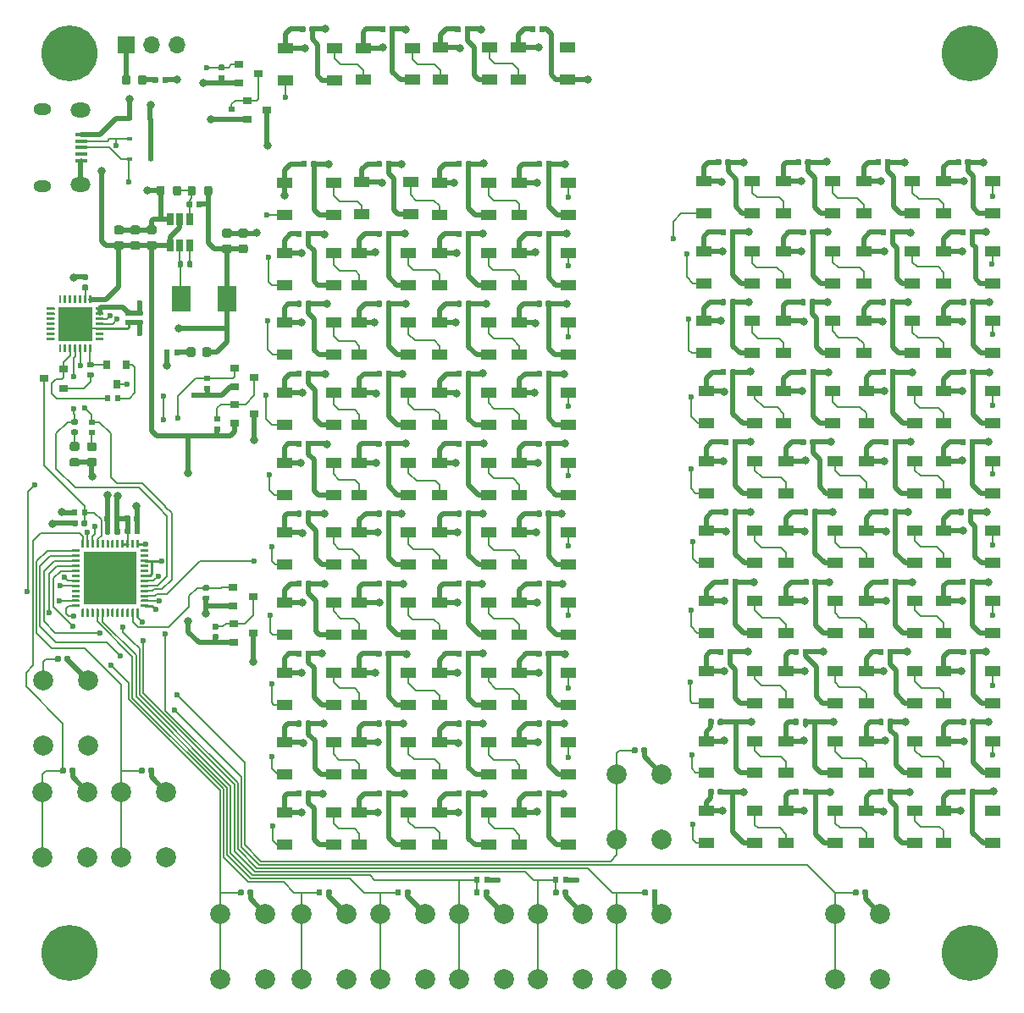
<source format=gbr>
G04 #@! TF.GenerationSoftware,KiCad,Pcbnew,5.1.5+dfsg1-2build2*
G04 #@! TF.CreationDate,2020-11-18T19:51:05+01:00*
G04 #@! TF.ProjectId,Logic_panel_v1,4c6f6769-635f-4706-916e-656c5f76312e,rev?*
G04 #@! TF.SameCoordinates,Original*
G04 #@! TF.FileFunction,Copper,L1,Top*
G04 #@! TF.FilePolarity,Positive*
%FSLAX46Y46*%
G04 Gerber Fmt 4.6, Leading zero omitted, Abs format (unit mm)*
G04 Created by KiCad (PCBNEW 5.1.5+dfsg1-2build2) date 2020-11-18 19:51:05*
%MOMM*%
%LPD*%
G04 APERTURE LIST*
G04 #@! TA.AperFunction,SMDPad,CuDef*
%ADD10C,0.350000*%
G04 #@! TD*
G04 #@! TA.AperFunction,SMDPad,CuDef*
%ADD11R,1.500000X1.000000*%
G04 #@! TD*
G04 #@! TA.AperFunction,SMDPad,CuDef*
%ADD12R,0.600000X0.450000*%
G04 #@! TD*
G04 #@! TA.AperFunction,ComponentPad*
%ADD13C,5.600000*%
G04 #@! TD*
G04 #@! TA.AperFunction,SMDPad,CuDef*
%ADD14R,1.300000X0.450000*%
G04 #@! TD*
G04 #@! TA.AperFunction,ComponentPad*
%ADD15O,2.000000X1.450000*%
G04 #@! TD*
G04 #@! TA.AperFunction,ComponentPad*
%ADD16O,1.800000X1.150000*%
G04 #@! TD*
G04 #@! TA.AperFunction,SMDPad,CuDef*
%ADD17R,1.900000X2.500000*%
G04 #@! TD*
G04 #@! TA.AperFunction,SMDPad,CuDef*
%ADD18R,0.900000X0.800000*%
G04 #@! TD*
G04 #@! TA.AperFunction,SMDPad,CuDef*
%ADD19R,0.800000X0.900000*%
G04 #@! TD*
G04 #@! TA.AperFunction,ComponentPad*
%ADD20R,1.700000X1.700000*%
G04 #@! TD*
G04 #@! TA.AperFunction,ComponentPad*
%ADD21O,1.700000X1.700000*%
G04 #@! TD*
G04 #@! TA.AperFunction,SMDPad,CuDef*
%ADD22R,5.300000X5.300000*%
G04 #@! TD*
G04 #@! TA.AperFunction,SMDPad,CuDef*
%ADD23R,3.350000X3.350000*%
G04 #@! TD*
G04 #@! TA.AperFunction,SMDPad,CuDef*
%ADD24R,0.650000X1.220000*%
G04 #@! TD*
G04 #@! TA.AperFunction,ComponentPad*
%ADD25C,2.000000*%
G04 #@! TD*
G04 #@! TA.AperFunction,ViaPad*
%ADD26C,0.800000*%
G04 #@! TD*
G04 #@! TA.AperFunction,ViaPad*
%ADD27C,0.600000*%
G04 #@! TD*
G04 #@! TA.AperFunction,Conductor*
%ADD28C,0.500000*%
G04 #@! TD*
G04 #@! TA.AperFunction,Conductor*
%ADD29C,0.250000*%
G04 #@! TD*
G04 #@! TA.AperFunction,Conductor*
%ADD30C,0.150000*%
G04 #@! TD*
G04 APERTURE END LIST*
G04 #@! TA.AperFunction,SMDPad,CuDef*
D10*
G04 #@! TO.P,C1,1*
G04 #@! TO.N,Board_1-GND*
G36*
X55711723Y-101701536D02*
G01*
X55725314Y-101703552D01*
X55738641Y-101706890D01*
X55751577Y-101711519D01*
X55763997Y-101717393D01*
X55775781Y-101724456D01*
X55786816Y-101732641D01*
X55796996Y-101741867D01*
X55806222Y-101752047D01*
X55814407Y-101763082D01*
X55821470Y-101774866D01*
X55827344Y-101787286D01*
X55831973Y-101800222D01*
X55835311Y-101813549D01*
X55837327Y-101827140D01*
X55838001Y-101840862D01*
X55838001Y-102180862D01*
X55837327Y-102194584D01*
X55835311Y-102208175D01*
X55831973Y-102221502D01*
X55827344Y-102234438D01*
X55821470Y-102246858D01*
X55814407Y-102258642D01*
X55806222Y-102269677D01*
X55796996Y-102279857D01*
X55786816Y-102289083D01*
X55775781Y-102297268D01*
X55763997Y-102304331D01*
X55751577Y-102310205D01*
X55738641Y-102314834D01*
X55725314Y-102318172D01*
X55711723Y-102320188D01*
X55698001Y-102320862D01*
X55418001Y-102320862D01*
X55404279Y-102320188D01*
X55390688Y-102318172D01*
X55377361Y-102314834D01*
X55364425Y-102310205D01*
X55352005Y-102304331D01*
X55340221Y-102297268D01*
X55329186Y-102289083D01*
X55319006Y-102279857D01*
X55309780Y-102269677D01*
X55301595Y-102258642D01*
X55294532Y-102246858D01*
X55288658Y-102234438D01*
X55284029Y-102221502D01*
X55280691Y-102208175D01*
X55278675Y-102194584D01*
X55278001Y-102180862D01*
X55278001Y-101840862D01*
X55278675Y-101827140D01*
X55280691Y-101813549D01*
X55284029Y-101800222D01*
X55288658Y-101787286D01*
X55294532Y-101774866D01*
X55301595Y-101763082D01*
X55309780Y-101752047D01*
X55319006Y-101741867D01*
X55329186Y-101732641D01*
X55340221Y-101724456D01*
X55352005Y-101717393D01*
X55364425Y-101711519D01*
X55377361Y-101706890D01*
X55390688Y-101703552D01*
X55404279Y-101701536D01*
X55418001Y-101700862D01*
X55698001Y-101700862D01*
X55711723Y-101701536D01*
G37*
G04 #@! TD.AperFunction*
G04 #@! TA.AperFunction,SMDPad,CuDef*
G04 #@! TO.P,C1,2*
G04 #@! TO.N,Board_1-EN*
G36*
X56671723Y-101701536D02*
G01*
X56685314Y-101703552D01*
X56698641Y-101706890D01*
X56711577Y-101711519D01*
X56723997Y-101717393D01*
X56735781Y-101724456D01*
X56746816Y-101732641D01*
X56756996Y-101741867D01*
X56766222Y-101752047D01*
X56774407Y-101763082D01*
X56781470Y-101774866D01*
X56787344Y-101787286D01*
X56791973Y-101800222D01*
X56795311Y-101813549D01*
X56797327Y-101827140D01*
X56798001Y-101840862D01*
X56798001Y-102180862D01*
X56797327Y-102194584D01*
X56795311Y-102208175D01*
X56791973Y-102221502D01*
X56787344Y-102234438D01*
X56781470Y-102246858D01*
X56774407Y-102258642D01*
X56766222Y-102269677D01*
X56756996Y-102279857D01*
X56746816Y-102289083D01*
X56735781Y-102297268D01*
X56723997Y-102304331D01*
X56711577Y-102310205D01*
X56698641Y-102314834D01*
X56685314Y-102318172D01*
X56671723Y-102320188D01*
X56658001Y-102320862D01*
X56378001Y-102320862D01*
X56364279Y-102320188D01*
X56350688Y-102318172D01*
X56337361Y-102314834D01*
X56324425Y-102310205D01*
X56312005Y-102304331D01*
X56300221Y-102297268D01*
X56289186Y-102289083D01*
X56279006Y-102279857D01*
X56269780Y-102269677D01*
X56261595Y-102258642D01*
X56254532Y-102246858D01*
X56248658Y-102234438D01*
X56244029Y-102221502D01*
X56240691Y-102208175D01*
X56238675Y-102194584D01*
X56238001Y-102180862D01*
X56238001Y-101840862D01*
X56238675Y-101827140D01*
X56240691Y-101813549D01*
X56244029Y-101800222D01*
X56248658Y-101787286D01*
X56254532Y-101774866D01*
X56261595Y-101763082D01*
X56269780Y-101752047D01*
X56279006Y-101741867D01*
X56289186Y-101732641D01*
X56300221Y-101724456D01*
X56312005Y-101717393D01*
X56324425Y-101711519D01*
X56337361Y-101706890D01*
X56350688Y-101703552D01*
X56364279Y-101701536D01*
X56378001Y-101700862D01*
X56658001Y-101700862D01*
X56671723Y-101701536D01*
G37*
G04 #@! TD.AperFunction*
G04 #@! TD*
G04 #@! TA.AperFunction,SMDPad,CuDef*
G04 #@! TO.P,C2,1*
G04 #@! TO.N,Board_1-+3V3*
G36*
X60941723Y-101231536D02*
G01*
X60955314Y-101233552D01*
X60968641Y-101236890D01*
X60981577Y-101241519D01*
X60993997Y-101247393D01*
X61005781Y-101254456D01*
X61016816Y-101262641D01*
X61026996Y-101271867D01*
X61036222Y-101282047D01*
X61044407Y-101293082D01*
X61051470Y-101304866D01*
X61057344Y-101317286D01*
X61061973Y-101330222D01*
X61065311Y-101343549D01*
X61067327Y-101357140D01*
X61068001Y-101370862D01*
X61068001Y-101710862D01*
X61067327Y-101724584D01*
X61065311Y-101738175D01*
X61061973Y-101751502D01*
X61057344Y-101764438D01*
X61051470Y-101776858D01*
X61044407Y-101788642D01*
X61036222Y-101799677D01*
X61026996Y-101809857D01*
X61016816Y-101819083D01*
X61005781Y-101827268D01*
X60993997Y-101834331D01*
X60981577Y-101840205D01*
X60968641Y-101844834D01*
X60955314Y-101848172D01*
X60941723Y-101850188D01*
X60928001Y-101850862D01*
X60648001Y-101850862D01*
X60634279Y-101850188D01*
X60620688Y-101848172D01*
X60607361Y-101844834D01*
X60594425Y-101840205D01*
X60582005Y-101834331D01*
X60570221Y-101827268D01*
X60559186Y-101819083D01*
X60549006Y-101809857D01*
X60539780Y-101799677D01*
X60531595Y-101788642D01*
X60524532Y-101776858D01*
X60518658Y-101764438D01*
X60514029Y-101751502D01*
X60510691Y-101738175D01*
X60508675Y-101724584D01*
X60508001Y-101710862D01*
X60508001Y-101370862D01*
X60508675Y-101357140D01*
X60510691Y-101343549D01*
X60514029Y-101330222D01*
X60518658Y-101317286D01*
X60524532Y-101304866D01*
X60531595Y-101293082D01*
X60539780Y-101282047D01*
X60549006Y-101271867D01*
X60559186Y-101262641D01*
X60570221Y-101254456D01*
X60582005Y-101247393D01*
X60594425Y-101241519D01*
X60607361Y-101236890D01*
X60620688Y-101233552D01*
X60634279Y-101231536D01*
X60648001Y-101230862D01*
X60928001Y-101230862D01*
X60941723Y-101231536D01*
G37*
G04 #@! TD.AperFunction*
G04 #@! TA.AperFunction,SMDPad,CuDef*
G04 #@! TO.P,C2,2*
G04 #@! TO.N,Board_1-GND*
G36*
X61901723Y-101231536D02*
G01*
X61915314Y-101233552D01*
X61928641Y-101236890D01*
X61941577Y-101241519D01*
X61953997Y-101247393D01*
X61965781Y-101254456D01*
X61976816Y-101262641D01*
X61986996Y-101271867D01*
X61996222Y-101282047D01*
X62004407Y-101293082D01*
X62011470Y-101304866D01*
X62017344Y-101317286D01*
X62021973Y-101330222D01*
X62025311Y-101343549D01*
X62027327Y-101357140D01*
X62028001Y-101370862D01*
X62028001Y-101710862D01*
X62027327Y-101724584D01*
X62025311Y-101738175D01*
X62021973Y-101751502D01*
X62017344Y-101764438D01*
X62011470Y-101776858D01*
X62004407Y-101788642D01*
X61996222Y-101799677D01*
X61986996Y-101809857D01*
X61976816Y-101819083D01*
X61965781Y-101827268D01*
X61953997Y-101834331D01*
X61941577Y-101840205D01*
X61928641Y-101844834D01*
X61915314Y-101848172D01*
X61901723Y-101850188D01*
X61888001Y-101850862D01*
X61608001Y-101850862D01*
X61594279Y-101850188D01*
X61580688Y-101848172D01*
X61567361Y-101844834D01*
X61554425Y-101840205D01*
X61542005Y-101834331D01*
X61530221Y-101827268D01*
X61519186Y-101819083D01*
X61509006Y-101809857D01*
X61499780Y-101799677D01*
X61491595Y-101788642D01*
X61484532Y-101776858D01*
X61478658Y-101764438D01*
X61474029Y-101751502D01*
X61470691Y-101738175D01*
X61468675Y-101724584D01*
X61468001Y-101710862D01*
X61468001Y-101370862D01*
X61468675Y-101357140D01*
X61470691Y-101343549D01*
X61474029Y-101330222D01*
X61478658Y-101317286D01*
X61484532Y-101304866D01*
X61491595Y-101293082D01*
X61499780Y-101282047D01*
X61509006Y-101271867D01*
X61519186Y-101262641D01*
X61530221Y-101254456D01*
X61542005Y-101247393D01*
X61554425Y-101241519D01*
X61567361Y-101236890D01*
X61580688Y-101233552D01*
X61594279Y-101231536D01*
X61608001Y-101230862D01*
X61888001Y-101230862D01*
X61901723Y-101231536D01*
G37*
G04 #@! TD.AperFunction*
G04 #@! TD*
G04 #@! TA.AperFunction,SMDPad,CuDef*
G04 #@! TO.P,C3,1*
G04 #@! TO.N,Board_1-+3V3*
G36*
X60981723Y-102481536D02*
G01*
X60995314Y-102483552D01*
X61008641Y-102486890D01*
X61021577Y-102491519D01*
X61033997Y-102497393D01*
X61045781Y-102504456D01*
X61056816Y-102512641D01*
X61066996Y-102521867D01*
X61076222Y-102532047D01*
X61084407Y-102543082D01*
X61091470Y-102554866D01*
X61097344Y-102567286D01*
X61101973Y-102580222D01*
X61105311Y-102593549D01*
X61107327Y-102607140D01*
X61108001Y-102620862D01*
X61108001Y-102960862D01*
X61107327Y-102974584D01*
X61105311Y-102988175D01*
X61101973Y-103001502D01*
X61097344Y-103014438D01*
X61091470Y-103026858D01*
X61084407Y-103038642D01*
X61076222Y-103049677D01*
X61066996Y-103059857D01*
X61056816Y-103069083D01*
X61045781Y-103077268D01*
X61033997Y-103084331D01*
X61021577Y-103090205D01*
X61008641Y-103094834D01*
X60995314Y-103098172D01*
X60981723Y-103100188D01*
X60968001Y-103100862D01*
X60688001Y-103100862D01*
X60674279Y-103100188D01*
X60660688Y-103098172D01*
X60647361Y-103094834D01*
X60634425Y-103090205D01*
X60622005Y-103084331D01*
X60610221Y-103077268D01*
X60599186Y-103069083D01*
X60589006Y-103059857D01*
X60579780Y-103049677D01*
X60571595Y-103038642D01*
X60564532Y-103026858D01*
X60558658Y-103014438D01*
X60554029Y-103001502D01*
X60550691Y-102988175D01*
X60548675Y-102974584D01*
X60548001Y-102960862D01*
X60548001Y-102620862D01*
X60548675Y-102607140D01*
X60550691Y-102593549D01*
X60554029Y-102580222D01*
X60558658Y-102567286D01*
X60564532Y-102554866D01*
X60571595Y-102543082D01*
X60579780Y-102532047D01*
X60589006Y-102521867D01*
X60599186Y-102512641D01*
X60610221Y-102504456D01*
X60622005Y-102497393D01*
X60634425Y-102491519D01*
X60647361Y-102486890D01*
X60660688Y-102483552D01*
X60674279Y-102481536D01*
X60688001Y-102480862D01*
X60968001Y-102480862D01*
X60981723Y-102481536D01*
G37*
G04 #@! TD.AperFunction*
G04 #@! TA.AperFunction,SMDPad,CuDef*
G04 #@! TO.P,C3,2*
G04 #@! TO.N,Board_1-GND*
G36*
X61941723Y-102481536D02*
G01*
X61955314Y-102483552D01*
X61968641Y-102486890D01*
X61981577Y-102491519D01*
X61993997Y-102497393D01*
X62005781Y-102504456D01*
X62016816Y-102512641D01*
X62026996Y-102521867D01*
X62036222Y-102532047D01*
X62044407Y-102543082D01*
X62051470Y-102554866D01*
X62057344Y-102567286D01*
X62061973Y-102580222D01*
X62065311Y-102593549D01*
X62067327Y-102607140D01*
X62068001Y-102620862D01*
X62068001Y-102960862D01*
X62067327Y-102974584D01*
X62065311Y-102988175D01*
X62061973Y-103001502D01*
X62057344Y-103014438D01*
X62051470Y-103026858D01*
X62044407Y-103038642D01*
X62036222Y-103049677D01*
X62026996Y-103059857D01*
X62016816Y-103069083D01*
X62005781Y-103077268D01*
X61993997Y-103084331D01*
X61981577Y-103090205D01*
X61968641Y-103094834D01*
X61955314Y-103098172D01*
X61941723Y-103100188D01*
X61928001Y-103100862D01*
X61648001Y-103100862D01*
X61634279Y-103100188D01*
X61620688Y-103098172D01*
X61607361Y-103094834D01*
X61594425Y-103090205D01*
X61582005Y-103084331D01*
X61570221Y-103077268D01*
X61559186Y-103069083D01*
X61549006Y-103059857D01*
X61539780Y-103049677D01*
X61531595Y-103038642D01*
X61524532Y-103026858D01*
X61518658Y-103014438D01*
X61514029Y-103001502D01*
X61510691Y-102988175D01*
X61508675Y-102974584D01*
X61508001Y-102960862D01*
X61508001Y-102620862D01*
X61508675Y-102607140D01*
X61510691Y-102593549D01*
X61514029Y-102580222D01*
X61518658Y-102567286D01*
X61524532Y-102554866D01*
X61531595Y-102543082D01*
X61539780Y-102532047D01*
X61549006Y-102521867D01*
X61559186Y-102512641D01*
X61570221Y-102504456D01*
X61582005Y-102497393D01*
X61594425Y-102491519D01*
X61607361Y-102486890D01*
X61620688Y-102483552D01*
X61634279Y-102481536D01*
X61648001Y-102480862D01*
X61928001Y-102480862D01*
X61941723Y-102481536D01*
G37*
G04 #@! TD.AperFunction*
G04 #@! TD*
G04 #@! TA.AperFunction,SMDPad,CuDef*
G04 #@! TO.P,C4,1*
G04 #@! TO.N,Board_1-GND*
G36*
X58981723Y-102531536D02*
G01*
X58995314Y-102533552D01*
X59008641Y-102536890D01*
X59021577Y-102541519D01*
X59033997Y-102547393D01*
X59045781Y-102554456D01*
X59056816Y-102562641D01*
X59066996Y-102571867D01*
X59076222Y-102582047D01*
X59084407Y-102593082D01*
X59091470Y-102604866D01*
X59097344Y-102617286D01*
X59101973Y-102630222D01*
X59105311Y-102643549D01*
X59107327Y-102657140D01*
X59108001Y-102670862D01*
X59108001Y-103010862D01*
X59107327Y-103024584D01*
X59105311Y-103038175D01*
X59101973Y-103051502D01*
X59097344Y-103064438D01*
X59091470Y-103076858D01*
X59084407Y-103088642D01*
X59076222Y-103099677D01*
X59066996Y-103109857D01*
X59056816Y-103119083D01*
X59045781Y-103127268D01*
X59033997Y-103134331D01*
X59021577Y-103140205D01*
X59008641Y-103144834D01*
X58995314Y-103148172D01*
X58981723Y-103150188D01*
X58968001Y-103150862D01*
X58688001Y-103150862D01*
X58674279Y-103150188D01*
X58660688Y-103148172D01*
X58647361Y-103144834D01*
X58634425Y-103140205D01*
X58622005Y-103134331D01*
X58610221Y-103127268D01*
X58599186Y-103119083D01*
X58589006Y-103109857D01*
X58579780Y-103099677D01*
X58571595Y-103088642D01*
X58564532Y-103076858D01*
X58558658Y-103064438D01*
X58554029Y-103051502D01*
X58550691Y-103038175D01*
X58548675Y-103024584D01*
X58548001Y-103010862D01*
X58548001Y-102670862D01*
X58548675Y-102657140D01*
X58550691Y-102643549D01*
X58554029Y-102630222D01*
X58558658Y-102617286D01*
X58564532Y-102604866D01*
X58571595Y-102593082D01*
X58579780Y-102582047D01*
X58589006Y-102571867D01*
X58599186Y-102562641D01*
X58610221Y-102554456D01*
X58622005Y-102547393D01*
X58634425Y-102541519D01*
X58647361Y-102536890D01*
X58660688Y-102533552D01*
X58674279Y-102531536D01*
X58688001Y-102530862D01*
X58968001Y-102530862D01*
X58981723Y-102531536D01*
G37*
G04 #@! TD.AperFunction*
G04 #@! TA.AperFunction,SMDPad,CuDef*
G04 #@! TO.P,C4,2*
G04 #@! TO.N,Board_1-+3V3*
G36*
X59941723Y-102531536D02*
G01*
X59955314Y-102533552D01*
X59968641Y-102536890D01*
X59981577Y-102541519D01*
X59993997Y-102547393D01*
X60005781Y-102554456D01*
X60016816Y-102562641D01*
X60026996Y-102571867D01*
X60036222Y-102582047D01*
X60044407Y-102593082D01*
X60051470Y-102604866D01*
X60057344Y-102617286D01*
X60061973Y-102630222D01*
X60065311Y-102643549D01*
X60067327Y-102657140D01*
X60068001Y-102670862D01*
X60068001Y-103010862D01*
X60067327Y-103024584D01*
X60065311Y-103038175D01*
X60061973Y-103051502D01*
X60057344Y-103064438D01*
X60051470Y-103076858D01*
X60044407Y-103088642D01*
X60036222Y-103099677D01*
X60026996Y-103109857D01*
X60016816Y-103119083D01*
X60005781Y-103127268D01*
X59993997Y-103134331D01*
X59981577Y-103140205D01*
X59968641Y-103144834D01*
X59955314Y-103148172D01*
X59941723Y-103150188D01*
X59928001Y-103150862D01*
X59648001Y-103150862D01*
X59634279Y-103150188D01*
X59620688Y-103148172D01*
X59607361Y-103144834D01*
X59594425Y-103140205D01*
X59582005Y-103134331D01*
X59570221Y-103127268D01*
X59559186Y-103119083D01*
X59549006Y-103109857D01*
X59539780Y-103099677D01*
X59531595Y-103088642D01*
X59524532Y-103076858D01*
X59518658Y-103064438D01*
X59514029Y-103051502D01*
X59510691Y-103038175D01*
X59508675Y-103024584D01*
X59508001Y-103010862D01*
X59508001Y-102670862D01*
X59508675Y-102657140D01*
X59510691Y-102643549D01*
X59514029Y-102630222D01*
X59518658Y-102617286D01*
X59524532Y-102604866D01*
X59531595Y-102593082D01*
X59539780Y-102582047D01*
X59549006Y-102571867D01*
X59559186Y-102562641D01*
X59570221Y-102554456D01*
X59582005Y-102547393D01*
X59594425Y-102541519D01*
X59607361Y-102536890D01*
X59620688Y-102533552D01*
X59634279Y-102531536D01*
X59648001Y-102530862D01*
X59928001Y-102530862D01*
X59941723Y-102531536D01*
G37*
G04 #@! TD.AperFunction*
G04 #@! TD*
G04 #@! TA.AperFunction,SMDPad,CuDef*
G04 #@! TO.P,C5,1*
G04 #@! TO.N,Board_1-GND*
G36*
X58941723Y-101281536D02*
G01*
X58955314Y-101283552D01*
X58968641Y-101286890D01*
X58981577Y-101291519D01*
X58993997Y-101297393D01*
X59005781Y-101304456D01*
X59016816Y-101312641D01*
X59026996Y-101321867D01*
X59036222Y-101332047D01*
X59044407Y-101343082D01*
X59051470Y-101354866D01*
X59057344Y-101367286D01*
X59061973Y-101380222D01*
X59065311Y-101393549D01*
X59067327Y-101407140D01*
X59068001Y-101420862D01*
X59068001Y-101760862D01*
X59067327Y-101774584D01*
X59065311Y-101788175D01*
X59061973Y-101801502D01*
X59057344Y-101814438D01*
X59051470Y-101826858D01*
X59044407Y-101838642D01*
X59036222Y-101849677D01*
X59026996Y-101859857D01*
X59016816Y-101869083D01*
X59005781Y-101877268D01*
X58993997Y-101884331D01*
X58981577Y-101890205D01*
X58968641Y-101894834D01*
X58955314Y-101898172D01*
X58941723Y-101900188D01*
X58928001Y-101900862D01*
X58648001Y-101900862D01*
X58634279Y-101900188D01*
X58620688Y-101898172D01*
X58607361Y-101894834D01*
X58594425Y-101890205D01*
X58582005Y-101884331D01*
X58570221Y-101877268D01*
X58559186Y-101869083D01*
X58549006Y-101859857D01*
X58539780Y-101849677D01*
X58531595Y-101838642D01*
X58524532Y-101826858D01*
X58518658Y-101814438D01*
X58514029Y-101801502D01*
X58510691Y-101788175D01*
X58508675Y-101774584D01*
X58508001Y-101760862D01*
X58508001Y-101420862D01*
X58508675Y-101407140D01*
X58510691Y-101393549D01*
X58514029Y-101380222D01*
X58518658Y-101367286D01*
X58524532Y-101354866D01*
X58531595Y-101343082D01*
X58539780Y-101332047D01*
X58549006Y-101321867D01*
X58559186Y-101312641D01*
X58570221Y-101304456D01*
X58582005Y-101297393D01*
X58594425Y-101291519D01*
X58607361Y-101286890D01*
X58620688Y-101283552D01*
X58634279Y-101281536D01*
X58648001Y-101280862D01*
X58928001Y-101280862D01*
X58941723Y-101281536D01*
G37*
G04 #@! TD.AperFunction*
G04 #@! TA.AperFunction,SMDPad,CuDef*
G04 #@! TO.P,C5,2*
G04 #@! TO.N,Board_1-+3V3*
G36*
X59901723Y-101281536D02*
G01*
X59915314Y-101283552D01*
X59928641Y-101286890D01*
X59941577Y-101291519D01*
X59953997Y-101297393D01*
X59965781Y-101304456D01*
X59976816Y-101312641D01*
X59986996Y-101321867D01*
X59996222Y-101332047D01*
X60004407Y-101343082D01*
X60011470Y-101354866D01*
X60017344Y-101367286D01*
X60021973Y-101380222D01*
X60025311Y-101393549D01*
X60027327Y-101407140D01*
X60028001Y-101420862D01*
X60028001Y-101760862D01*
X60027327Y-101774584D01*
X60025311Y-101788175D01*
X60021973Y-101801502D01*
X60017344Y-101814438D01*
X60011470Y-101826858D01*
X60004407Y-101838642D01*
X59996222Y-101849677D01*
X59986996Y-101859857D01*
X59976816Y-101869083D01*
X59965781Y-101877268D01*
X59953997Y-101884331D01*
X59941577Y-101890205D01*
X59928641Y-101894834D01*
X59915314Y-101898172D01*
X59901723Y-101900188D01*
X59888001Y-101900862D01*
X59608001Y-101900862D01*
X59594279Y-101900188D01*
X59580688Y-101898172D01*
X59567361Y-101894834D01*
X59554425Y-101890205D01*
X59542005Y-101884331D01*
X59530221Y-101877268D01*
X59519186Y-101869083D01*
X59509006Y-101859857D01*
X59499780Y-101849677D01*
X59491595Y-101838642D01*
X59484532Y-101826858D01*
X59478658Y-101814438D01*
X59474029Y-101801502D01*
X59470691Y-101788175D01*
X59468675Y-101774584D01*
X59468001Y-101760862D01*
X59468001Y-101420862D01*
X59468675Y-101407140D01*
X59470691Y-101393549D01*
X59474029Y-101380222D01*
X59478658Y-101367286D01*
X59484532Y-101354866D01*
X59491595Y-101343082D01*
X59499780Y-101332047D01*
X59509006Y-101321867D01*
X59519186Y-101312641D01*
X59530221Y-101304456D01*
X59542005Y-101297393D01*
X59554425Y-101291519D01*
X59567361Y-101286890D01*
X59580688Y-101283552D01*
X59594279Y-101281536D01*
X59608001Y-101280862D01*
X59888001Y-101280862D01*
X59901723Y-101281536D01*
G37*
G04 #@! TD.AperFunction*
G04 #@! TD*
G04 #@! TA.AperFunction,SMDPad,CuDef*
G04 #@! TO.P,C6,1*
G04 #@! TO.N,Board_1-GND*
G36*
X58961723Y-100031536D02*
G01*
X58975314Y-100033552D01*
X58988641Y-100036890D01*
X59001577Y-100041519D01*
X59013997Y-100047393D01*
X59025781Y-100054456D01*
X59036816Y-100062641D01*
X59046996Y-100071867D01*
X59056222Y-100082047D01*
X59064407Y-100093082D01*
X59071470Y-100104866D01*
X59077344Y-100117286D01*
X59081973Y-100130222D01*
X59085311Y-100143549D01*
X59087327Y-100157140D01*
X59088001Y-100170862D01*
X59088001Y-100510862D01*
X59087327Y-100524584D01*
X59085311Y-100538175D01*
X59081973Y-100551502D01*
X59077344Y-100564438D01*
X59071470Y-100576858D01*
X59064407Y-100588642D01*
X59056222Y-100599677D01*
X59046996Y-100609857D01*
X59036816Y-100619083D01*
X59025781Y-100627268D01*
X59013997Y-100634331D01*
X59001577Y-100640205D01*
X58988641Y-100644834D01*
X58975314Y-100648172D01*
X58961723Y-100650188D01*
X58948001Y-100650862D01*
X58668001Y-100650862D01*
X58654279Y-100650188D01*
X58640688Y-100648172D01*
X58627361Y-100644834D01*
X58614425Y-100640205D01*
X58602005Y-100634331D01*
X58590221Y-100627268D01*
X58579186Y-100619083D01*
X58569006Y-100609857D01*
X58559780Y-100599677D01*
X58551595Y-100588642D01*
X58544532Y-100576858D01*
X58538658Y-100564438D01*
X58534029Y-100551502D01*
X58530691Y-100538175D01*
X58528675Y-100524584D01*
X58528001Y-100510862D01*
X58528001Y-100170862D01*
X58528675Y-100157140D01*
X58530691Y-100143549D01*
X58534029Y-100130222D01*
X58538658Y-100117286D01*
X58544532Y-100104866D01*
X58551595Y-100093082D01*
X58559780Y-100082047D01*
X58569006Y-100071867D01*
X58579186Y-100062641D01*
X58590221Y-100054456D01*
X58602005Y-100047393D01*
X58614425Y-100041519D01*
X58627361Y-100036890D01*
X58640688Y-100033552D01*
X58654279Y-100031536D01*
X58668001Y-100030862D01*
X58948001Y-100030862D01*
X58961723Y-100031536D01*
G37*
G04 #@! TD.AperFunction*
G04 #@! TA.AperFunction,SMDPad,CuDef*
G04 #@! TO.P,C6,2*
G04 #@! TO.N,Board_1-+3V3*
G36*
X59921723Y-100031536D02*
G01*
X59935314Y-100033552D01*
X59948641Y-100036890D01*
X59961577Y-100041519D01*
X59973997Y-100047393D01*
X59985781Y-100054456D01*
X59996816Y-100062641D01*
X60006996Y-100071867D01*
X60016222Y-100082047D01*
X60024407Y-100093082D01*
X60031470Y-100104866D01*
X60037344Y-100117286D01*
X60041973Y-100130222D01*
X60045311Y-100143549D01*
X60047327Y-100157140D01*
X60048001Y-100170862D01*
X60048001Y-100510862D01*
X60047327Y-100524584D01*
X60045311Y-100538175D01*
X60041973Y-100551502D01*
X60037344Y-100564438D01*
X60031470Y-100576858D01*
X60024407Y-100588642D01*
X60016222Y-100599677D01*
X60006996Y-100609857D01*
X59996816Y-100619083D01*
X59985781Y-100627268D01*
X59973997Y-100634331D01*
X59961577Y-100640205D01*
X59948641Y-100644834D01*
X59935314Y-100648172D01*
X59921723Y-100650188D01*
X59908001Y-100650862D01*
X59628001Y-100650862D01*
X59614279Y-100650188D01*
X59600688Y-100648172D01*
X59587361Y-100644834D01*
X59574425Y-100640205D01*
X59562005Y-100634331D01*
X59550221Y-100627268D01*
X59539186Y-100619083D01*
X59529006Y-100609857D01*
X59519780Y-100599677D01*
X59511595Y-100588642D01*
X59504532Y-100576858D01*
X59498658Y-100564438D01*
X59494029Y-100551502D01*
X59490691Y-100538175D01*
X59488675Y-100524584D01*
X59488001Y-100510862D01*
X59488001Y-100170862D01*
X59488675Y-100157140D01*
X59490691Y-100143549D01*
X59494029Y-100130222D01*
X59498658Y-100117286D01*
X59504532Y-100104866D01*
X59511595Y-100093082D01*
X59519780Y-100082047D01*
X59529006Y-100071867D01*
X59539186Y-100062641D01*
X59550221Y-100054456D01*
X59562005Y-100047393D01*
X59574425Y-100041519D01*
X59587361Y-100036890D01*
X59600688Y-100033552D01*
X59614279Y-100031536D01*
X59628001Y-100030862D01*
X59908001Y-100030862D01*
X59921723Y-100031536D01*
G37*
G04 #@! TD.AperFunction*
G04 #@! TD*
G04 #@! TA.AperFunction,SMDPad,CuDef*
G04 #@! TO.P,C7,1*
G04 #@! TO.N,Board_1-V_LED_1*
G36*
X79427723Y-52281536D02*
G01*
X79441314Y-52283552D01*
X79454641Y-52286890D01*
X79467577Y-52291519D01*
X79479997Y-52297393D01*
X79491781Y-52304456D01*
X79502816Y-52312641D01*
X79512996Y-52321867D01*
X79522222Y-52332047D01*
X79530407Y-52343082D01*
X79537470Y-52354866D01*
X79543344Y-52367286D01*
X79547973Y-52380222D01*
X79551311Y-52393549D01*
X79553327Y-52407140D01*
X79554001Y-52420862D01*
X79554001Y-52760862D01*
X79553327Y-52774584D01*
X79551311Y-52788175D01*
X79547973Y-52801502D01*
X79543344Y-52814438D01*
X79537470Y-52826858D01*
X79530407Y-52838642D01*
X79522222Y-52849677D01*
X79512996Y-52859857D01*
X79502816Y-52869083D01*
X79491781Y-52877268D01*
X79479997Y-52884331D01*
X79467577Y-52890205D01*
X79454641Y-52894834D01*
X79441314Y-52898172D01*
X79427723Y-52900188D01*
X79414001Y-52900862D01*
X79134001Y-52900862D01*
X79120279Y-52900188D01*
X79106688Y-52898172D01*
X79093361Y-52894834D01*
X79080425Y-52890205D01*
X79068005Y-52884331D01*
X79056221Y-52877268D01*
X79045186Y-52869083D01*
X79035006Y-52859857D01*
X79025780Y-52849677D01*
X79017595Y-52838642D01*
X79010532Y-52826858D01*
X79004658Y-52814438D01*
X79000029Y-52801502D01*
X78996691Y-52788175D01*
X78994675Y-52774584D01*
X78994001Y-52760862D01*
X78994001Y-52420862D01*
X78994675Y-52407140D01*
X78996691Y-52393549D01*
X79000029Y-52380222D01*
X79004658Y-52367286D01*
X79010532Y-52354866D01*
X79017595Y-52343082D01*
X79025780Y-52332047D01*
X79035006Y-52321867D01*
X79045186Y-52312641D01*
X79056221Y-52304456D01*
X79068005Y-52297393D01*
X79080425Y-52291519D01*
X79093361Y-52286890D01*
X79106688Y-52283552D01*
X79120279Y-52281536D01*
X79134001Y-52280862D01*
X79414001Y-52280862D01*
X79427723Y-52281536D01*
G37*
G04 #@! TD.AperFunction*
G04 #@! TA.AperFunction,SMDPad,CuDef*
G04 #@! TO.P,C7,2*
G04 #@! TO.N,Board_1-GND*
G36*
X78467723Y-52281536D02*
G01*
X78481314Y-52283552D01*
X78494641Y-52286890D01*
X78507577Y-52291519D01*
X78519997Y-52297393D01*
X78531781Y-52304456D01*
X78542816Y-52312641D01*
X78552996Y-52321867D01*
X78562222Y-52332047D01*
X78570407Y-52343082D01*
X78577470Y-52354866D01*
X78583344Y-52367286D01*
X78587973Y-52380222D01*
X78591311Y-52393549D01*
X78593327Y-52407140D01*
X78594001Y-52420862D01*
X78594001Y-52760862D01*
X78593327Y-52774584D01*
X78591311Y-52788175D01*
X78587973Y-52801502D01*
X78583344Y-52814438D01*
X78577470Y-52826858D01*
X78570407Y-52838642D01*
X78562222Y-52849677D01*
X78552996Y-52859857D01*
X78542816Y-52869083D01*
X78531781Y-52877268D01*
X78519997Y-52884331D01*
X78507577Y-52890205D01*
X78494641Y-52894834D01*
X78481314Y-52898172D01*
X78467723Y-52900188D01*
X78454001Y-52900862D01*
X78174001Y-52900862D01*
X78160279Y-52900188D01*
X78146688Y-52898172D01*
X78133361Y-52894834D01*
X78120425Y-52890205D01*
X78108005Y-52884331D01*
X78096221Y-52877268D01*
X78085186Y-52869083D01*
X78075006Y-52859857D01*
X78065780Y-52849677D01*
X78057595Y-52838642D01*
X78050532Y-52826858D01*
X78044658Y-52814438D01*
X78040029Y-52801502D01*
X78036691Y-52788175D01*
X78034675Y-52774584D01*
X78034001Y-52760862D01*
X78034001Y-52420862D01*
X78034675Y-52407140D01*
X78036691Y-52393549D01*
X78040029Y-52380222D01*
X78044658Y-52367286D01*
X78050532Y-52354866D01*
X78057595Y-52343082D01*
X78065780Y-52332047D01*
X78075006Y-52321867D01*
X78085186Y-52312641D01*
X78096221Y-52304456D01*
X78108005Y-52297393D01*
X78120425Y-52291519D01*
X78133361Y-52286890D01*
X78146688Y-52283552D01*
X78160279Y-52281536D01*
X78174001Y-52280862D01*
X78454001Y-52280862D01*
X78467723Y-52281536D01*
G37*
G04 #@! TD.AperFunction*
G04 #@! TD*
G04 #@! TA.AperFunction,SMDPad,CuDef*
G04 #@! TO.P,C8,1*
G04 #@! TO.N,Board_1-V_LED_1*
G36*
X87447723Y-52281536D02*
G01*
X87461314Y-52283552D01*
X87474641Y-52286890D01*
X87487577Y-52291519D01*
X87499997Y-52297393D01*
X87511781Y-52304456D01*
X87522816Y-52312641D01*
X87532996Y-52321867D01*
X87542222Y-52332047D01*
X87550407Y-52343082D01*
X87557470Y-52354866D01*
X87563344Y-52367286D01*
X87567973Y-52380222D01*
X87571311Y-52393549D01*
X87573327Y-52407140D01*
X87574001Y-52420862D01*
X87574001Y-52760862D01*
X87573327Y-52774584D01*
X87571311Y-52788175D01*
X87567973Y-52801502D01*
X87563344Y-52814438D01*
X87557470Y-52826858D01*
X87550407Y-52838642D01*
X87542222Y-52849677D01*
X87532996Y-52859857D01*
X87522816Y-52869083D01*
X87511781Y-52877268D01*
X87499997Y-52884331D01*
X87487577Y-52890205D01*
X87474641Y-52894834D01*
X87461314Y-52898172D01*
X87447723Y-52900188D01*
X87434001Y-52900862D01*
X87154001Y-52900862D01*
X87140279Y-52900188D01*
X87126688Y-52898172D01*
X87113361Y-52894834D01*
X87100425Y-52890205D01*
X87088005Y-52884331D01*
X87076221Y-52877268D01*
X87065186Y-52869083D01*
X87055006Y-52859857D01*
X87045780Y-52849677D01*
X87037595Y-52838642D01*
X87030532Y-52826858D01*
X87024658Y-52814438D01*
X87020029Y-52801502D01*
X87016691Y-52788175D01*
X87014675Y-52774584D01*
X87014001Y-52760862D01*
X87014001Y-52420862D01*
X87014675Y-52407140D01*
X87016691Y-52393549D01*
X87020029Y-52380222D01*
X87024658Y-52367286D01*
X87030532Y-52354866D01*
X87037595Y-52343082D01*
X87045780Y-52332047D01*
X87055006Y-52321867D01*
X87065186Y-52312641D01*
X87076221Y-52304456D01*
X87088005Y-52297393D01*
X87100425Y-52291519D01*
X87113361Y-52286890D01*
X87126688Y-52283552D01*
X87140279Y-52281536D01*
X87154001Y-52280862D01*
X87434001Y-52280862D01*
X87447723Y-52281536D01*
G37*
G04 #@! TD.AperFunction*
G04 #@! TA.AperFunction,SMDPad,CuDef*
G04 #@! TO.P,C8,2*
G04 #@! TO.N,Board_1-GND*
G36*
X86487723Y-52281536D02*
G01*
X86501314Y-52283552D01*
X86514641Y-52286890D01*
X86527577Y-52291519D01*
X86539997Y-52297393D01*
X86551781Y-52304456D01*
X86562816Y-52312641D01*
X86572996Y-52321867D01*
X86582222Y-52332047D01*
X86590407Y-52343082D01*
X86597470Y-52354866D01*
X86603344Y-52367286D01*
X86607973Y-52380222D01*
X86611311Y-52393549D01*
X86613327Y-52407140D01*
X86614001Y-52420862D01*
X86614001Y-52760862D01*
X86613327Y-52774584D01*
X86611311Y-52788175D01*
X86607973Y-52801502D01*
X86603344Y-52814438D01*
X86597470Y-52826858D01*
X86590407Y-52838642D01*
X86582222Y-52849677D01*
X86572996Y-52859857D01*
X86562816Y-52869083D01*
X86551781Y-52877268D01*
X86539997Y-52884331D01*
X86527577Y-52890205D01*
X86514641Y-52894834D01*
X86501314Y-52898172D01*
X86487723Y-52900188D01*
X86474001Y-52900862D01*
X86194001Y-52900862D01*
X86180279Y-52900188D01*
X86166688Y-52898172D01*
X86153361Y-52894834D01*
X86140425Y-52890205D01*
X86128005Y-52884331D01*
X86116221Y-52877268D01*
X86105186Y-52869083D01*
X86095006Y-52859857D01*
X86085780Y-52849677D01*
X86077595Y-52838642D01*
X86070532Y-52826858D01*
X86064658Y-52814438D01*
X86060029Y-52801502D01*
X86056691Y-52788175D01*
X86054675Y-52774584D01*
X86054001Y-52760862D01*
X86054001Y-52420862D01*
X86054675Y-52407140D01*
X86056691Y-52393549D01*
X86060029Y-52380222D01*
X86064658Y-52367286D01*
X86070532Y-52354866D01*
X86077595Y-52343082D01*
X86085780Y-52332047D01*
X86095006Y-52321867D01*
X86105186Y-52312641D01*
X86116221Y-52304456D01*
X86128005Y-52297393D01*
X86140425Y-52291519D01*
X86153361Y-52286890D01*
X86166688Y-52283552D01*
X86180279Y-52281536D01*
X86194001Y-52280862D01*
X86474001Y-52280862D01*
X86487723Y-52281536D01*
G37*
G04 #@! TD.AperFunction*
G04 #@! TD*
G04 #@! TA.AperFunction,SMDPad,CuDef*
G04 #@! TO.P,C9,1*
G04 #@! TO.N,Board_1-V_LED_1*
G36*
X94947723Y-52281536D02*
G01*
X94961314Y-52283552D01*
X94974641Y-52286890D01*
X94987577Y-52291519D01*
X94999997Y-52297393D01*
X95011781Y-52304456D01*
X95022816Y-52312641D01*
X95032996Y-52321867D01*
X95042222Y-52332047D01*
X95050407Y-52343082D01*
X95057470Y-52354866D01*
X95063344Y-52367286D01*
X95067973Y-52380222D01*
X95071311Y-52393549D01*
X95073327Y-52407140D01*
X95074001Y-52420862D01*
X95074001Y-52760862D01*
X95073327Y-52774584D01*
X95071311Y-52788175D01*
X95067973Y-52801502D01*
X95063344Y-52814438D01*
X95057470Y-52826858D01*
X95050407Y-52838642D01*
X95042222Y-52849677D01*
X95032996Y-52859857D01*
X95022816Y-52869083D01*
X95011781Y-52877268D01*
X94999997Y-52884331D01*
X94987577Y-52890205D01*
X94974641Y-52894834D01*
X94961314Y-52898172D01*
X94947723Y-52900188D01*
X94934001Y-52900862D01*
X94654001Y-52900862D01*
X94640279Y-52900188D01*
X94626688Y-52898172D01*
X94613361Y-52894834D01*
X94600425Y-52890205D01*
X94588005Y-52884331D01*
X94576221Y-52877268D01*
X94565186Y-52869083D01*
X94555006Y-52859857D01*
X94545780Y-52849677D01*
X94537595Y-52838642D01*
X94530532Y-52826858D01*
X94524658Y-52814438D01*
X94520029Y-52801502D01*
X94516691Y-52788175D01*
X94514675Y-52774584D01*
X94514001Y-52760862D01*
X94514001Y-52420862D01*
X94514675Y-52407140D01*
X94516691Y-52393549D01*
X94520029Y-52380222D01*
X94524658Y-52367286D01*
X94530532Y-52354866D01*
X94537595Y-52343082D01*
X94545780Y-52332047D01*
X94555006Y-52321867D01*
X94565186Y-52312641D01*
X94576221Y-52304456D01*
X94588005Y-52297393D01*
X94600425Y-52291519D01*
X94613361Y-52286890D01*
X94626688Y-52283552D01*
X94640279Y-52281536D01*
X94654001Y-52280862D01*
X94934001Y-52280862D01*
X94947723Y-52281536D01*
G37*
G04 #@! TD.AperFunction*
G04 #@! TA.AperFunction,SMDPad,CuDef*
G04 #@! TO.P,C9,2*
G04 #@! TO.N,Board_1-GND*
G36*
X93987723Y-52281536D02*
G01*
X94001314Y-52283552D01*
X94014641Y-52286890D01*
X94027577Y-52291519D01*
X94039997Y-52297393D01*
X94051781Y-52304456D01*
X94062816Y-52312641D01*
X94072996Y-52321867D01*
X94082222Y-52332047D01*
X94090407Y-52343082D01*
X94097470Y-52354866D01*
X94103344Y-52367286D01*
X94107973Y-52380222D01*
X94111311Y-52393549D01*
X94113327Y-52407140D01*
X94114001Y-52420862D01*
X94114001Y-52760862D01*
X94113327Y-52774584D01*
X94111311Y-52788175D01*
X94107973Y-52801502D01*
X94103344Y-52814438D01*
X94097470Y-52826858D01*
X94090407Y-52838642D01*
X94082222Y-52849677D01*
X94072996Y-52859857D01*
X94062816Y-52869083D01*
X94051781Y-52877268D01*
X94039997Y-52884331D01*
X94027577Y-52890205D01*
X94014641Y-52894834D01*
X94001314Y-52898172D01*
X93987723Y-52900188D01*
X93974001Y-52900862D01*
X93694001Y-52900862D01*
X93680279Y-52900188D01*
X93666688Y-52898172D01*
X93653361Y-52894834D01*
X93640425Y-52890205D01*
X93628005Y-52884331D01*
X93616221Y-52877268D01*
X93605186Y-52869083D01*
X93595006Y-52859857D01*
X93585780Y-52849677D01*
X93577595Y-52838642D01*
X93570532Y-52826858D01*
X93564658Y-52814438D01*
X93560029Y-52801502D01*
X93556691Y-52788175D01*
X93554675Y-52774584D01*
X93554001Y-52760862D01*
X93554001Y-52420862D01*
X93554675Y-52407140D01*
X93556691Y-52393549D01*
X93560029Y-52380222D01*
X93564658Y-52367286D01*
X93570532Y-52354866D01*
X93577595Y-52343082D01*
X93585780Y-52332047D01*
X93595006Y-52321867D01*
X93605186Y-52312641D01*
X93616221Y-52304456D01*
X93628005Y-52297393D01*
X93640425Y-52291519D01*
X93653361Y-52286890D01*
X93666688Y-52283552D01*
X93680279Y-52281536D01*
X93694001Y-52280862D01*
X93974001Y-52280862D01*
X93987723Y-52281536D01*
G37*
G04 #@! TD.AperFunction*
G04 #@! TD*
G04 #@! TA.AperFunction,SMDPad,CuDef*
G04 #@! TO.P,C10,1*
G04 #@! TO.N,Board_1-V_LED_1*
G36*
X102447723Y-52281536D02*
G01*
X102461314Y-52283552D01*
X102474641Y-52286890D01*
X102487577Y-52291519D01*
X102499997Y-52297393D01*
X102511781Y-52304456D01*
X102522816Y-52312641D01*
X102532996Y-52321867D01*
X102542222Y-52332047D01*
X102550407Y-52343082D01*
X102557470Y-52354866D01*
X102563344Y-52367286D01*
X102567973Y-52380222D01*
X102571311Y-52393549D01*
X102573327Y-52407140D01*
X102574001Y-52420862D01*
X102574001Y-52760862D01*
X102573327Y-52774584D01*
X102571311Y-52788175D01*
X102567973Y-52801502D01*
X102563344Y-52814438D01*
X102557470Y-52826858D01*
X102550407Y-52838642D01*
X102542222Y-52849677D01*
X102532996Y-52859857D01*
X102522816Y-52869083D01*
X102511781Y-52877268D01*
X102499997Y-52884331D01*
X102487577Y-52890205D01*
X102474641Y-52894834D01*
X102461314Y-52898172D01*
X102447723Y-52900188D01*
X102434001Y-52900862D01*
X102154001Y-52900862D01*
X102140279Y-52900188D01*
X102126688Y-52898172D01*
X102113361Y-52894834D01*
X102100425Y-52890205D01*
X102088005Y-52884331D01*
X102076221Y-52877268D01*
X102065186Y-52869083D01*
X102055006Y-52859857D01*
X102045780Y-52849677D01*
X102037595Y-52838642D01*
X102030532Y-52826858D01*
X102024658Y-52814438D01*
X102020029Y-52801502D01*
X102016691Y-52788175D01*
X102014675Y-52774584D01*
X102014001Y-52760862D01*
X102014001Y-52420862D01*
X102014675Y-52407140D01*
X102016691Y-52393549D01*
X102020029Y-52380222D01*
X102024658Y-52367286D01*
X102030532Y-52354866D01*
X102037595Y-52343082D01*
X102045780Y-52332047D01*
X102055006Y-52321867D01*
X102065186Y-52312641D01*
X102076221Y-52304456D01*
X102088005Y-52297393D01*
X102100425Y-52291519D01*
X102113361Y-52286890D01*
X102126688Y-52283552D01*
X102140279Y-52281536D01*
X102154001Y-52280862D01*
X102434001Y-52280862D01*
X102447723Y-52281536D01*
G37*
G04 #@! TD.AperFunction*
G04 #@! TA.AperFunction,SMDPad,CuDef*
G04 #@! TO.P,C10,2*
G04 #@! TO.N,Board_1-GND*
G36*
X101487723Y-52281536D02*
G01*
X101501314Y-52283552D01*
X101514641Y-52286890D01*
X101527577Y-52291519D01*
X101539997Y-52297393D01*
X101551781Y-52304456D01*
X101562816Y-52312641D01*
X101572996Y-52321867D01*
X101582222Y-52332047D01*
X101590407Y-52343082D01*
X101597470Y-52354866D01*
X101603344Y-52367286D01*
X101607973Y-52380222D01*
X101611311Y-52393549D01*
X101613327Y-52407140D01*
X101614001Y-52420862D01*
X101614001Y-52760862D01*
X101613327Y-52774584D01*
X101611311Y-52788175D01*
X101607973Y-52801502D01*
X101603344Y-52814438D01*
X101597470Y-52826858D01*
X101590407Y-52838642D01*
X101582222Y-52849677D01*
X101572996Y-52859857D01*
X101562816Y-52869083D01*
X101551781Y-52877268D01*
X101539997Y-52884331D01*
X101527577Y-52890205D01*
X101514641Y-52894834D01*
X101501314Y-52898172D01*
X101487723Y-52900188D01*
X101474001Y-52900862D01*
X101194001Y-52900862D01*
X101180279Y-52900188D01*
X101166688Y-52898172D01*
X101153361Y-52894834D01*
X101140425Y-52890205D01*
X101128005Y-52884331D01*
X101116221Y-52877268D01*
X101105186Y-52869083D01*
X101095006Y-52859857D01*
X101085780Y-52849677D01*
X101077595Y-52838642D01*
X101070532Y-52826858D01*
X101064658Y-52814438D01*
X101060029Y-52801502D01*
X101056691Y-52788175D01*
X101054675Y-52774584D01*
X101054001Y-52760862D01*
X101054001Y-52420862D01*
X101054675Y-52407140D01*
X101056691Y-52393549D01*
X101060029Y-52380222D01*
X101064658Y-52367286D01*
X101070532Y-52354866D01*
X101077595Y-52343082D01*
X101085780Y-52332047D01*
X101095006Y-52321867D01*
X101105186Y-52312641D01*
X101116221Y-52304456D01*
X101128005Y-52297393D01*
X101140425Y-52291519D01*
X101153361Y-52286890D01*
X101166688Y-52283552D01*
X101180279Y-52281536D01*
X101194001Y-52280862D01*
X101474001Y-52280862D01*
X101487723Y-52281536D01*
G37*
G04 #@! TD.AperFunction*
G04 #@! TD*
G04 #@! TA.AperFunction,SMDPad,CuDef*
G04 #@! TO.P,C11,1*
G04 #@! TO.N,Board_1-GND*
G36*
X73255723Y-138657536D02*
G01*
X73269314Y-138659552D01*
X73282641Y-138662890D01*
X73295577Y-138667519D01*
X73307997Y-138673393D01*
X73319781Y-138680456D01*
X73330816Y-138688641D01*
X73340996Y-138697867D01*
X73350222Y-138708047D01*
X73358407Y-138719082D01*
X73365470Y-138730866D01*
X73371344Y-138743286D01*
X73375973Y-138756222D01*
X73379311Y-138769549D01*
X73381327Y-138783140D01*
X73382001Y-138796862D01*
X73382001Y-139136862D01*
X73381327Y-139150584D01*
X73379311Y-139164175D01*
X73375973Y-139177502D01*
X73371344Y-139190438D01*
X73365470Y-139202858D01*
X73358407Y-139214642D01*
X73350222Y-139225677D01*
X73340996Y-139235857D01*
X73330816Y-139245083D01*
X73319781Y-139253268D01*
X73307997Y-139260331D01*
X73295577Y-139266205D01*
X73282641Y-139270834D01*
X73269314Y-139274172D01*
X73255723Y-139276188D01*
X73242001Y-139276862D01*
X72962001Y-139276862D01*
X72948279Y-139276188D01*
X72934688Y-139274172D01*
X72921361Y-139270834D01*
X72908425Y-139266205D01*
X72896005Y-139260331D01*
X72884221Y-139253268D01*
X72873186Y-139245083D01*
X72863006Y-139235857D01*
X72853780Y-139225677D01*
X72845595Y-139214642D01*
X72838532Y-139202858D01*
X72832658Y-139190438D01*
X72828029Y-139177502D01*
X72824691Y-139164175D01*
X72822675Y-139150584D01*
X72822001Y-139136862D01*
X72822001Y-138796862D01*
X72822675Y-138783140D01*
X72824691Y-138769549D01*
X72828029Y-138756222D01*
X72832658Y-138743286D01*
X72838532Y-138730866D01*
X72845595Y-138719082D01*
X72853780Y-138708047D01*
X72863006Y-138697867D01*
X72873186Y-138688641D01*
X72884221Y-138680456D01*
X72896005Y-138673393D01*
X72908425Y-138667519D01*
X72921361Y-138662890D01*
X72934688Y-138659552D01*
X72948279Y-138657536D01*
X72962001Y-138656862D01*
X73242001Y-138656862D01*
X73255723Y-138657536D01*
G37*
G04 #@! TD.AperFunction*
G04 #@! TA.AperFunction,SMDPad,CuDef*
G04 #@! TO.P,C11,2*
G04 #@! TO.N,Board_1-BARVA_1*
G36*
X72295723Y-138657536D02*
G01*
X72309314Y-138659552D01*
X72322641Y-138662890D01*
X72335577Y-138667519D01*
X72347997Y-138673393D01*
X72359781Y-138680456D01*
X72370816Y-138688641D01*
X72380996Y-138697867D01*
X72390222Y-138708047D01*
X72398407Y-138719082D01*
X72405470Y-138730866D01*
X72411344Y-138743286D01*
X72415973Y-138756222D01*
X72419311Y-138769549D01*
X72421327Y-138783140D01*
X72422001Y-138796862D01*
X72422001Y-139136862D01*
X72421327Y-139150584D01*
X72419311Y-139164175D01*
X72415973Y-139177502D01*
X72411344Y-139190438D01*
X72405470Y-139202858D01*
X72398407Y-139214642D01*
X72390222Y-139225677D01*
X72380996Y-139235857D01*
X72370816Y-139245083D01*
X72359781Y-139253268D01*
X72347997Y-139260331D01*
X72335577Y-139266205D01*
X72322641Y-139270834D01*
X72309314Y-139274172D01*
X72295723Y-139276188D01*
X72282001Y-139276862D01*
X72002001Y-139276862D01*
X71988279Y-139276188D01*
X71974688Y-139274172D01*
X71961361Y-139270834D01*
X71948425Y-139266205D01*
X71936005Y-139260331D01*
X71924221Y-139253268D01*
X71913186Y-139245083D01*
X71903006Y-139235857D01*
X71893780Y-139225677D01*
X71885595Y-139214642D01*
X71878532Y-139202858D01*
X71872658Y-139190438D01*
X71868029Y-139177502D01*
X71864691Y-139164175D01*
X71862675Y-139150584D01*
X71862001Y-139136862D01*
X71862001Y-138796862D01*
X71862675Y-138783140D01*
X71864691Y-138769549D01*
X71868029Y-138756222D01*
X71872658Y-138743286D01*
X71878532Y-138730866D01*
X71885595Y-138719082D01*
X71893780Y-138708047D01*
X71903006Y-138697867D01*
X71913186Y-138688641D01*
X71924221Y-138680456D01*
X71936005Y-138673393D01*
X71948425Y-138667519D01*
X71961361Y-138662890D01*
X71974688Y-138659552D01*
X71988279Y-138657536D01*
X72002001Y-138656862D01*
X72282001Y-138656862D01*
X72295723Y-138657536D01*
G37*
G04 #@! TD.AperFunction*
G04 #@! TD*
G04 #@! TA.AperFunction,SMDPad,CuDef*
G04 #@! TO.P,C12,1*
G04 #@! TO.N,Board_1-GND*
G36*
X81101723Y-138657536D02*
G01*
X81115314Y-138659552D01*
X81128641Y-138662890D01*
X81141577Y-138667519D01*
X81153997Y-138673393D01*
X81165781Y-138680456D01*
X81176816Y-138688641D01*
X81186996Y-138697867D01*
X81196222Y-138708047D01*
X81204407Y-138719082D01*
X81211470Y-138730866D01*
X81217344Y-138743286D01*
X81221973Y-138756222D01*
X81225311Y-138769549D01*
X81227327Y-138783140D01*
X81228001Y-138796862D01*
X81228001Y-139136862D01*
X81227327Y-139150584D01*
X81225311Y-139164175D01*
X81221973Y-139177502D01*
X81217344Y-139190438D01*
X81211470Y-139202858D01*
X81204407Y-139214642D01*
X81196222Y-139225677D01*
X81186996Y-139235857D01*
X81176816Y-139245083D01*
X81165781Y-139253268D01*
X81153997Y-139260331D01*
X81141577Y-139266205D01*
X81128641Y-139270834D01*
X81115314Y-139274172D01*
X81101723Y-139276188D01*
X81088001Y-139276862D01*
X80808001Y-139276862D01*
X80794279Y-139276188D01*
X80780688Y-139274172D01*
X80767361Y-139270834D01*
X80754425Y-139266205D01*
X80742005Y-139260331D01*
X80730221Y-139253268D01*
X80719186Y-139245083D01*
X80709006Y-139235857D01*
X80699780Y-139225677D01*
X80691595Y-139214642D01*
X80684532Y-139202858D01*
X80678658Y-139190438D01*
X80674029Y-139177502D01*
X80670691Y-139164175D01*
X80668675Y-139150584D01*
X80668001Y-139136862D01*
X80668001Y-138796862D01*
X80668675Y-138783140D01*
X80670691Y-138769549D01*
X80674029Y-138756222D01*
X80678658Y-138743286D01*
X80684532Y-138730866D01*
X80691595Y-138719082D01*
X80699780Y-138708047D01*
X80709006Y-138697867D01*
X80719186Y-138688641D01*
X80730221Y-138680456D01*
X80742005Y-138673393D01*
X80754425Y-138667519D01*
X80767361Y-138662890D01*
X80780688Y-138659552D01*
X80794279Y-138657536D01*
X80808001Y-138656862D01*
X81088001Y-138656862D01*
X81101723Y-138657536D01*
G37*
G04 #@! TD.AperFunction*
G04 #@! TA.AperFunction,SMDPad,CuDef*
G04 #@! TO.P,C12,2*
G04 #@! TO.N,Board_1-BARVA_2*
G36*
X80141723Y-138657536D02*
G01*
X80155314Y-138659552D01*
X80168641Y-138662890D01*
X80181577Y-138667519D01*
X80193997Y-138673393D01*
X80205781Y-138680456D01*
X80216816Y-138688641D01*
X80226996Y-138697867D01*
X80236222Y-138708047D01*
X80244407Y-138719082D01*
X80251470Y-138730866D01*
X80257344Y-138743286D01*
X80261973Y-138756222D01*
X80265311Y-138769549D01*
X80267327Y-138783140D01*
X80268001Y-138796862D01*
X80268001Y-139136862D01*
X80267327Y-139150584D01*
X80265311Y-139164175D01*
X80261973Y-139177502D01*
X80257344Y-139190438D01*
X80251470Y-139202858D01*
X80244407Y-139214642D01*
X80236222Y-139225677D01*
X80226996Y-139235857D01*
X80216816Y-139245083D01*
X80205781Y-139253268D01*
X80193997Y-139260331D01*
X80181577Y-139266205D01*
X80168641Y-139270834D01*
X80155314Y-139274172D01*
X80141723Y-139276188D01*
X80128001Y-139276862D01*
X79848001Y-139276862D01*
X79834279Y-139276188D01*
X79820688Y-139274172D01*
X79807361Y-139270834D01*
X79794425Y-139266205D01*
X79782005Y-139260331D01*
X79770221Y-139253268D01*
X79759186Y-139245083D01*
X79749006Y-139235857D01*
X79739780Y-139225677D01*
X79731595Y-139214642D01*
X79724532Y-139202858D01*
X79718658Y-139190438D01*
X79714029Y-139177502D01*
X79710691Y-139164175D01*
X79708675Y-139150584D01*
X79708001Y-139136862D01*
X79708001Y-138796862D01*
X79708675Y-138783140D01*
X79710691Y-138769549D01*
X79714029Y-138756222D01*
X79718658Y-138743286D01*
X79724532Y-138730866D01*
X79731595Y-138719082D01*
X79739780Y-138708047D01*
X79749006Y-138697867D01*
X79759186Y-138688641D01*
X79770221Y-138680456D01*
X79782005Y-138673393D01*
X79794425Y-138667519D01*
X79807361Y-138662890D01*
X79820688Y-138659552D01*
X79834279Y-138657536D01*
X79848001Y-138656862D01*
X80128001Y-138656862D01*
X80141723Y-138657536D01*
G37*
G04 #@! TD.AperFunction*
G04 #@! TD*
G04 #@! TA.AperFunction,SMDPad,CuDef*
G04 #@! TO.P,C13,1*
G04 #@! TO.N,Board_1-GND*
G36*
X63349723Y-126465536D02*
G01*
X63363314Y-126467552D01*
X63376641Y-126470890D01*
X63389577Y-126475519D01*
X63401997Y-126481393D01*
X63413781Y-126488456D01*
X63424816Y-126496641D01*
X63434996Y-126505867D01*
X63444222Y-126516047D01*
X63452407Y-126527082D01*
X63459470Y-126538866D01*
X63465344Y-126551286D01*
X63469973Y-126564222D01*
X63473311Y-126577549D01*
X63475327Y-126591140D01*
X63476001Y-126604862D01*
X63476001Y-126944862D01*
X63475327Y-126958584D01*
X63473311Y-126972175D01*
X63469973Y-126985502D01*
X63465344Y-126998438D01*
X63459470Y-127010858D01*
X63452407Y-127022642D01*
X63444222Y-127033677D01*
X63434996Y-127043857D01*
X63424816Y-127053083D01*
X63413781Y-127061268D01*
X63401997Y-127068331D01*
X63389577Y-127074205D01*
X63376641Y-127078834D01*
X63363314Y-127082172D01*
X63349723Y-127084188D01*
X63336001Y-127084862D01*
X63056001Y-127084862D01*
X63042279Y-127084188D01*
X63028688Y-127082172D01*
X63015361Y-127078834D01*
X63002425Y-127074205D01*
X62990005Y-127068331D01*
X62978221Y-127061268D01*
X62967186Y-127053083D01*
X62957006Y-127043857D01*
X62947780Y-127033677D01*
X62939595Y-127022642D01*
X62932532Y-127010858D01*
X62926658Y-126998438D01*
X62922029Y-126985502D01*
X62918691Y-126972175D01*
X62916675Y-126958584D01*
X62916001Y-126944862D01*
X62916001Y-126604862D01*
X62916675Y-126591140D01*
X62918691Y-126577549D01*
X62922029Y-126564222D01*
X62926658Y-126551286D01*
X62932532Y-126538866D01*
X62939595Y-126527082D01*
X62947780Y-126516047D01*
X62957006Y-126505867D01*
X62967186Y-126496641D01*
X62978221Y-126488456D01*
X62990005Y-126481393D01*
X63002425Y-126475519D01*
X63015361Y-126470890D01*
X63028688Y-126467552D01*
X63042279Y-126465536D01*
X63056001Y-126464862D01*
X63336001Y-126464862D01*
X63349723Y-126465536D01*
G37*
G04 #@! TD.AperFunction*
G04 #@! TA.AperFunction,SMDPad,CuDef*
G04 #@! TO.P,C13,2*
G04 #@! TO.N,Board_1-BTN_SIPKA_VPRAVO*
G36*
X62389723Y-126465536D02*
G01*
X62403314Y-126467552D01*
X62416641Y-126470890D01*
X62429577Y-126475519D01*
X62441997Y-126481393D01*
X62453781Y-126488456D01*
X62464816Y-126496641D01*
X62474996Y-126505867D01*
X62484222Y-126516047D01*
X62492407Y-126527082D01*
X62499470Y-126538866D01*
X62505344Y-126551286D01*
X62509973Y-126564222D01*
X62513311Y-126577549D01*
X62515327Y-126591140D01*
X62516001Y-126604862D01*
X62516001Y-126944862D01*
X62515327Y-126958584D01*
X62513311Y-126972175D01*
X62509973Y-126985502D01*
X62505344Y-126998438D01*
X62499470Y-127010858D01*
X62492407Y-127022642D01*
X62484222Y-127033677D01*
X62474996Y-127043857D01*
X62464816Y-127053083D01*
X62453781Y-127061268D01*
X62441997Y-127068331D01*
X62429577Y-127074205D01*
X62416641Y-127078834D01*
X62403314Y-127082172D01*
X62389723Y-127084188D01*
X62376001Y-127084862D01*
X62096001Y-127084862D01*
X62082279Y-127084188D01*
X62068688Y-127082172D01*
X62055361Y-127078834D01*
X62042425Y-127074205D01*
X62030005Y-127068331D01*
X62018221Y-127061268D01*
X62007186Y-127053083D01*
X61997006Y-127043857D01*
X61987780Y-127033677D01*
X61979595Y-127022642D01*
X61972532Y-127010858D01*
X61966658Y-126998438D01*
X61962029Y-126985502D01*
X61958691Y-126972175D01*
X61956675Y-126958584D01*
X61956001Y-126944862D01*
X61956001Y-126604862D01*
X61956675Y-126591140D01*
X61958691Y-126577549D01*
X61962029Y-126564222D01*
X61966658Y-126551286D01*
X61972532Y-126538866D01*
X61979595Y-126527082D01*
X61987780Y-126516047D01*
X61997006Y-126505867D01*
X62007186Y-126496641D01*
X62018221Y-126488456D01*
X62030005Y-126481393D01*
X62042425Y-126475519D01*
X62055361Y-126470890D01*
X62068688Y-126467552D01*
X62082279Y-126465536D01*
X62096001Y-126464862D01*
X62376001Y-126464862D01*
X62389723Y-126465536D01*
G37*
G04 #@! TD.AperFunction*
G04 #@! TD*
G04 #@! TA.AperFunction,SMDPad,CuDef*
G04 #@! TO.P,C14,1*
G04 #@! TO.N,Board_1-GND*
G36*
X88975723Y-138657536D02*
G01*
X88989314Y-138659552D01*
X89002641Y-138662890D01*
X89015577Y-138667519D01*
X89027997Y-138673393D01*
X89039781Y-138680456D01*
X89050816Y-138688641D01*
X89060996Y-138697867D01*
X89070222Y-138708047D01*
X89078407Y-138719082D01*
X89085470Y-138730866D01*
X89091344Y-138743286D01*
X89095973Y-138756222D01*
X89099311Y-138769549D01*
X89101327Y-138783140D01*
X89102001Y-138796862D01*
X89102001Y-139136862D01*
X89101327Y-139150584D01*
X89099311Y-139164175D01*
X89095973Y-139177502D01*
X89091344Y-139190438D01*
X89085470Y-139202858D01*
X89078407Y-139214642D01*
X89070222Y-139225677D01*
X89060996Y-139235857D01*
X89050816Y-139245083D01*
X89039781Y-139253268D01*
X89027997Y-139260331D01*
X89015577Y-139266205D01*
X89002641Y-139270834D01*
X88989314Y-139274172D01*
X88975723Y-139276188D01*
X88962001Y-139276862D01*
X88682001Y-139276862D01*
X88668279Y-139276188D01*
X88654688Y-139274172D01*
X88641361Y-139270834D01*
X88628425Y-139266205D01*
X88616005Y-139260331D01*
X88604221Y-139253268D01*
X88593186Y-139245083D01*
X88583006Y-139235857D01*
X88573780Y-139225677D01*
X88565595Y-139214642D01*
X88558532Y-139202858D01*
X88552658Y-139190438D01*
X88548029Y-139177502D01*
X88544691Y-139164175D01*
X88542675Y-139150584D01*
X88542001Y-139136862D01*
X88542001Y-138796862D01*
X88542675Y-138783140D01*
X88544691Y-138769549D01*
X88548029Y-138756222D01*
X88552658Y-138743286D01*
X88558532Y-138730866D01*
X88565595Y-138719082D01*
X88573780Y-138708047D01*
X88583006Y-138697867D01*
X88593186Y-138688641D01*
X88604221Y-138680456D01*
X88616005Y-138673393D01*
X88628425Y-138667519D01*
X88641361Y-138662890D01*
X88654688Y-138659552D01*
X88668279Y-138657536D01*
X88682001Y-138656862D01*
X88962001Y-138656862D01*
X88975723Y-138657536D01*
G37*
G04 #@! TD.AperFunction*
G04 #@! TA.AperFunction,SMDPad,CuDef*
G04 #@! TO.P,C14,2*
G04 #@! TO.N,Board_1-BARVA_3*
G36*
X88015723Y-138657536D02*
G01*
X88029314Y-138659552D01*
X88042641Y-138662890D01*
X88055577Y-138667519D01*
X88067997Y-138673393D01*
X88079781Y-138680456D01*
X88090816Y-138688641D01*
X88100996Y-138697867D01*
X88110222Y-138708047D01*
X88118407Y-138719082D01*
X88125470Y-138730866D01*
X88131344Y-138743286D01*
X88135973Y-138756222D01*
X88139311Y-138769549D01*
X88141327Y-138783140D01*
X88142001Y-138796862D01*
X88142001Y-139136862D01*
X88141327Y-139150584D01*
X88139311Y-139164175D01*
X88135973Y-139177502D01*
X88131344Y-139190438D01*
X88125470Y-139202858D01*
X88118407Y-139214642D01*
X88110222Y-139225677D01*
X88100996Y-139235857D01*
X88090816Y-139245083D01*
X88079781Y-139253268D01*
X88067997Y-139260331D01*
X88055577Y-139266205D01*
X88042641Y-139270834D01*
X88029314Y-139274172D01*
X88015723Y-139276188D01*
X88002001Y-139276862D01*
X87722001Y-139276862D01*
X87708279Y-139276188D01*
X87694688Y-139274172D01*
X87681361Y-139270834D01*
X87668425Y-139266205D01*
X87656005Y-139260331D01*
X87644221Y-139253268D01*
X87633186Y-139245083D01*
X87623006Y-139235857D01*
X87613780Y-139225677D01*
X87605595Y-139214642D01*
X87598532Y-139202858D01*
X87592658Y-139190438D01*
X87588029Y-139177502D01*
X87584691Y-139164175D01*
X87582675Y-139150584D01*
X87582001Y-139136862D01*
X87582001Y-138796862D01*
X87582675Y-138783140D01*
X87584691Y-138769549D01*
X87588029Y-138756222D01*
X87592658Y-138743286D01*
X87598532Y-138730866D01*
X87605595Y-138719082D01*
X87613780Y-138708047D01*
X87623006Y-138697867D01*
X87633186Y-138688641D01*
X87644221Y-138680456D01*
X87656005Y-138673393D01*
X87668425Y-138667519D01*
X87681361Y-138662890D01*
X87694688Y-138659552D01*
X87708279Y-138657536D01*
X87722001Y-138656862D01*
X88002001Y-138656862D01*
X88015723Y-138657536D01*
G37*
G04 #@! TD.AperFunction*
G04 #@! TD*
G04 #@! TA.AperFunction,SMDPad,CuDef*
G04 #@! TO.P,C15,1*
G04 #@! TO.N,Board_1-GND*
G36*
X55475723Y-126465536D02*
G01*
X55489314Y-126467552D01*
X55502641Y-126470890D01*
X55515577Y-126475519D01*
X55527997Y-126481393D01*
X55539781Y-126488456D01*
X55550816Y-126496641D01*
X55560996Y-126505867D01*
X55570222Y-126516047D01*
X55578407Y-126527082D01*
X55585470Y-126538866D01*
X55591344Y-126551286D01*
X55595973Y-126564222D01*
X55599311Y-126577549D01*
X55601327Y-126591140D01*
X55602001Y-126604862D01*
X55602001Y-126944862D01*
X55601327Y-126958584D01*
X55599311Y-126972175D01*
X55595973Y-126985502D01*
X55591344Y-126998438D01*
X55585470Y-127010858D01*
X55578407Y-127022642D01*
X55570222Y-127033677D01*
X55560996Y-127043857D01*
X55550816Y-127053083D01*
X55539781Y-127061268D01*
X55527997Y-127068331D01*
X55515577Y-127074205D01*
X55502641Y-127078834D01*
X55489314Y-127082172D01*
X55475723Y-127084188D01*
X55462001Y-127084862D01*
X55182001Y-127084862D01*
X55168279Y-127084188D01*
X55154688Y-127082172D01*
X55141361Y-127078834D01*
X55128425Y-127074205D01*
X55116005Y-127068331D01*
X55104221Y-127061268D01*
X55093186Y-127053083D01*
X55083006Y-127043857D01*
X55073780Y-127033677D01*
X55065595Y-127022642D01*
X55058532Y-127010858D01*
X55052658Y-126998438D01*
X55048029Y-126985502D01*
X55044691Y-126972175D01*
X55042675Y-126958584D01*
X55042001Y-126944862D01*
X55042001Y-126604862D01*
X55042675Y-126591140D01*
X55044691Y-126577549D01*
X55048029Y-126564222D01*
X55052658Y-126551286D01*
X55058532Y-126538866D01*
X55065595Y-126527082D01*
X55073780Y-126516047D01*
X55083006Y-126505867D01*
X55093186Y-126496641D01*
X55104221Y-126488456D01*
X55116005Y-126481393D01*
X55128425Y-126475519D01*
X55141361Y-126470890D01*
X55154688Y-126467552D01*
X55168279Y-126465536D01*
X55182001Y-126464862D01*
X55462001Y-126464862D01*
X55475723Y-126465536D01*
G37*
G04 #@! TD.AperFunction*
G04 #@! TA.AperFunction,SMDPad,CuDef*
G04 #@! TO.P,C15,2*
G04 #@! TO.N,Board_1-BTN_SIPKA_VLEVO*
G36*
X54515723Y-126465536D02*
G01*
X54529314Y-126467552D01*
X54542641Y-126470890D01*
X54555577Y-126475519D01*
X54567997Y-126481393D01*
X54579781Y-126488456D01*
X54590816Y-126496641D01*
X54600996Y-126505867D01*
X54610222Y-126516047D01*
X54618407Y-126527082D01*
X54625470Y-126538866D01*
X54631344Y-126551286D01*
X54635973Y-126564222D01*
X54639311Y-126577549D01*
X54641327Y-126591140D01*
X54642001Y-126604862D01*
X54642001Y-126944862D01*
X54641327Y-126958584D01*
X54639311Y-126972175D01*
X54635973Y-126985502D01*
X54631344Y-126998438D01*
X54625470Y-127010858D01*
X54618407Y-127022642D01*
X54610222Y-127033677D01*
X54600996Y-127043857D01*
X54590816Y-127053083D01*
X54579781Y-127061268D01*
X54567997Y-127068331D01*
X54555577Y-127074205D01*
X54542641Y-127078834D01*
X54529314Y-127082172D01*
X54515723Y-127084188D01*
X54502001Y-127084862D01*
X54222001Y-127084862D01*
X54208279Y-127084188D01*
X54194688Y-127082172D01*
X54181361Y-127078834D01*
X54168425Y-127074205D01*
X54156005Y-127068331D01*
X54144221Y-127061268D01*
X54133186Y-127053083D01*
X54123006Y-127043857D01*
X54113780Y-127033677D01*
X54105595Y-127022642D01*
X54098532Y-127010858D01*
X54092658Y-126998438D01*
X54088029Y-126985502D01*
X54084691Y-126972175D01*
X54082675Y-126958584D01*
X54082001Y-126944862D01*
X54082001Y-126604862D01*
X54082675Y-126591140D01*
X54084691Y-126577549D01*
X54088029Y-126564222D01*
X54092658Y-126551286D01*
X54098532Y-126538866D01*
X54105595Y-126527082D01*
X54113780Y-126516047D01*
X54123006Y-126505867D01*
X54133186Y-126496641D01*
X54144221Y-126488456D01*
X54156005Y-126481393D01*
X54168425Y-126475519D01*
X54181361Y-126470890D01*
X54194688Y-126467552D01*
X54208279Y-126465536D01*
X54222001Y-126464862D01*
X54502001Y-126464862D01*
X54515723Y-126465536D01*
G37*
G04 #@! TD.AperFunction*
G04 #@! TD*
G04 #@! TA.AperFunction,SMDPad,CuDef*
G04 #@! TO.P,C16,1*
G04 #@! TO.N,Board_1-GND*
G36*
X54967723Y-115289536D02*
G01*
X54981314Y-115291552D01*
X54994641Y-115294890D01*
X55007577Y-115299519D01*
X55019997Y-115305393D01*
X55031781Y-115312456D01*
X55042816Y-115320641D01*
X55052996Y-115329867D01*
X55062222Y-115340047D01*
X55070407Y-115351082D01*
X55077470Y-115362866D01*
X55083344Y-115375286D01*
X55087973Y-115388222D01*
X55091311Y-115401549D01*
X55093327Y-115415140D01*
X55094001Y-115428862D01*
X55094001Y-115768862D01*
X55093327Y-115782584D01*
X55091311Y-115796175D01*
X55087973Y-115809502D01*
X55083344Y-115822438D01*
X55077470Y-115834858D01*
X55070407Y-115846642D01*
X55062222Y-115857677D01*
X55052996Y-115867857D01*
X55042816Y-115877083D01*
X55031781Y-115885268D01*
X55019997Y-115892331D01*
X55007577Y-115898205D01*
X54994641Y-115902834D01*
X54981314Y-115906172D01*
X54967723Y-115908188D01*
X54954001Y-115908862D01*
X54674001Y-115908862D01*
X54660279Y-115908188D01*
X54646688Y-115906172D01*
X54633361Y-115902834D01*
X54620425Y-115898205D01*
X54608005Y-115892331D01*
X54596221Y-115885268D01*
X54585186Y-115877083D01*
X54575006Y-115867857D01*
X54565780Y-115857677D01*
X54557595Y-115846642D01*
X54550532Y-115834858D01*
X54544658Y-115822438D01*
X54540029Y-115809502D01*
X54536691Y-115796175D01*
X54534675Y-115782584D01*
X54534001Y-115768862D01*
X54534001Y-115428862D01*
X54534675Y-115415140D01*
X54536691Y-115401549D01*
X54540029Y-115388222D01*
X54544658Y-115375286D01*
X54550532Y-115362866D01*
X54557595Y-115351082D01*
X54565780Y-115340047D01*
X54575006Y-115329867D01*
X54585186Y-115320641D01*
X54596221Y-115312456D01*
X54608005Y-115305393D01*
X54620425Y-115299519D01*
X54633361Y-115294890D01*
X54646688Y-115291552D01*
X54660279Y-115289536D01*
X54674001Y-115288862D01*
X54954001Y-115288862D01*
X54967723Y-115289536D01*
G37*
G04 #@! TD.AperFunction*
G04 #@! TA.AperFunction,SMDPad,CuDef*
G04 #@! TO.P,C16,2*
G04 #@! TO.N,Board_1-BTN_END*
G36*
X54007723Y-115289536D02*
G01*
X54021314Y-115291552D01*
X54034641Y-115294890D01*
X54047577Y-115299519D01*
X54059997Y-115305393D01*
X54071781Y-115312456D01*
X54082816Y-115320641D01*
X54092996Y-115329867D01*
X54102222Y-115340047D01*
X54110407Y-115351082D01*
X54117470Y-115362866D01*
X54123344Y-115375286D01*
X54127973Y-115388222D01*
X54131311Y-115401549D01*
X54133327Y-115415140D01*
X54134001Y-115428862D01*
X54134001Y-115768862D01*
X54133327Y-115782584D01*
X54131311Y-115796175D01*
X54127973Y-115809502D01*
X54123344Y-115822438D01*
X54117470Y-115834858D01*
X54110407Y-115846642D01*
X54102222Y-115857677D01*
X54092996Y-115867857D01*
X54082816Y-115877083D01*
X54071781Y-115885268D01*
X54059997Y-115892331D01*
X54047577Y-115898205D01*
X54034641Y-115902834D01*
X54021314Y-115906172D01*
X54007723Y-115908188D01*
X53994001Y-115908862D01*
X53714001Y-115908862D01*
X53700279Y-115908188D01*
X53686688Y-115906172D01*
X53673361Y-115902834D01*
X53660425Y-115898205D01*
X53648005Y-115892331D01*
X53636221Y-115885268D01*
X53625186Y-115877083D01*
X53615006Y-115867857D01*
X53605780Y-115857677D01*
X53597595Y-115846642D01*
X53590532Y-115834858D01*
X53584658Y-115822438D01*
X53580029Y-115809502D01*
X53576691Y-115796175D01*
X53574675Y-115782584D01*
X53574001Y-115768862D01*
X53574001Y-115428862D01*
X53574675Y-115415140D01*
X53576691Y-115401549D01*
X53580029Y-115388222D01*
X53584658Y-115375286D01*
X53590532Y-115362866D01*
X53597595Y-115351082D01*
X53605780Y-115340047D01*
X53615006Y-115329867D01*
X53625186Y-115320641D01*
X53636221Y-115312456D01*
X53648005Y-115305393D01*
X53660425Y-115299519D01*
X53673361Y-115294890D01*
X53686688Y-115291552D01*
X53700279Y-115289536D01*
X53714001Y-115288862D01*
X53994001Y-115288862D01*
X54007723Y-115289536D01*
G37*
G04 #@! TD.AperFunction*
G04 #@! TD*
G04 #@! TA.AperFunction,SMDPad,CuDef*
G04 #@! TO.P,C17,1*
G04 #@! TO.N,Board_1-GND*
G36*
X96849723Y-138657536D02*
G01*
X96863314Y-138659552D01*
X96876641Y-138662890D01*
X96889577Y-138667519D01*
X96901997Y-138673393D01*
X96913781Y-138680456D01*
X96924816Y-138688641D01*
X96934996Y-138697867D01*
X96944222Y-138708047D01*
X96952407Y-138719082D01*
X96959470Y-138730866D01*
X96965344Y-138743286D01*
X96969973Y-138756222D01*
X96973311Y-138769549D01*
X96975327Y-138783140D01*
X96976001Y-138796862D01*
X96976001Y-139136862D01*
X96975327Y-139150584D01*
X96973311Y-139164175D01*
X96969973Y-139177502D01*
X96965344Y-139190438D01*
X96959470Y-139202858D01*
X96952407Y-139214642D01*
X96944222Y-139225677D01*
X96934996Y-139235857D01*
X96924816Y-139245083D01*
X96913781Y-139253268D01*
X96901997Y-139260331D01*
X96889577Y-139266205D01*
X96876641Y-139270834D01*
X96863314Y-139274172D01*
X96849723Y-139276188D01*
X96836001Y-139276862D01*
X96556001Y-139276862D01*
X96542279Y-139276188D01*
X96528688Y-139274172D01*
X96515361Y-139270834D01*
X96502425Y-139266205D01*
X96490005Y-139260331D01*
X96478221Y-139253268D01*
X96467186Y-139245083D01*
X96457006Y-139235857D01*
X96447780Y-139225677D01*
X96439595Y-139214642D01*
X96432532Y-139202858D01*
X96426658Y-139190438D01*
X96422029Y-139177502D01*
X96418691Y-139164175D01*
X96416675Y-139150584D01*
X96416001Y-139136862D01*
X96416001Y-138796862D01*
X96416675Y-138783140D01*
X96418691Y-138769549D01*
X96422029Y-138756222D01*
X96426658Y-138743286D01*
X96432532Y-138730866D01*
X96439595Y-138719082D01*
X96447780Y-138708047D01*
X96457006Y-138697867D01*
X96467186Y-138688641D01*
X96478221Y-138680456D01*
X96490005Y-138673393D01*
X96502425Y-138667519D01*
X96515361Y-138662890D01*
X96528688Y-138659552D01*
X96542279Y-138657536D01*
X96556001Y-138656862D01*
X96836001Y-138656862D01*
X96849723Y-138657536D01*
G37*
G04 #@! TD.AperFunction*
G04 #@! TA.AperFunction,SMDPad,CuDef*
G04 #@! TO.P,C17,2*
G04 #@! TO.N,Board_1-BARVA_4*
G36*
X95889723Y-138657536D02*
G01*
X95903314Y-138659552D01*
X95916641Y-138662890D01*
X95929577Y-138667519D01*
X95941997Y-138673393D01*
X95953781Y-138680456D01*
X95964816Y-138688641D01*
X95974996Y-138697867D01*
X95984222Y-138708047D01*
X95992407Y-138719082D01*
X95999470Y-138730866D01*
X96005344Y-138743286D01*
X96009973Y-138756222D01*
X96013311Y-138769549D01*
X96015327Y-138783140D01*
X96016001Y-138796862D01*
X96016001Y-139136862D01*
X96015327Y-139150584D01*
X96013311Y-139164175D01*
X96009973Y-139177502D01*
X96005344Y-139190438D01*
X95999470Y-139202858D01*
X95992407Y-139214642D01*
X95984222Y-139225677D01*
X95974996Y-139235857D01*
X95964816Y-139245083D01*
X95953781Y-139253268D01*
X95941997Y-139260331D01*
X95929577Y-139266205D01*
X95916641Y-139270834D01*
X95903314Y-139274172D01*
X95889723Y-139276188D01*
X95876001Y-139276862D01*
X95596001Y-139276862D01*
X95582279Y-139276188D01*
X95568688Y-139274172D01*
X95555361Y-139270834D01*
X95542425Y-139266205D01*
X95530005Y-139260331D01*
X95518221Y-139253268D01*
X95507186Y-139245083D01*
X95497006Y-139235857D01*
X95487780Y-139225677D01*
X95479595Y-139214642D01*
X95472532Y-139202858D01*
X95466658Y-139190438D01*
X95462029Y-139177502D01*
X95458691Y-139164175D01*
X95456675Y-139150584D01*
X95456001Y-139136862D01*
X95456001Y-138796862D01*
X95456675Y-138783140D01*
X95458691Y-138769549D01*
X95462029Y-138756222D01*
X95466658Y-138743286D01*
X95472532Y-138730866D01*
X95479595Y-138719082D01*
X95487780Y-138708047D01*
X95497006Y-138697867D01*
X95507186Y-138688641D01*
X95518221Y-138680456D01*
X95530005Y-138673393D01*
X95542425Y-138667519D01*
X95555361Y-138662890D01*
X95568688Y-138659552D01*
X95582279Y-138657536D01*
X95596001Y-138656862D01*
X95876001Y-138656862D01*
X95889723Y-138657536D01*
G37*
G04 #@! TD.AperFunction*
G04 #@! TD*
G04 #@! TA.AperFunction,SMDPad,CuDef*
G04 #@! TO.P,C18,1*
G04 #@! TO.N,Board_1-GND*
G36*
X104751723Y-138657536D02*
G01*
X104765314Y-138659552D01*
X104778641Y-138662890D01*
X104791577Y-138667519D01*
X104803997Y-138673393D01*
X104815781Y-138680456D01*
X104826816Y-138688641D01*
X104836996Y-138697867D01*
X104846222Y-138708047D01*
X104854407Y-138719082D01*
X104861470Y-138730866D01*
X104867344Y-138743286D01*
X104871973Y-138756222D01*
X104875311Y-138769549D01*
X104877327Y-138783140D01*
X104878001Y-138796862D01*
X104878001Y-139136862D01*
X104877327Y-139150584D01*
X104875311Y-139164175D01*
X104871973Y-139177502D01*
X104867344Y-139190438D01*
X104861470Y-139202858D01*
X104854407Y-139214642D01*
X104846222Y-139225677D01*
X104836996Y-139235857D01*
X104826816Y-139245083D01*
X104815781Y-139253268D01*
X104803997Y-139260331D01*
X104791577Y-139266205D01*
X104778641Y-139270834D01*
X104765314Y-139274172D01*
X104751723Y-139276188D01*
X104738001Y-139276862D01*
X104458001Y-139276862D01*
X104444279Y-139276188D01*
X104430688Y-139274172D01*
X104417361Y-139270834D01*
X104404425Y-139266205D01*
X104392005Y-139260331D01*
X104380221Y-139253268D01*
X104369186Y-139245083D01*
X104359006Y-139235857D01*
X104349780Y-139225677D01*
X104341595Y-139214642D01*
X104334532Y-139202858D01*
X104328658Y-139190438D01*
X104324029Y-139177502D01*
X104320691Y-139164175D01*
X104318675Y-139150584D01*
X104318001Y-139136862D01*
X104318001Y-138796862D01*
X104318675Y-138783140D01*
X104320691Y-138769549D01*
X104324029Y-138756222D01*
X104328658Y-138743286D01*
X104334532Y-138730866D01*
X104341595Y-138719082D01*
X104349780Y-138708047D01*
X104359006Y-138697867D01*
X104369186Y-138688641D01*
X104380221Y-138680456D01*
X104392005Y-138673393D01*
X104404425Y-138667519D01*
X104417361Y-138662890D01*
X104430688Y-138659552D01*
X104444279Y-138657536D01*
X104458001Y-138656862D01*
X104738001Y-138656862D01*
X104751723Y-138657536D01*
G37*
G04 #@! TD.AperFunction*
G04 #@! TA.AperFunction,SMDPad,CuDef*
G04 #@! TO.P,C18,2*
G04 #@! TO.N,Board_1-BARVA_5*
G36*
X103791723Y-138657536D02*
G01*
X103805314Y-138659552D01*
X103818641Y-138662890D01*
X103831577Y-138667519D01*
X103843997Y-138673393D01*
X103855781Y-138680456D01*
X103866816Y-138688641D01*
X103876996Y-138697867D01*
X103886222Y-138708047D01*
X103894407Y-138719082D01*
X103901470Y-138730866D01*
X103907344Y-138743286D01*
X103911973Y-138756222D01*
X103915311Y-138769549D01*
X103917327Y-138783140D01*
X103918001Y-138796862D01*
X103918001Y-139136862D01*
X103917327Y-139150584D01*
X103915311Y-139164175D01*
X103911973Y-139177502D01*
X103907344Y-139190438D01*
X103901470Y-139202858D01*
X103894407Y-139214642D01*
X103886222Y-139225677D01*
X103876996Y-139235857D01*
X103866816Y-139245083D01*
X103855781Y-139253268D01*
X103843997Y-139260331D01*
X103831577Y-139266205D01*
X103818641Y-139270834D01*
X103805314Y-139274172D01*
X103791723Y-139276188D01*
X103778001Y-139276862D01*
X103498001Y-139276862D01*
X103484279Y-139276188D01*
X103470688Y-139274172D01*
X103457361Y-139270834D01*
X103444425Y-139266205D01*
X103432005Y-139260331D01*
X103420221Y-139253268D01*
X103409186Y-139245083D01*
X103399006Y-139235857D01*
X103389780Y-139225677D01*
X103381595Y-139214642D01*
X103374532Y-139202858D01*
X103368658Y-139190438D01*
X103364029Y-139177502D01*
X103360691Y-139164175D01*
X103358675Y-139150584D01*
X103358001Y-139136862D01*
X103358001Y-138796862D01*
X103358675Y-138783140D01*
X103360691Y-138769549D01*
X103364029Y-138756222D01*
X103368658Y-138743286D01*
X103374532Y-138730866D01*
X103381595Y-138719082D01*
X103389780Y-138708047D01*
X103399006Y-138697867D01*
X103409186Y-138688641D01*
X103420221Y-138680456D01*
X103432005Y-138673393D01*
X103444425Y-138667519D01*
X103457361Y-138662890D01*
X103470688Y-138659552D01*
X103484279Y-138657536D01*
X103498001Y-138656862D01*
X103778001Y-138656862D01*
X103791723Y-138657536D01*
G37*
G04 #@! TD.AperFunction*
G04 #@! TD*
G04 #@! TA.AperFunction,SMDPad,CuDef*
G04 #@! TO.P,C19,1*
G04 #@! TO.N,Board_1-GND*
G36*
X113669723Y-138657536D02*
G01*
X113683314Y-138659552D01*
X113696641Y-138662890D01*
X113709577Y-138667519D01*
X113721997Y-138673393D01*
X113733781Y-138680456D01*
X113744816Y-138688641D01*
X113754996Y-138697867D01*
X113764222Y-138708047D01*
X113772407Y-138719082D01*
X113779470Y-138730866D01*
X113785344Y-138743286D01*
X113789973Y-138756222D01*
X113793311Y-138769549D01*
X113795327Y-138783140D01*
X113796001Y-138796862D01*
X113796001Y-139136862D01*
X113795327Y-139150584D01*
X113793311Y-139164175D01*
X113789973Y-139177502D01*
X113785344Y-139190438D01*
X113779470Y-139202858D01*
X113772407Y-139214642D01*
X113764222Y-139225677D01*
X113754996Y-139235857D01*
X113744816Y-139245083D01*
X113733781Y-139253268D01*
X113721997Y-139260331D01*
X113709577Y-139266205D01*
X113696641Y-139270834D01*
X113683314Y-139274172D01*
X113669723Y-139276188D01*
X113656001Y-139276862D01*
X113376001Y-139276862D01*
X113362279Y-139276188D01*
X113348688Y-139274172D01*
X113335361Y-139270834D01*
X113322425Y-139266205D01*
X113310005Y-139260331D01*
X113298221Y-139253268D01*
X113287186Y-139245083D01*
X113277006Y-139235857D01*
X113267780Y-139225677D01*
X113259595Y-139214642D01*
X113252532Y-139202858D01*
X113246658Y-139190438D01*
X113242029Y-139177502D01*
X113238691Y-139164175D01*
X113236675Y-139150584D01*
X113236001Y-139136862D01*
X113236001Y-138796862D01*
X113236675Y-138783140D01*
X113238691Y-138769549D01*
X113242029Y-138756222D01*
X113246658Y-138743286D01*
X113252532Y-138730866D01*
X113259595Y-138719082D01*
X113267780Y-138708047D01*
X113277006Y-138697867D01*
X113287186Y-138688641D01*
X113298221Y-138680456D01*
X113310005Y-138673393D01*
X113322425Y-138667519D01*
X113335361Y-138662890D01*
X113348688Y-138659552D01*
X113362279Y-138657536D01*
X113376001Y-138656862D01*
X113656001Y-138656862D01*
X113669723Y-138657536D01*
G37*
G04 #@! TD.AperFunction*
G04 #@! TA.AperFunction,SMDPad,CuDef*
G04 #@! TO.P,C19,2*
G04 #@! TO.N,Board_1-BARVA_6*
G36*
X112709723Y-138657536D02*
G01*
X112723314Y-138659552D01*
X112736641Y-138662890D01*
X112749577Y-138667519D01*
X112761997Y-138673393D01*
X112773781Y-138680456D01*
X112784816Y-138688641D01*
X112794996Y-138697867D01*
X112804222Y-138708047D01*
X112812407Y-138719082D01*
X112819470Y-138730866D01*
X112825344Y-138743286D01*
X112829973Y-138756222D01*
X112833311Y-138769549D01*
X112835327Y-138783140D01*
X112836001Y-138796862D01*
X112836001Y-139136862D01*
X112835327Y-139150584D01*
X112833311Y-139164175D01*
X112829973Y-139177502D01*
X112825344Y-139190438D01*
X112819470Y-139202858D01*
X112812407Y-139214642D01*
X112804222Y-139225677D01*
X112794996Y-139235857D01*
X112784816Y-139245083D01*
X112773781Y-139253268D01*
X112761997Y-139260331D01*
X112749577Y-139266205D01*
X112736641Y-139270834D01*
X112723314Y-139274172D01*
X112709723Y-139276188D01*
X112696001Y-139276862D01*
X112416001Y-139276862D01*
X112402279Y-139276188D01*
X112388688Y-139274172D01*
X112375361Y-139270834D01*
X112362425Y-139266205D01*
X112350005Y-139260331D01*
X112338221Y-139253268D01*
X112327186Y-139245083D01*
X112317006Y-139235857D01*
X112307780Y-139225677D01*
X112299595Y-139214642D01*
X112292532Y-139202858D01*
X112286658Y-139190438D01*
X112282029Y-139177502D01*
X112278691Y-139164175D01*
X112276675Y-139150584D01*
X112276001Y-139136862D01*
X112276001Y-138796862D01*
X112276675Y-138783140D01*
X112278691Y-138769549D01*
X112282029Y-138756222D01*
X112286658Y-138743286D01*
X112292532Y-138730866D01*
X112299595Y-138719082D01*
X112307780Y-138708047D01*
X112317006Y-138697867D01*
X112327186Y-138688641D01*
X112338221Y-138680456D01*
X112350005Y-138673393D01*
X112362425Y-138667519D01*
X112375361Y-138662890D01*
X112388688Y-138659552D01*
X112402279Y-138657536D01*
X112416001Y-138656862D01*
X112696001Y-138656862D01*
X112709723Y-138657536D01*
G37*
G04 #@! TD.AperFunction*
G04 #@! TD*
G04 #@! TA.AperFunction,SMDPad,CuDef*
G04 #@! TO.P,C20,1*
G04 #@! TO.N,Board_1-GND*
G36*
X134723723Y-138657536D02*
G01*
X134737314Y-138659552D01*
X134750641Y-138662890D01*
X134763577Y-138667519D01*
X134775997Y-138673393D01*
X134787781Y-138680456D01*
X134798816Y-138688641D01*
X134808996Y-138697867D01*
X134818222Y-138708047D01*
X134826407Y-138719082D01*
X134833470Y-138730866D01*
X134839344Y-138743286D01*
X134843973Y-138756222D01*
X134847311Y-138769549D01*
X134849327Y-138783140D01*
X134850001Y-138796862D01*
X134850001Y-139136862D01*
X134849327Y-139150584D01*
X134847311Y-139164175D01*
X134843973Y-139177502D01*
X134839344Y-139190438D01*
X134833470Y-139202858D01*
X134826407Y-139214642D01*
X134818222Y-139225677D01*
X134808996Y-139235857D01*
X134798816Y-139245083D01*
X134787781Y-139253268D01*
X134775997Y-139260331D01*
X134763577Y-139266205D01*
X134750641Y-139270834D01*
X134737314Y-139274172D01*
X134723723Y-139276188D01*
X134710001Y-139276862D01*
X134430001Y-139276862D01*
X134416279Y-139276188D01*
X134402688Y-139274172D01*
X134389361Y-139270834D01*
X134376425Y-139266205D01*
X134364005Y-139260331D01*
X134352221Y-139253268D01*
X134341186Y-139245083D01*
X134331006Y-139235857D01*
X134321780Y-139225677D01*
X134313595Y-139214642D01*
X134306532Y-139202858D01*
X134300658Y-139190438D01*
X134296029Y-139177502D01*
X134292691Y-139164175D01*
X134290675Y-139150584D01*
X134290001Y-139136862D01*
X134290001Y-138796862D01*
X134290675Y-138783140D01*
X134292691Y-138769549D01*
X134296029Y-138756222D01*
X134300658Y-138743286D01*
X134306532Y-138730866D01*
X134313595Y-138719082D01*
X134321780Y-138708047D01*
X134331006Y-138697867D01*
X134341186Y-138688641D01*
X134352221Y-138680456D01*
X134364005Y-138673393D01*
X134376425Y-138667519D01*
X134389361Y-138662890D01*
X134402688Y-138659552D01*
X134416279Y-138657536D01*
X134430001Y-138656862D01*
X134710001Y-138656862D01*
X134723723Y-138657536D01*
G37*
G04 #@! TD.AperFunction*
G04 #@! TA.AperFunction,SMDPad,CuDef*
G04 #@! TO.P,C20,2*
G04 #@! TO.N,Board_1-BTN_ENTER*
G36*
X133763723Y-138657536D02*
G01*
X133777314Y-138659552D01*
X133790641Y-138662890D01*
X133803577Y-138667519D01*
X133815997Y-138673393D01*
X133827781Y-138680456D01*
X133838816Y-138688641D01*
X133848996Y-138697867D01*
X133858222Y-138708047D01*
X133866407Y-138719082D01*
X133873470Y-138730866D01*
X133879344Y-138743286D01*
X133883973Y-138756222D01*
X133887311Y-138769549D01*
X133889327Y-138783140D01*
X133890001Y-138796862D01*
X133890001Y-139136862D01*
X133889327Y-139150584D01*
X133887311Y-139164175D01*
X133883973Y-139177502D01*
X133879344Y-139190438D01*
X133873470Y-139202858D01*
X133866407Y-139214642D01*
X133858222Y-139225677D01*
X133848996Y-139235857D01*
X133838816Y-139245083D01*
X133827781Y-139253268D01*
X133815997Y-139260331D01*
X133803577Y-139266205D01*
X133790641Y-139270834D01*
X133777314Y-139274172D01*
X133763723Y-139276188D01*
X133750001Y-139276862D01*
X133470001Y-139276862D01*
X133456279Y-139276188D01*
X133442688Y-139274172D01*
X133429361Y-139270834D01*
X133416425Y-139266205D01*
X133404005Y-139260331D01*
X133392221Y-139253268D01*
X133381186Y-139245083D01*
X133371006Y-139235857D01*
X133361780Y-139225677D01*
X133353595Y-139214642D01*
X133346532Y-139202858D01*
X133340658Y-139190438D01*
X133336029Y-139177502D01*
X133332691Y-139164175D01*
X133330675Y-139150584D01*
X133330001Y-139136862D01*
X133330001Y-138796862D01*
X133330675Y-138783140D01*
X133332691Y-138769549D01*
X133336029Y-138756222D01*
X133340658Y-138743286D01*
X133346532Y-138730866D01*
X133353595Y-138719082D01*
X133361780Y-138708047D01*
X133371006Y-138697867D01*
X133381186Y-138688641D01*
X133392221Y-138680456D01*
X133404005Y-138673393D01*
X133416425Y-138667519D01*
X133429361Y-138662890D01*
X133442688Y-138659552D01*
X133456279Y-138657536D01*
X133470001Y-138656862D01*
X133750001Y-138656862D01*
X133763723Y-138657536D01*
G37*
G04 #@! TD.AperFunction*
G04 #@! TD*
G04 #@! TA.AperFunction,SMDPad,CuDef*
G04 #@! TO.P,C21,1*
G04 #@! TO.N,Board_1-GND*
G36*
X112625723Y-124433536D02*
G01*
X112639314Y-124435552D01*
X112652641Y-124438890D01*
X112665577Y-124443519D01*
X112677997Y-124449393D01*
X112689781Y-124456456D01*
X112700816Y-124464641D01*
X112710996Y-124473867D01*
X112720222Y-124484047D01*
X112728407Y-124495082D01*
X112735470Y-124506866D01*
X112741344Y-124519286D01*
X112745973Y-124532222D01*
X112749311Y-124545549D01*
X112751327Y-124559140D01*
X112752001Y-124572862D01*
X112752001Y-124912862D01*
X112751327Y-124926584D01*
X112749311Y-124940175D01*
X112745973Y-124953502D01*
X112741344Y-124966438D01*
X112735470Y-124978858D01*
X112728407Y-124990642D01*
X112720222Y-125001677D01*
X112710996Y-125011857D01*
X112700816Y-125021083D01*
X112689781Y-125029268D01*
X112677997Y-125036331D01*
X112665577Y-125042205D01*
X112652641Y-125046834D01*
X112639314Y-125050172D01*
X112625723Y-125052188D01*
X112612001Y-125052862D01*
X112332001Y-125052862D01*
X112318279Y-125052188D01*
X112304688Y-125050172D01*
X112291361Y-125046834D01*
X112278425Y-125042205D01*
X112266005Y-125036331D01*
X112254221Y-125029268D01*
X112243186Y-125021083D01*
X112233006Y-125011857D01*
X112223780Y-125001677D01*
X112215595Y-124990642D01*
X112208532Y-124978858D01*
X112202658Y-124966438D01*
X112198029Y-124953502D01*
X112194691Y-124940175D01*
X112192675Y-124926584D01*
X112192001Y-124912862D01*
X112192001Y-124572862D01*
X112192675Y-124559140D01*
X112194691Y-124545549D01*
X112198029Y-124532222D01*
X112202658Y-124519286D01*
X112208532Y-124506866D01*
X112215595Y-124495082D01*
X112223780Y-124484047D01*
X112233006Y-124473867D01*
X112243186Y-124464641D01*
X112254221Y-124456456D01*
X112266005Y-124449393D01*
X112278425Y-124443519D01*
X112291361Y-124438890D01*
X112304688Y-124435552D01*
X112318279Y-124433536D01*
X112332001Y-124432862D01*
X112612001Y-124432862D01*
X112625723Y-124433536D01*
G37*
G04 #@! TD.AperFunction*
G04 #@! TA.AperFunction,SMDPad,CuDef*
G04 #@! TO.P,C21,2*
G04 #@! TO.N,Board_1-BTN_NEW_GAME*
G36*
X111665723Y-124433536D02*
G01*
X111679314Y-124435552D01*
X111692641Y-124438890D01*
X111705577Y-124443519D01*
X111717997Y-124449393D01*
X111729781Y-124456456D01*
X111740816Y-124464641D01*
X111750996Y-124473867D01*
X111760222Y-124484047D01*
X111768407Y-124495082D01*
X111775470Y-124506866D01*
X111781344Y-124519286D01*
X111785973Y-124532222D01*
X111789311Y-124545549D01*
X111791327Y-124559140D01*
X111792001Y-124572862D01*
X111792001Y-124912862D01*
X111791327Y-124926584D01*
X111789311Y-124940175D01*
X111785973Y-124953502D01*
X111781344Y-124966438D01*
X111775470Y-124978858D01*
X111768407Y-124990642D01*
X111760222Y-125001677D01*
X111750996Y-125011857D01*
X111740816Y-125021083D01*
X111729781Y-125029268D01*
X111717997Y-125036331D01*
X111705577Y-125042205D01*
X111692641Y-125046834D01*
X111679314Y-125050172D01*
X111665723Y-125052188D01*
X111652001Y-125052862D01*
X111372001Y-125052862D01*
X111358279Y-125052188D01*
X111344688Y-125050172D01*
X111331361Y-125046834D01*
X111318425Y-125042205D01*
X111306005Y-125036331D01*
X111294221Y-125029268D01*
X111283186Y-125021083D01*
X111273006Y-125011857D01*
X111263780Y-125001677D01*
X111255595Y-124990642D01*
X111248532Y-124978858D01*
X111242658Y-124966438D01*
X111238029Y-124953502D01*
X111234691Y-124940175D01*
X111232675Y-124926584D01*
X111232001Y-124912862D01*
X111232001Y-124572862D01*
X111232675Y-124559140D01*
X111234691Y-124545549D01*
X111238029Y-124532222D01*
X111242658Y-124519286D01*
X111248532Y-124506866D01*
X111255595Y-124495082D01*
X111263780Y-124484047D01*
X111273006Y-124473867D01*
X111283186Y-124464641D01*
X111294221Y-124456456D01*
X111306005Y-124449393D01*
X111318425Y-124443519D01*
X111331361Y-124438890D01*
X111344688Y-124435552D01*
X111358279Y-124433536D01*
X111372001Y-124432862D01*
X111652001Y-124432862D01*
X111665723Y-124433536D01*
G37*
G04 #@! TD.AperFunction*
G04 #@! TD*
G04 #@! TA.AperFunction,SMDPad,CuDef*
G04 #@! TO.P,C22,1*
G04 #@! TO.N,Board_1-GND*
G36*
X62213723Y-81635536D02*
G01*
X62227314Y-81637552D01*
X62240641Y-81640890D01*
X62253577Y-81645519D01*
X62265997Y-81651393D01*
X62277781Y-81658456D01*
X62288816Y-81666641D01*
X62298996Y-81675867D01*
X62308222Y-81686047D01*
X62316407Y-81697082D01*
X62323470Y-81708866D01*
X62329344Y-81721286D01*
X62333973Y-81734222D01*
X62337311Y-81747549D01*
X62339327Y-81761140D01*
X62340001Y-81774862D01*
X62340001Y-82054862D01*
X62339327Y-82068584D01*
X62337311Y-82082175D01*
X62333973Y-82095502D01*
X62329344Y-82108438D01*
X62323470Y-82120858D01*
X62316407Y-82132642D01*
X62308222Y-82143677D01*
X62298996Y-82153857D01*
X62288816Y-82163083D01*
X62277781Y-82171268D01*
X62265997Y-82178331D01*
X62253577Y-82184205D01*
X62240641Y-82188834D01*
X62227314Y-82192172D01*
X62213723Y-82194188D01*
X62200001Y-82194862D01*
X61860001Y-82194862D01*
X61846279Y-82194188D01*
X61832688Y-82192172D01*
X61819361Y-82188834D01*
X61806425Y-82184205D01*
X61794005Y-82178331D01*
X61782221Y-82171268D01*
X61771186Y-82163083D01*
X61761006Y-82153857D01*
X61751780Y-82143677D01*
X61743595Y-82132642D01*
X61736532Y-82120858D01*
X61730658Y-82108438D01*
X61726029Y-82095502D01*
X61722691Y-82082175D01*
X61720675Y-82068584D01*
X61720001Y-82054862D01*
X61720001Y-81774862D01*
X61720675Y-81761140D01*
X61722691Y-81747549D01*
X61726029Y-81734222D01*
X61730658Y-81721286D01*
X61736532Y-81708866D01*
X61743595Y-81697082D01*
X61751780Y-81686047D01*
X61761006Y-81675867D01*
X61771186Y-81666641D01*
X61782221Y-81658456D01*
X61794005Y-81651393D01*
X61806425Y-81645519D01*
X61819361Y-81640890D01*
X61832688Y-81637552D01*
X61846279Y-81635536D01*
X61860001Y-81634862D01*
X62200001Y-81634862D01*
X62213723Y-81635536D01*
G37*
G04 #@! TD.AperFunction*
G04 #@! TA.AperFunction,SMDPad,CuDef*
G04 #@! TO.P,C22,2*
G04 #@! TO.N,Board_1-+3V3*
G36*
X62213723Y-80675536D02*
G01*
X62227314Y-80677552D01*
X62240641Y-80680890D01*
X62253577Y-80685519D01*
X62265997Y-80691393D01*
X62277781Y-80698456D01*
X62288816Y-80706641D01*
X62298996Y-80715867D01*
X62308222Y-80726047D01*
X62316407Y-80737082D01*
X62323470Y-80748866D01*
X62329344Y-80761286D01*
X62333973Y-80774222D01*
X62337311Y-80787549D01*
X62339327Y-80801140D01*
X62340001Y-80814862D01*
X62340001Y-81094862D01*
X62339327Y-81108584D01*
X62337311Y-81122175D01*
X62333973Y-81135502D01*
X62329344Y-81148438D01*
X62323470Y-81160858D01*
X62316407Y-81172642D01*
X62308222Y-81183677D01*
X62298996Y-81193857D01*
X62288816Y-81203083D01*
X62277781Y-81211268D01*
X62265997Y-81218331D01*
X62253577Y-81224205D01*
X62240641Y-81228834D01*
X62227314Y-81232172D01*
X62213723Y-81234188D01*
X62200001Y-81234862D01*
X61860001Y-81234862D01*
X61846279Y-81234188D01*
X61832688Y-81232172D01*
X61819361Y-81228834D01*
X61806425Y-81224205D01*
X61794005Y-81218331D01*
X61782221Y-81211268D01*
X61771186Y-81203083D01*
X61761006Y-81193857D01*
X61751780Y-81183677D01*
X61743595Y-81172642D01*
X61736532Y-81160858D01*
X61730658Y-81148438D01*
X61726029Y-81135502D01*
X61722691Y-81122175D01*
X61720675Y-81108584D01*
X61720001Y-81094862D01*
X61720001Y-80814862D01*
X61720675Y-80801140D01*
X61722691Y-80787549D01*
X61726029Y-80774222D01*
X61730658Y-80761286D01*
X61736532Y-80748866D01*
X61743595Y-80737082D01*
X61751780Y-80726047D01*
X61761006Y-80715867D01*
X61771186Y-80706641D01*
X61782221Y-80698456D01*
X61794005Y-80691393D01*
X61806425Y-80685519D01*
X61819361Y-80680890D01*
X61832688Y-80677552D01*
X61846279Y-80675536D01*
X61860001Y-80674862D01*
X62200001Y-80674862D01*
X62213723Y-80675536D01*
G37*
G04 #@! TD.AperFunction*
G04 #@! TD*
G04 #@! TA.AperFunction,SMDPad,CuDef*
G04 #@! TO.P,C23,1*
G04 #@! TO.N,Board_1-GND*
G36*
X61093723Y-81645536D02*
G01*
X61107314Y-81647552D01*
X61120641Y-81650890D01*
X61133577Y-81655519D01*
X61145997Y-81661393D01*
X61157781Y-81668456D01*
X61168816Y-81676641D01*
X61178996Y-81685867D01*
X61188222Y-81696047D01*
X61196407Y-81707082D01*
X61203470Y-81718866D01*
X61209344Y-81731286D01*
X61213973Y-81744222D01*
X61217311Y-81757549D01*
X61219327Y-81771140D01*
X61220001Y-81784862D01*
X61220001Y-82064862D01*
X61219327Y-82078584D01*
X61217311Y-82092175D01*
X61213973Y-82105502D01*
X61209344Y-82118438D01*
X61203470Y-82130858D01*
X61196407Y-82142642D01*
X61188222Y-82153677D01*
X61178996Y-82163857D01*
X61168816Y-82173083D01*
X61157781Y-82181268D01*
X61145997Y-82188331D01*
X61133577Y-82194205D01*
X61120641Y-82198834D01*
X61107314Y-82202172D01*
X61093723Y-82204188D01*
X61080001Y-82204862D01*
X60740001Y-82204862D01*
X60726279Y-82204188D01*
X60712688Y-82202172D01*
X60699361Y-82198834D01*
X60686425Y-82194205D01*
X60674005Y-82188331D01*
X60662221Y-82181268D01*
X60651186Y-82173083D01*
X60641006Y-82163857D01*
X60631780Y-82153677D01*
X60623595Y-82142642D01*
X60616532Y-82130858D01*
X60610658Y-82118438D01*
X60606029Y-82105502D01*
X60602691Y-82092175D01*
X60600675Y-82078584D01*
X60600001Y-82064862D01*
X60600001Y-81784862D01*
X60600675Y-81771140D01*
X60602691Y-81757549D01*
X60606029Y-81744222D01*
X60610658Y-81731286D01*
X60616532Y-81718866D01*
X60623595Y-81707082D01*
X60631780Y-81696047D01*
X60641006Y-81685867D01*
X60651186Y-81676641D01*
X60662221Y-81668456D01*
X60674005Y-81661393D01*
X60686425Y-81655519D01*
X60699361Y-81650890D01*
X60712688Y-81647552D01*
X60726279Y-81645536D01*
X60740001Y-81644862D01*
X61080001Y-81644862D01*
X61093723Y-81645536D01*
G37*
G04 #@! TD.AperFunction*
G04 #@! TA.AperFunction,SMDPad,CuDef*
G04 #@! TO.P,C23,2*
G04 #@! TO.N,Board_1-+3V3*
G36*
X61093723Y-80685536D02*
G01*
X61107314Y-80687552D01*
X61120641Y-80690890D01*
X61133577Y-80695519D01*
X61145997Y-80701393D01*
X61157781Y-80708456D01*
X61168816Y-80716641D01*
X61178996Y-80725867D01*
X61188222Y-80736047D01*
X61196407Y-80747082D01*
X61203470Y-80758866D01*
X61209344Y-80771286D01*
X61213973Y-80784222D01*
X61217311Y-80797549D01*
X61219327Y-80811140D01*
X61220001Y-80824862D01*
X61220001Y-81104862D01*
X61219327Y-81118584D01*
X61217311Y-81132175D01*
X61213973Y-81145502D01*
X61209344Y-81158438D01*
X61203470Y-81170858D01*
X61196407Y-81182642D01*
X61188222Y-81193677D01*
X61178996Y-81203857D01*
X61168816Y-81213083D01*
X61157781Y-81221268D01*
X61145997Y-81228331D01*
X61133577Y-81234205D01*
X61120641Y-81238834D01*
X61107314Y-81242172D01*
X61093723Y-81244188D01*
X61080001Y-81244862D01*
X60740001Y-81244862D01*
X60726279Y-81244188D01*
X60712688Y-81242172D01*
X60699361Y-81238834D01*
X60686425Y-81234205D01*
X60674005Y-81228331D01*
X60662221Y-81221268D01*
X60651186Y-81213083D01*
X60641006Y-81203857D01*
X60631780Y-81193677D01*
X60623595Y-81182642D01*
X60616532Y-81170858D01*
X60610658Y-81158438D01*
X60606029Y-81145502D01*
X60602691Y-81132175D01*
X60600675Y-81118584D01*
X60600001Y-81104862D01*
X60600001Y-80824862D01*
X60600675Y-80811140D01*
X60602691Y-80797549D01*
X60606029Y-80784222D01*
X60610658Y-80771286D01*
X60616532Y-80758866D01*
X60623595Y-80747082D01*
X60631780Y-80736047D01*
X60641006Y-80725867D01*
X60651186Y-80716641D01*
X60662221Y-80708456D01*
X60674005Y-80701393D01*
X60686425Y-80695519D01*
X60699361Y-80690890D01*
X60712688Y-80687552D01*
X60726279Y-80685536D01*
X60740001Y-80684862D01*
X61080001Y-80684862D01*
X61093723Y-80685536D01*
G37*
G04 #@! TD.AperFunction*
G04 #@! TD*
G04 #@! TA.AperFunction,SMDPad,CuDef*
G04 #@! TO.P,C24,1*
G04 #@! TO.N,Board_1-+5V*
G36*
X60212055Y-73780945D02*
G01*
X60233896Y-73784185D01*
X60255315Y-73789550D01*
X60276105Y-73796989D01*
X60296065Y-73806430D01*
X60315004Y-73817781D01*
X60332739Y-73830935D01*
X60349100Y-73845763D01*
X60363928Y-73862124D01*
X60377082Y-73879859D01*
X60388433Y-73898798D01*
X60397874Y-73918758D01*
X60405313Y-73939548D01*
X60410678Y-73960967D01*
X60413918Y-73982808D01*
X60415001Y-74004862D01*
X60415001Y-74454862D01*
X60413918Y-74476916D01*
X60410678Y-74498757D01*
X60405313Y-74520176D01*
X60397874Y-74540966D01*
X60388433Y-74560926D01*
X60377082Y-74579865D01*
X60363928Y-74597600D01*
X60349100Y-74613961D01*
X60332739Y-74628789D01*
X60315004Y-74641943D01*
X60296065Y-74653294D01*
X60276105Y-74662735D01*
X60255315Y-74670174D01*
X60233896Y-74675539D01*
X60212055Y-74678779D01*
X60190001Y-74679862D01*
X59690001Y-74679862D01*
X59667947Y-74678779D01*
X59646106Y-74675539D01*
X59624687Y-74670174D01*
X59603897Y-74662735D01*
X59583937Y-74653294D01*
X59564998Y-74641943D01*
X59547263Y-74628789D01*
X59530902Y-74613961D01*
X59516074Y-74597600D01*
X59502920Y-74579865D01*
X59491569Y-74560926D01*
X59482128Y-74540966D01*
X59474689Y-74520176D01*
X59469324Y-74498757D01*
X59466084Y-74476916D01*
X59465001Y-74454862D01*
X59465001Y-74004862D01*
X59466084Y-73982808D01*
X59469324Y-73960967D01*
X59474689Y-73939548D01*
X59482128Y-73918758D01*
X59491569Y-73898798D01*
X59502920Y-73879859D01*
X59516074Y-73862124D01*
X59530902Y-73845763D01*
X59547263Y-73830935D01*
X59564998Y-73817781D01*
X59583937Y-73806430D01*
X59603897Y-73796989D01*
X59624687Y-73789550D01*
X59646106Y-73784185D01*
X59667947Y-73780945D01*
X59690001Y-73779862D01*
X60190001Y-73779862D01*
X60212055Y-73780945D01*
G37*
G04 #@! TD.AperFunction*
G04 #@! TA.AperFunction,SMDPad,CuDef*
G04 #@! TO.P,C24,2*
G04 #@! TO.N,Board_1-GND*
G36*
X60212055Y-72230945D02*
G01*
X60233896Y-72234185D01*
X60255315Y-72239550D01*
X60276105Y-72246989D01*
X60296065Y-72256430D01*
X60315004Y-72267781D01*
X60332739Y-72280935D01*
X60349100Y-72295763D01*
X60363928Y-72312124D01*
X60377082Y-72329859D01*
X60388433Y-72348798D01*
X60397874Y-72368758D01*
X60405313Y-72389548D01*
X60410678Y-72410967D01*
X60413918Y-72432808D01*
X60415001Y-72454862D01*
X60415001Y-72904862D01*
X60413918Y-72926916D01*
X60410678Y-72948757D01*
X60405313Y-72970176D01*
X60397874Y-72990966D01*
X60388433Y-73010926D01*
X60377082Y-73029865D01*
X60363928Y-73047600D01*
X60349100Y-73063961D01*
X60332739Y-73078789D01*
X60315004Y-73091943D01*
X60296065Y-73103294D01*
X60276105Y-73112735D01*
X60255315Y-73120174D01*
X60233896Y-73125539D01*
X60212055Y-73128779D01*
X60190001Y-73129862D01*
X59690001Y-73129862D01*
X59667947Y-73128779D01*
X59646106Y-73125539D01*
X59624687Y-73120174D01*
X59603897Y-73112735D01*
X59583937Y-73103294D01*
X59564998Y-73091943D01*
X59547263Y-73078789D01*
X59530902Y-73063961D01*
X59516074Y-73047600D01*
X59502920Y-73029865D01*
X59491569Y-73010926D01*
X59482128Y-72990966D01*
X59474689Y-72970176D01*
X59469324Y-72948757D01*
X59466084Y-72926916D01*
X59465001Y-72904862D01*
X59465001Y-72454862D01*
X59466084Y-72432808D01*
X59469324Y-72410967D01*
X59474689Y-72389548D01*
X59482128Y-72368758D01*
X59491569Y-72348798D01*
X59502920Y-72329859D01*
X59516074Y-72312124D01*
X59530902Y-72295763D01*
X59547263Y-72280935D01*
X59564998Y-72267781D01*
X59583937Y-72256430D01*
X59603897Y-72246989D01*
X59624687Y-72239550D01*
X59646106Y-72234185D01*
X59667947Y-72230945D01*
X59690001Y-72229862D01*
X60190001Y-72229862D01*
X60212055Y-72230945D01*
G37*
G04 #@! TD.AperFunction*
G04 #@! TD*
G04 #@! TA.AperFunction,SMDPad,CuDef*
G04 #@! TO.P,C25,1*
G04 #@! TO.N,Board_1-+5V*
G36*
X61852055Y-73780945D02*
G01*
X61873896Y-73784185D01*
X61895315Y-73789550D01*
X61916105Y-73796989D01*
X61936065Y-73806430D01*
X61955004Y-73817781D01*
X61972739Y-73830935D01*
X61989100Y-73845763D01*
X62003928Y-73862124D01*
X62017082Y-73879859D01*
X62028433Y-73898798D01*
X62037874Y-73918758D01*
X62045313Y-73939548D01*
X62050678Y-73960967D01*
X62053918Y-73982808D01*
X62055001Y-74004862D01*
X62055001Y-74454862D01*
X62053918Y-74476916D01*
X62050678Y-74498757D01*
X62045313Y-74520176D01*
X62037874Y-74540966D01*
X62028433Y-74560926D01*
X62017082Y-74579865D01*
X62003928Y-74597600D01*
X61989100Y-74613961D01*
X61972739Y-74628789D01*
X61955004Y-74641943D01*
X61936065Y-74653294D01*
X61916105Y-74662735D01*
X61895315Y-74670174D01*
X61873896Y-74675539D01*
X61852055Y-74678779D01*
X61830001Y-74679862D01*
X61330001Y-74679862D01*
X61307947Y-74678779D01*
X61286106Y-74675539D01*
X61264687Y-74670174D01*
X61243897Y-74662735D01*
X61223937Y-74653294D01*
X61204998Y-74641943D01*
X61187263Y-74628789D01*
X61170902Y-74613961D01*
X61156074Y-74597600D01*
X61142920Y-74579865D01*
X61131569Y-74560926D01*
X61122128Y-74540966D01*
X61114689Y-74520176D01*
X61109324Y-74498757D01*
X61106084Y-74476916D01*
X61105001Y-74454862D01*
X61105001Y-74004862D01*
X61106084Y-73982808D01*
X61109324Y-73960967D01*
X61114689Y-73939548D01*
X61122128Y-73918758D01*
X61131569Y-73898798D01*
X61142920Y-73879859D01*
X61156074Y-73862124D01*
X61170902Y-73845763D01*
X61187263Y-73830935D01*
X61204998Y-73817781D01*
X61223937Y-73806430D01*
X61243897Y-73796989D01*
X61264687Y-73789550D01*
X61286106Y-73784185D01*
X61307947Y-73780945D01*
X61330001Y-73779862D01*
X61830001Y-73779862D01*
X61852055Y-73780945D01*
G37*
G04 #@! TD.AperFunction*
G04 #@! TA.AperFunction,SMDPad,CuDef*
G04 #@! TO.P,C25,2*
G04 #@! TO.N,Board_1-GND*
G36*
X61852055Y-72230945D02*
G01*
X61873896Y-72234185D01*
X61895315Y-72239550D01*
X61916105Y-72246989D01*
X61936065Y-72256430D01*
X61955004Y-72267781D01*
X61972739Y-72280935D01*
X61989100Y-72295763D01*
X62003928Y-72312124D01*
X62017082Y-72329859D01*
X62028433Y-72348798D01*
X62037874Y-72368758D01*
X62045313Y-72389548D01*
X62050678Y-72410967D01*
X62053918Y-72432808D01*
X62055001Y-72454862D01*
X62055001Y-72904862D01*
X62053918Y-72926916D01*
X62050678Y-72948757D01*
X62045313Y-72970176D01*
X62037874Y-72990966D01*
X62028433Y-73010926D01*
X62017082Y-73029865D01*
X62003928Y-73047600D01*
X61989100Y-73063961D01*
X61972739Y-73078789D01*
X61955004Y-73091943D01*
X61936065Y-73103294D01*
X61916105Y-73112735D01*
X61895315Y-73120174D01*
X61873896Y-73125539D01*
X61852055Y-73128779D01*
X61830001Y-73129862D01*
X61330001Y-73129862D01*
X61307947Y-73128779D01*
X61286106Y-73125539D01*
X61264687Y-73120174D01*
X61243897Y-73112735D01*
X61223937Y-73103294D01*
X61204998Y-73091943D01*
X61187263Y-73078789D01*
X61170902Y-73063961D01*
X61156074Y-73047600D01*
X61142920Y-73029865D01*
X61131569Y-73010926D01*
X61122128Y-72990966D01*
X61114689Y-72970176D01*
X61109324Y-72948757D01*
X61106084Y-72926916D01*
X61105001Y-72904862D01*
X61105001Y-72454862D01*
X61106084Y-72432808D01*
X61109324Y-72410967D01*
X61114689Y-72389548D01*
X61122128Y-72368758D01*
X61131569Y-72348798D01*
X61142920Y-72329859D01*
X61156074Y-72312124D01*
X61170902Y-72295763D01*
X61187263Y-72280935D01*
X61204998Y-72267781D01*
X61223937Y-72256430D01*
X61243897Y-72246989D01*
X61264687Y-72239550D01*
X61286106Y-72234185D01*
X61307947Y-72230945D01*
X61330001Y-72229862D01*
X61830001Y-72229862D01*
X61852055Y-72230945D01*
G37*
G04 #@! TD.AperFunction*
G04 #@! TD*
G04 #@! TA.AperFunction,SMDPad,CuDef*
G04 #@! TO.P,C26,1*
G04 #@! TO.N,Board_1-+5V*
G36*
X63502055Y-73760945D02*
G01*
X63523896Y-73764185D01*
X63545315Y-73769550D01*
X63566105Y-73776989D01*
X63586065Y-73786430D01*
X63605004Y-73797781D01*
X63622739Y-73810935D01*
X63639100Y-73825763D01*
X63653928Y-73842124D01*
X63667082Y-73859859D01*
X63678433Y-73878798D01*
X63687874Y-73898758D01*
X63695313Y-73919548D01*
X63700678Y-73940967D01*
X63703918Y-73962808D01*
X63705001Y-73984862D01*
X63705001Y-74434862D01*
X63703918Y-74456916D01*
X63700678Y-74478757D01*
X63695313Y-74500176D01*
X63687874Y-74520966D01*
X63678433Y-74540926D01*
X63667082Y-74559865D01*
X63653928Y-74577600D01*
X63639100Y-74593961D01*
X63622739Y-74608789D01*
X63605004Y-74621943D01*
X63586065Y-74633294D01*
X63566105Y-74642735D01*
X63545315Y-74650174D01*
X63523896Y-74655539D01*
X63502055Y-74658779D01*
X63480001Y-74659862D01*
X62980001Y-74659862D01*
X62957947Y-74658779D01*
X62936106Y-74655539D01*
X62914687Y-74650174D01*
X62893897Y-74642735D01*
X62873937Y-74633294D01*
X62854998Y-74621943D01*
X62837263Y-74608789D01*
X62820902Y-74593961D01*
X62806074Y-74577600D01*
X62792920Y-74559865D01*
X62781569Y-74540926D01*
X62772128Y-74520966D01*
X62764689Y-74500176D01*
X62759324Y-74478757D01*
X62756084Y-74456916D01*
X62755001Y-74434862D01*
X62755001Y-73984862D01*
X62756084Y-73962808D01*
X62759324Y-73940967D01*
X62764689Y-73919548D01*
X62772128Y-73898758D01*
X62781569Y-73878798D01*
X62792920Y-73859859D01*
X62806074Y-73842124D01*
X62820902Y-73825763D01*
X62837263Y-73810935D01*
X62854998Y-73797781D01*
X62873937Y-73786430D01*
X62893897Y-73776989D01*
X62914687Y-73769550D01*
X62936106Y-73764185D01*
X62957947Y-73760945D01*
X62980001Y-73759862D01*
X63480001Y-73759862D01*
X63502055Y-73760945D01*
G37*
G04 #@! TD.AperFunction*
G04 #@! TA.AperFunction,SMDPad,CuDef*
G04 #@! TO.P,C26,2*
G04 #@! TO.N,Board_1-GND*
G36*
X63502055Y-72210945D02*
G01*
X63523896Y-72214185D01*
X63545315Y-72219550D01*
X63566105Y-72226989D01*
X63586065Y-72236430D01*
X63605004Y-72247781D01*
X63622739Y-72260935D01*
X63639100Y-72275763D01*
X63653928Y-72292124D01*
X63667082Y-72309859D01*
X63678433Y-72328798D01*
X63687874Y-72348758D01*
X63695313Y-72369548D01*
X63700678Y-72390967D01*
X63703918Y-72412808D01*
X63705001Y-72434862D01*
X63705001Y-72884862D01*
X63703918Y-72906916D01*
X63700678Y-72928757D01*
X63695313Y-72950176D01*
X63687874Y-72970966D01*
X63678433Y-72990926D01*
X63667082Y-73009865D01*
X63653928Y-73027600D01*
X63639100Y-73043961D01*
X63622739Y-73058789D01*
X63605004Y-73071943D01*
X63586065Y-73083294D01*
X63566105Y-73092735D01*
X63545315Y-73100174D01*
X63523896Y-73105539D01*
X63502055Y-73108779D01*
X63480001Y-73109862D01*
X62980001Y-73109862D01*
X62957947Y-73108779D01*
X62936106Y-73105539D01*
X62914687Y-73100174D01*
X62893897Y-73092735D01*
X62873937Y-73083294D01*
X62854998Y-73071943D01*
X62837263Y-73058789D01*
X62820902Y-73043961D01*
X62806074Y-73027600D01*
X62792920Y-73009865D01*
X62781569Y-72990926D01*
X62772128Y-72970966D01*
X62764689Y-72950176D01*
X62759324Y-72928757D01*
X62756084Y-72906916D01*
X62755001Y-72884862D01*
X62755001Y-72434862D01*
X62756084Y-72412808D01*
X62759324Y-72390967D01*
X62764689Y-72369548D01*
X62772128Y-72348758D01*
X62781569Y-72328798D01*
X62792920Y-72309859D01*
X62806074Y-72292124D01*
X62820902Y-72275763D01*
X62837263Y-72260935D01*
X62854998Y-72247781D01*
X62873937Y-72236430D01*
X62893897Y-72226989D01*
X62914687Y-72219550D01*
X62936106Y-72214185D01*
X62957947Y-72210945D01*
X62980001Y-72209862D01*
X63480001Y-72209862D01*
X63502055Y-72210945D01*
G37*
G04 #@! TD.AperFunction*
G04 #@! TD*
G04 #@! TA.AperFunction,SMDPad,CuDef*
G04 #@! TO.P,C27,1*
G04 #@! TO.N,Board_1-Net-(C27-Pad1)*
G36*
X66243723Y-75785536D02*
G01*
X66257314Y-75787552D01*
X66270641Y-75790890D01*
X66283577Y-75795519D01*
X66295997Y-75801393D01*
X66307781Y-75808456D01*
X66318816Y-75816641D01*
X66328996Y-75825867D01*
X66338222Y-75836047D01*
X66346407Y-75847082D01*
X66353470Y-75858866D01*
X66359344Y-75871286D01*
X66363973Y-75884222D01*
X66367311Y-75897549D01*
X66369327Y-75911140D01*
X66370001Y-75924862D01*
X66370001Y-76264862D01*
X66369327Y-76278584D01*
X66367311Y-76292175D01*
X66363973Y-76305502D01*
X66359344Y-76318438D01*
X66353470Y-76330858D01*
X66346407Y-76342642D01*
X66338222Y-76353677D01*
X66328996Y-76363857D01*
X66318816Y-76373083D01*
X66307781Y-76381268D01*
X66295997Y-76388331D01*
X66283577Y-76394205D01*
X66270641Y-76398834D01*
X66257314Y-76402172D01*
X66243723Y-76404188D01*
X66230001Y-76404862D01*
X65950001Y-76404862D01*
X65936279Y-76404188D01*
X65922688Y-76402172D01*
X65909361Y-76398834D01*
X65896425Y-76394205D01*
X65884005Y-76388331D01*
X65872221Y-76381268D01*
X65861186Y-76373083D01*
X65851006Y-76363857D01*
X65841780Y-76353677D01*
X65833595Y-76342642D01*
X65826532Y-76330858D01*
X65820658Y-76318438D01*
X65816029Y-76305502D01*
X65812691Y-76292175D01*
X65810675Y-76278584D01*
X65810001Y-76264862D01*
X65810001Y-75924862D01*
X65810675Y-75911140D01*
X65812691Y-75897549D01*
X65816029Y-75884222D01*
X65820658Y-75871286D01*
X65826532Y-75858866D01*
X65833595Y-75847082D01*
X65841780Y-75836047D01*
X65851006Y-75825867D01*
X65861186Y-75816641D01*
X65872221Y-75808456D01*
X65884005Y-75801393D01*
X65896425Y-75795519D01*
X65909361Y-75790890D01*
X65922688Y-75787552D01*
X65936279Y-75785536D01*
X65950001Y-75784862D01*
X66230001Y-75784862D01*
X66243723Y-75785536D01*
G37*
G04 #@! TD.AperFunction*
G04 #@! TA.AperFunction,SMDPad,CuDef*
G04 #@! TO.P,C27,2*
G04 #@! TO.N,Board_1-Net-(C27-Pad2)*
G36*
X67203723Y-75785536D02*
G01*
X67217314Y-75787552D01*
X67230641Y-75790890D01*
X67243577Y-75795519D01*
X67255997Y-75801393D01*
X67267781Y-75808456D01*
X67278816Y-75816641D01*
X67288996Y-75825867D01*
X67298222Y-75836047D01*
X67306407Y-75847082D01*
X67313470Y-75858866D01*
X67319344Y-75871286D01*
X67323973Y-75884222D01*
X67327311Y-75897549D01*
X67329327Y-75911140D01*
X67330001Y-75924862D01*
X67330001Y-76264862D01*
X67329327Y-76278584D01*
X67327311Y-76292175D01*
X67323973Y-76305502D01*
X67319344Y-76318438D01*
X67313470Y-76330858D01*
X67306407Y-76342642D01*
X67298222Y-76353677D01*
X67288996Y-76363857D01*
X67278816Y-76373083D01*
X67267781Y-76381268D01*
X67255997Y-76388331D01*
X67243577Y-76394205D01*
X67230641Y-76398834D01*
X67217314Y-76402172D01*
X67203723Y-76404188D01*
X67190001Y-76404862D01*
X66910001Y-76404862D01*
X66896279Y-76404188D01*
X66882688Y-76402172D01*
X66869361Y-76398834D01*
X66856425Y-76394205D01*
X66844005Y-76388331D01*
X66832221Y-76381268D01*
X66821186Y-76373083D01*
X66811006Y-76363857D01*
X66801780Y-76353677D01*
X66793595Y-76342642D01*
X66786532Y-76330858D01*
X66780658Y-76318438D01*
X66776029Y-76305502D01*
X66772691Y-76292175D01*
X66770675Y-76278584D01*
X66770001Y-76264862D01*
X66770001Y-75924862D01*
X66770675Y-75911140D01*
X66772691Y-75897549D01*
X66776029Y-75884222D01*
X66780658Y-75871286D01*
X66786532Y-75858866D01*
X66793595Y-75847082D01*
X66801780Y-75836047D01*
X66811006Y-75825867D01*
X66821186Y-75816641D01*
X66832221Y-75808456D01*
X66844005Y-75801393D01*
X66856425Y-75795519D01*
X66869361Y-75790890D01*
X66882688Y-75787552D01*
X66896279Y-75785536D01*
X66910001Y-75784862D01*
X67190001Y-75784862D01*
X67203723Y-75785536D01*
G37*
G04 #@! TD.AperFunction*
G04 #@! TD*
G04 #@! TA.AperFunction,SMDPad,CuDef*
G04 #@! TO.P,C28,1*
G04 #@! TO.N,Board_1-Net-(C28-Pad1)*
G36*
X67153723Y-69795536D02*
G01*
X67167314Y-69797552D01*
X67180641Y-69800890D01*
X67193577Y-69805519D01*
X67205997Y-69811393D01*
X67217781Y-69818456D01*
X67228816Y-69826641D01*
X67238996Y-69835867D01*
X67248222Y-69846047D01*
X67256407Y-69857082D01*
X67263470Y-69868866D01*
X67269344Y-69881286D01*
X67273973Y-69894222D01*
X67277311Y-69907549D01*
X67279327Y-69921140D01*
X67280001Y-69934862D01*
X67280001Y-70274862D01*
X67279327Y-70288584D01*
X67277311Y-70302175D01*
X67273973Y-70315502D01*
X67269344Y-70328438D01*
X67263470Y-70340858D01*
X67256407Y-70352642D01*
X67248222Y-70363677D01*
X67238996Y-70373857D01*
X67228816Y-70383083D01*
X67217781Y-70391268D01*
X67205997Y-70398331D01*
X67193577Y-70404205D01*
X67180641Y-70408834D01*
X67167314Y-70412172D01*
X67153723Y-70414188D01*
X67140001Y-70414862D01*
X66860001Y-70414862D01*
X66846279Y-70414188D01*
X66832688Y-70412172D01*
X66819361Y-70408834D01*
X66806425Y-70404205D01*
X66794005Y-70398331D01*
X66782221Y-70391268D01*
X66771186Y-70383083D01*
X66761006Y-70373857D01*
X66751780Y-70363677D01*
X66743595Y-70352642D01*
X66736532Y-70340858D01*
X66730658Y-70328438D01*
X66726029Y-70315502D01*
X66722691Y-70302175D01*
X66720675Y-70288584D01*
X66720001Y-70274862D01*
X66720001Y-69934862D01*
X66720675Y-69921140D01*
X66722691Y-69907549D01*
X66726029Y-69894222D01*
X66730658Y-69881286D01*
X66736532Y-69868866D01*
X66743595Y-69857082D01*
X66751780Y-69846047D01*
X66761006Y-69835867D01*
X66771186Y-69826641D01*
X66782221Y-69818456D01*
X66794005Y-69811393D01*
X66806425Y-69805519D01*
X66819361Y-69800890D01*
X66832688Y-69797552D01*
X66846279Y-69795536D01*
X66860001Y-69794862D01*
X67140001Y-69794862D01*
X67153723Y-69795536D01*
G37*
G04 #@! TD.AperFunction*
G04 #@! TA.AperFunction,SMDPad,CuDef*
G04 #@! TO.P,C28,2*
G04 #@! TO.N,Board_1-+3V3*
G36*
X68113723Y-69795536D02*
G01*
X68127314Y-69797552D01*
X68140641Y-69800890D01*
X68153577Y-69805519D01*
X68165997Y-69811393D01*
X68177781Y-69818456D01*
X68188816Y-69826641D01*
X68198996Y-69835867D01*
X68208222Y-69846047D01*
X68216407Y-69857082D01*
X68223470Y-69868866D01*
X68229344Y-69881286D01*
X68233973Y-69894222D01*
X68237311Y-69907549D01*
X68239327Y-69921140D01*
X68240001Y-69934862D01*
X68240001Y-70274862D01*
X68239327Y-70288584D01*
X68237311Y-70302175D01*
X68233973Y-70315502D01*
X68229344Y-70328438D01*
X68223470Y-70340858D01*
X68216407Y-70352642D01*
X68208222Y-70363677D01*
X68198996Y-70373857D01*
X68188816Y-70383083D01*
X68177781Y-70391268D01*
X68165997Y-70398331D01*
X68153577Y-70404205D01*
X68140641Y-70408834D01*
X68127314Y-70412172D01*
X68113723Y-70414188D01*
X68100001Y-70414862D01*
X67820001Y-70414862D01*
X67806279Y-70414188D01*
X67792688Y-70412172D01*
X67779361Y-70408834D01*
X67766425Y-70404205D01*
X67754005Y-70398331D01*
X67742221Y-70391268D01*
X67731186Y-70383083D01*
X67721006Y-70373857D01*
X67711780Y-70363677D01*
X67703595Y-70352642D01*
X67696532Y-70340858D01*
X67690658Y-70328438D01*
X67686029Y-70315502D01*
X67682691Y-70302175D01*
X67680675Y-70288584D01*
X67680001Y-70274862D01*
X67680001Y-69934862D01*
X67680675Y-69921140D01*
X67682691Y-69907549D01*
X67686029Y-69894222D01*
X67690658Y-69881286D01*
X67696532Y-69868866D01*
X67703595Y-69857082D01*
X67711780Y-69846047D01*
X67721006Y-69835867D01*
X67731186Y-69826641D01*
X67742221Y-69818456D01*
X67754005Y-69811393D01*
X67766425Y-69805519D01*
X67779361Y-69800890D01*
X67792688Y-69797552D01*
X67806279Y-69795536D01*
X67820001Y-69794862D01*
X68100001Y-69794862D01*
X68113723Y-69795536D01*
G37*
G04 #@! TD.AperFunction*
G04 #@! TD*
G04 #@! TA.AperFunction,SMDPad,CuDef*
G04 #@! TO.P,C29,1*
G04 #@! TO.N,Board_1-GND*
G36*
X71032055Y-72555945D02*
G01*
X71053896Y-72559185D01*
X71075315Y-72564550D01*
X71096105Y-72571989D01*
X71116065Y-72581430D01*
X71135004Y-72592781D01*
X71152739Y-72605935D01*
X71169100Y-72620763D01*
X71183928Y-72637124D01*
X71197082Y-72654859D01*
X71208433Y-72673798D01*
X71217874Y-72693758D01*
X71225313Y-72714548D01*
X71230678Y-72735967D01*
X71233918Y-72757808D01*
X71235001Y-72779862D01*
X71235001Y-73229862D01*
X71233918Y-73251916D01*
X71230678Y-73273757D01*
X71225313Y-73295176D01*
X71217874Y-73315966D01*
X71208433Y-73335926D01*
X71197082Y-73354865D01*
X71183928Y-73372600D01*
X71169100Y-73388961D01*
X71152739Y-73403789D01*
X71135004Y-73416943D01*
X71116065Y-73428294D01*
X71096105Y-73437735D01*
X71075315Y-73445174D01*
X71053896Y-73450539D01*
X71032055Y-73453779D01*
X71010001Y-73454862D01*
X70510001Y-73454862D01*
X70487947Y-73453779D01*
X70466106Y-73450539D01*
X70444687Y-73445174D01*
X70423897Y-73437735D01*
X70403937Y-73428294D01*
X70384998Y-73416943D01*
X70367263Y-73403789D01*
X70350902Y-73388961D01*
X70336074Y-73372600D01*
X70322920Y-73354865D01*
X70311569Y-73335926D01*
X70302128Y-73315966D01*
X70294689Y-73295176D01*
X70289324Y-73273757D01*
X70286084Y-73251916D01*
X70285001Y-73229862D01*
X70285001Y-72779862D01*
X70286084Y-72757808D01*
X70289324Y-72735967D01*
X70294689Y-72714548D01*
X70302128Y-72693758D01*
X70311569Y-72673798D01*
X70322920Y-72654859D01*
X70336074Y-72637124D01*
X70350902Y-72620763D01*
X70367263Y-72605935D01*
X70384998Y-72592781D01*
X70403937Y-72581430D01*
X70423897Y-72571989D01*
X70444687Y-72564550D01*
X70466106Y-72559185D01*
X70487947Y-72555945D01*
X70510001Y-72554862D01*
X71010001Y-72554862D01*
X71032055Y-72555945D01*
G37*
G04 #@! TD.AperFunction*
G04 #@! TA.AperFunction,SMDPad,CuDef*
G04 #@! TO.P,C29,2*
G04 #@! TO.N,Board_1-+3V3*
G36*
X71032055Y-74105945D02*
G01*
X71053896Y-74109185D01*
X71075315Y-74114550D01*
X71096105Y-74121989D01*
X71116065Y-74131430D01*
X71135004Y-74142781D01*
X71152739Y-74155935D01*
X71169100Y-74170763D01*
X71183928Y-74187124D01*
X71197082Y-74204859D01*
X71208433Y-74223798D01*
X71217874Y-74243758D01*
X71225313Y-74264548D01*
X71230678Y-74285967D01*
X71233918Y-74307808D01*
X71235001Y-74329862D01*
X71235001Y-74779862D01*
X71233918Y-74801916D01*
X71230678Y-74823757D01*
X71225313Y-74845176D01*
X71217874Y-74865966D01*
X71208433Y-74885926D01*
X71197082Y-74904865D01*
X71183928Y-74922600D01*
X71169100Y-74938961D01*
X71152739Y-74953789D01*
X71135004Y-74966943D01*
X71116065Y-74978294D01*
X71096105Y-74987735D01*
X71075315Y-74995174D01*
X71053896Y-75000539D01*
X71032055Y-75003779D01*
X71010001Y-75004862D01*
X70510001Y-75004862D01*
X70487947Y-75003779D01*
X70466106Y-75000539D01*
X70444687Y-74995174D01*
X70423897Y-74987735D01*
X70403937Y-74978294D01*
X70384998Y-74966943D01*
X70367263Y-74953789D01*
X70350902Y-74938961D01*
X70336074Y-74922600D01*
X70322920Y-74904865D01*
X70311569Y-74885926D01*
X70302128Y-74865966D01*
X70294689Y-74845176D01*
X70289324Y-74823757D01*
X70286084Y-74801916D01*
X70285001Y-74779862D01*
X70285001Y-74329862D01*
X70286084Y-74307808D01*
X70289324Y-74285967D01*
X70294689Y-74264548D01*
X70302128Y-74243758D01*
X70311569Y-74223798D01*
X70322920Y-74204859D01*
X70336074Y-74187124D01*
X70350902Y-74170763D01*
X70367263Y-74155935D01*
X70384998Y-74142781D01*
X70403937Y-74131430D01*
X70423897Y-74121989D01*
X70444687Y-74114550D01*
X70466106Y-74109185D01*
X70487947Y-74105945D01*
X70510001Y-74104862D01*
X71010001Y-74104862D01*
X71032055Y-74105945D01*
G37*
G04 #@! TD.AperFunction*
G04 #@! TD*
G04 #@! TA.AperFunction,SMDPad,CuDef*
G04 #@! TO.P,C30,1*
G04 #@! TO.N,Board_1-GND*
G36*
X72642055Y-72555945D02*
G01*
X72663896Y-72559185D01*
X72685315Y-72564550D01*
X72706105Y-72571989D01*
X72726065Y-72581430D01*
X72745004Y-72592781D01*
X72762739Y-72605935D01*
X72779100Y-72620763D01*
X72793928Y-72637124D01*
X72807082Y-72654859D01*
X72818433Y-72673798D01*
X72827874Y-72693758D01*
X72835313Y-72714548D01*
X72840678Y-72735967D01*
X72843918Y-72757808D01*
X72845001Y-72779862D01*
X72845001Y-73229862D01*
X72843918Y-73251916D01*
X72840678Y-73273757D01*
X72835313Y-73295176D01*
X72827874Y-73315966D01*
X72818433Y-73335926D01*
X72807082Y-73354865D01*
X72793928Y-73372600D01*
X72779100Y-73388961D01*
X72762739Y-73403789D01*
X72745004Y-73416943D01*
X72726065Y-73428294D01*
X72706105Y-73437735D01*
X72685315Y-73445174D01*
X72663896Y-73450539D01*
X72642055Y-73453779D01*
X72620001Y-73454862D01*
X72120001Y-73454862D01*
X72097947Y-73453779D01*
X72076106Y-73450539D01*
X72054687Y-73445174D01*
X72033897Y-73437735D01*
X72013937Y-73428294D01*
X71994998Y-73416943D01*
X71977263Y-73403789D01*
X71960902Y-73388961D01*
X71946074Y-73372600D01*
X71932920Y-73354865D01*
X71921569Y-73335926D01*
X71912128Y-73315966D01*
X71904689Y-73295176D01*
X71899324Y-73273757D01*
X71896084Y-73251916D01*
X71895001Y-73229862D01*
X71895001Y-72779862D01*
X71896084Y-72757808D01*
X71899324Y-72735967D01*
X71904689Y-72714548D01*
X71912128Y-72693758D01*
X71921569Y-72673798D01*
X71932920Y-72654859D01*
X71946074Y-72637124D01*
X71960902Y-72620763D01*
X71977263Y-72605935D01*
X71994998Y-72592781D01*
X72013937Y-72581430D01*
X72033897Y-72571989D01*
X72054687Y-72564550D01*
X72076106Y-72559185D01*
X72097947Y-72555945D01*
X72120001Y-72554862D01*
X72620001Y-72554862D01*
X72642055Y-72555945D01*
G37*
G04 #@! TD.AperFunction*
G04 #@! TA.AperFunction,SMDPad,CuDef*
G04 #@! TO.P,C30,2*
G04 #@! TO.N,Board_1-+3V3*
G36*
X72642055Y-74105945D02*
G01*
X72663896Y-74109185D01*
X72685315Y-74114550D01*
X72706105Y-74121989D01*
X72726065Y-74131430D01*
X72745004Y-74142781D01*
X72762739Y-74155935D01*
X72779100Y-74170763D01*
X72793928Y-74187124D01*
X72807082Y-74204859D01*
X72818433Y-74223798D01*
X72827874Y-74243758D01*
X72835313Y-74264548D01*
X72840678Y-74285967D01*
X72843918Y-74307808D01*
X72845001Y-74329862D01*
X72845001Y-74779862D01*
X72843918Y-74801916D01*
X72840678Y-74823757D01*
X72835313Y-74845176D01*
X72827874Y-74865966D01*
X72818433Y-74885926D01*
X72807082Y-74904865D01*
X72793928Y-74922600D01*
X72779100Y-74938961D01*
X72762739Y-74953789D01*
X72745004Y-74966943D01*
X72726065Y-74978294D01*
X72706105Y-74987735D01*
X72685315Y-74995174D01*
X72663896Y-75000539D01*
X72642055Y-75003779D01*
X72620001Y-75004862D01*
X72120001Y-75004862D01*
X72097947Y-75003779D01*
X72076106Y-75000539D01*
X72054687Y-74995174D01*
X72033897Y-74987735D01*
X72013937Y-74978294D01*
X71994998Y-74966943D01*
X71977263Y-74953789D01*
X71960902Y-74938961D01*
X71946074Y-74922600D01*
X71932920Y-74904865D01*
X71921569Y-74885926D01*
X71912128Y-74865966D01*
X71904689Y-74845176D01*
X71899324Y-74823757D01*
X71896084Y-74801916D01*
X71895001Y-74779862D01*
X71895001Y-74329862D01*
X71896084Y-74307808D01*
X71899324Y-74285967D01*
X71904689Y-74264548D01*
X71912128Y-74243758D01*
X71921569Y-74223798D01*
X71932920Y-74204859D01*
X71946074Y-74187124D01*
X71960902Y-74170763D01*
X71977263Y-74155935D01*
X71994998Y-74142781D01*
X72013937Y-74131430D01*
X72033897Y-74121989D01*
X72054687Y-74114550D01*
X72076106Y-74109185D01*
X72097947Y-74105945D01*
X72120001Y-74104862D01*
X72620001Y-74104862D01*
X72642055Y-74105945D01*
G37*
G04 #@! TD.AperFunction*
G04 #@! TD*
G04 #@! TA.AperFunction,SMDPad,CuDef*
G04 #@! TO.P,C31,1*
G04 #@! TO.N,Board_1-V_LED_1*
G36*
X79595723Y-65753536D02*
G01*
X79609314Y-65755552D01*
X79622641Y-65758890D01*
X79635577Y-65763519D01*
X79647997Y-65769393D01*
X79659781Y-65776456D01*
X79670816Y-65784641D01*
X79680996Y-65793867D01*
X79690222Y-65804047D01*
X79698407Y-65815082D01*
X79705470Y-65826866D01*
X79711344Y-65839286D01*
X79715973Y-65852222D01*
X79719311Y-65865549D01*
X79721327Y-65879140D01*
X79722001Y-65892862D01*
X79722001Y-66232862D01*
X79721327Y-66246584D01*
X79719311Y-66260175D01*
X79715973Y-66273502D01*
X79711344Y-66286438D01*
X79705470Y-66298858D01*
X79698407Y-66310642D01*
X79690222Y-66321677D01*
X79680996Y-66331857D01*
X79670816Y-66341083D01*
X79659781Y-66349268D01*
X79647997Y-66356331D01*
X79635577Y-66362205D01*
X79622641Y-66366834D01*
X79609314Y-66370172D01*
X79595723Y-66372188D01*
X79582001Y-66372862D01*
X79302001Y-66372862D01*
X79288279Y-66372188D01*
X79274688Y-66370172D01*
X79261361Y-66366834D01*
X79248425Y-66362205D01*
X79236005Y-66356331D01*
X79224221Y-66349268D01*
X79213186Y-66341083D01*
X79203006Y-66331857D01*
X79193780Y-66321677D01*
X79185595Y-66310642D01*
X79178532Y-66298858D01*
X79172658Y-66286438D01*
X79168029Y-66273502D01*
X79164691Y-66260175D01*
X79162675Y-66246584D01*
X79162001Y-66232862D01*
X79162001Y-65892862D01*
X79162675Y-65879140D01*
X79164691Y-65865549D01*
X79168029Y-65852222D01*
X79172658Y-65839286D01*
X79178532Y-65826866D01*
X79185595Y-65815082D01*
X79193780Y-65804047D01*
X79203006Y-65793867D01*
X79213186Y-65784641D01*
X79224221Y-65776456D01*
X79236005Y-65769393D01*
X79248425Y-65763519D01*
X79261361Y-65758890D01*
X79274688Y-65755552D01*
X79288279Y-65753536D01*
X79302001Y-65752862D01*
X79582001Y-65752862D01*
X79595723Y-65753536D01*
G37*
G04 #@! TD.AperFunction*
G04 #@! TA.AperFunction,SMDPad,CuDef*
G04 #@! TO.P,C31,2*
G04 #@! TO.N,Board_1-GND*
G36*
X78635723Y-65753536D02*
G01*
X78649314Y-65755552D01*
X78662641Y-65758890D01*
X78675577Y-65763519D01*
X78687997Y-65769393D01*
X78699781Y-65776456D01*
X78710816Y-65784641D01*
X78720996Y-65793867D01*
X78730222Y-65804047D01*
X78738407Y-65815082D01*
X78745470Y-65826866D01*
X78751344Y-65839286D01*
X78755973Y-65852222D01*
X78759311Y-65865549D01*
X78761327Y-65879140D01*
X78762001Y-65892862D01*
X78762001Y-66232862D01*
X78761327Y-66246584D01*
X78759311Y-66260175D01*
X78755973Y-66273502D01*
X78751344Y-66286438D01*
X78745470Y-66298858D01*
X78738407Y-66310642D01*
X78730222Y-66321677D01*
X78720996Y-66331857D01*
X78710816Y-66341083D01*
X78699781Y-66349268D01*
X78687997Y-66356331D01*
X78675577Y-66362205D01*
X78662641Y-66366834D01*
X78649314Y-66370172D01*
X78635723Y-66372188D01*
X78622001Y-66372862D01*
X78342001Y-66372862D01*
X78328279Y-66372188D01*
X78314688Y-66370172D01*
X78301361Y-66366834D01*
X78288425Y-66362205D01*
X78276005Y-66356331D01*
X78264221Y-66349268D01*
X78253186Y-66341083D01*
X78243006Y-66331857D01*
X78233780Y-66321677D01*
X78225595Y-66310642D01*
X78218532Y-66298858D01*
X78212658Y-66286438D01*
X78208029Y-66273502D01*
X78204691Y-66260175D01*
X78202675Y-66246584D01*
X78202001Y-66232862D01*
X78202001Y-65892862D01*
X78202675Y-65879140D01*
X78204691Y-65865549D01*
X78208029Y-65852222D01*
X78212658Y-65839286D01*
X78218532Y-65826866D01*
X78225595Y-65815082D01*
X78233780Y-65804047D01*
X78243006Y-65793867D01*
X78253186Y-65784641D01*
X78264221Y-65776456D01*
X78276005Y-65769393D01*
X78288425Y-65763519D01*
X78301361Y-65758890D01*
X78314688Y-65755552D01*
X78328279Y-65753536D01*
X78342001Y-65752862D01*
X78622001Y-65752862D01*
X78635723Y-65753536D01*
G37*
G04 #@! TD.AperFunction*
G04 #@! TD*
G04 #@! TA.AperFunction,SMDPad,CuDef*
G04 #@! TO.P,C32,1*
G04 #@! TO.N,Board_1-V_LED_1*
G36*
X87075723Y-65753536D02*
G01*
X87089314Y-65755552D01*
X87102641Y-65758890D01*
X87115577Y-65763519D01*
X87127997Y-65769393D01*
X87139781Y-65776456D01*
X87150816Y-65784641D01*
X87160996Y-65793867D01*
X87170222Y-65804047D01*
X87178407Y-65815082D01*
X87185470Y-65826866D01*
X87191344Y-65839286D01*
X87195973Y-65852222D01*
X87199311Y-65865549D01*
X87201327Y-65879140D01*
X87202001Y-65892862D01*
X87202001Y-66232862D01*
X87201327Y-66246584D01*
X87199311Y-66260175D01*
X87195973Y-66273502D01*
X87191344Y-66286438D01*
X87185470Y-66298858D01*
X87178407Y-66310642D01*
X87170222Y-66321677D01*
X87160996Y-66331857D01*
X87150816Y-66341083D01*
X87139781Y-66349268D01*
X87127997Y-66356331D01*
X87115577Y-66362205D01*
X87102641Y-66366834D01*
X87089314Y-66370172D01*
X87075723Y-66372188D01*
X87062001Y-66372862D01*
X86782001Y-66372862D01*
X86768279Y-66372188D01*
X86754688Y-66370172D01*
X86741361Y-66366834D01*
X86728425Y-66362205D01*
X86716005Y-66356331D01*
X86704221Y-66349268D01*
X86693186Y-66341083D01*
X86683006Y-66331857D01*
X86673780Y-66321677D01*
X86665595Y-66310642D01*
X86658532Y-66298858D01*
X86652658Y-66286438D01*
X86648029Y-66273502D01*
X86644691Y-66260175D01*
X86642675Y-66246584D01*
X86642001Y-66232862D01*
X86642001Y-65892862D01*
X86642675Y-65879140D01*
X86644691Y-65865549D01*
X86648029Y-65852222D01*
X86652658Y-65839286D01*
X86658532Y-65826866D01*
X86665595Y-65815082D01*
X86673780Y-65804047D01*
X86683006Y-65793867D01*
X86693186Y-65784641D01*
X86704221Y-65776456D01*
X86716005Y-65769393D01*
X86728425Y-65763519D01*
X86741361Y-65758890D01*
X86754688Y-65755552D01*
X86768279Y-65753536D01*
X86782001Y-65752862D01*
X87062001Y-65752862D01*
X87075723Y-65753536D01*
G37*
G04 #@! TD.AperFunction*
G04 #@! TA.AperFunction,SMDPad,CuDef*
G04 #@! TO.P,C32,2*
G04 #@! TO.N,Board_1-GND*
G36*
X86115723Y-65753536D02*
G01*
X86129314Y-65755552D01*
X86142641Y-65758890D01*
X86155577Y-65763519D01*
X86167997Y-65769393D01*
X86179781Y-65776456D01*
X86190816Y-65784641D01*
X86200996Y-65793867D01*
X86210222Y-65804047D01*
X86218407Y-65815082D01*
X86225470Y-65826866D01*
X86231344Y-65839286D01*
X86235973Y-65852222D01*
X86239311Y-65865549D01*
X86241327Y-65879140D01*
X86242001Y-65892862D01*
X86242001Y-66232862D01*
X86241327Y-66246584D01*
X86239311Y-66260175D01*
X86235973Y-66273502D01*
X86231344Y-66286438D01*
X86225470Y-66298858D01*
X86218407Y-66310642D01*
X86210222Y-66321677D01*
X86200996Y-66331857D01*
X86190816Y-66341083D01*
X86179781Y-66349268D01*
X86167997Y-66356331D01*
X86155577Y-66362205D01*
X86142641Y-66366834D01*
X86129314Y-66370172D01*
X86115723Y-66372188D01*
X86102001Y-66372862D01*
X85822001Y-66372862D01*
X85808279Y-66372188D01*
X85794688Y-66370172D01*
X85781361Y-66366834D01*
X85768425Y-66362205D01*
X85756005Y-66356331D01*
X85744221Y-66349268D01*
X85733186Y-66341083D01*
X85723006Y-66331857D01*
X85713780Y-66321677D01*
X85705595Y-66310642D01*
X85698532Y-66298858D01*
X85692658Y-66286438D01*
X85688029Y-66273502D01*
X85684691Y-66260175D01*
X85682675Y-66246584D01*
X85682001Y-66232862D01*
X85682001Y-65892862D01*
X85682675Y-65879140D01*
X85684691Y-65865549D01*
X85688029Y-65852222D01*
X85692658Y-65839286D01*
X85698532Y-65826866D01*
X85705595Y-65815082D01*
X85713780Y-65804047D01*
X85723006Y-65793867D01*
X85733186Y-65784641D01*
X85744221Y-65776456D01*
X85756005Y-65769393D01*
X85768425Y-65763519D01*
X85781361Y-65758890D01*
X85794688Y-65755552D01*
X85808279Y-65753536D01*
X85822001Y-65752862D01*
X86102001Y-65752862D01*
X86115723Y-65753536D01*
G37*
G04 #@! TD.AperFunction*
G04 #@! TD*
G04 #@! TA.AperFunction,SMDPad,CuDef*
G04 #@! TO.P,C33,1*
G04 #@! TO.N,Board_1-V_LED_1*
G36*
X95075723Y-65753536D02*
G01*
X95089314Y-65755552D01*
X95102641Y-65758890D01*
X95115577Y-65763519D01*
X95127997Y-65769393D01*
X95139781Y-65776456D01*
X95150816Y-65784641D01*
X95160996Y-65793867D01*
X95170222Y-65804047D01*
X95178407Y-65815082D01*
X95185470Y-65826866D01*
X95191344Y-65839286D01*
X95195973Y-65852222D01*
X95199311Y-65865549D01*
X95201327Y-65879140D01*
X95202001Y-65892862D01*
X95202001Y-66232862D01*
X95201327Y-66246584D01*
X95199311Y-66260175D01*
X95195973Y-66273502D01*
X95191344Y-66286438D01*
X95185470Y-66298858D01*
X95178407Y-66310642D01*
X95170222Y-66321677D01*
X95160996Y-66331857D01*
X95150816Y-66341083D01*
X95139781Y-66349268D01*
X95127997Y-66356331D01*
X95115577Y-66362205D01*
X95102641Y-66366834D01*
X95089314Y-66370172D01*
X95075723Y-66372188D01*
X95062001Y-66372862D01*
X94782001Y-66372862D01*
X94768279Y-66372188D01*
X94754688Y-66370172D01*
X94741361Y-66366834D01*
X94728425Y-66362205D01*
X94716005Y-66356331D01*
X94704221Y-66349268D01*
X94693186Y-66341083D01*
X94683006Y-66331857D01*
X94673780Y-66321677D01*
X94665595Y-66310642D01*
X94658532Y-66298858D01*
X94652658Y-66286438D01*
X94648029Y-66273502D01*
X94644691Y-66260175D01*
X94642675Y-66246584D01*
X94642001Y-66232862D01*
X94642001Y-65892862D01*
X94642675Y-65879140D01*
X94644691Y-65865549D01*
X94648029Y-65852222D01*
X94652658Y-65839286D01*
X94658532Y-65826866D01*
X94665595Y-65815082D01*
X94673780Y-65804047D01*
X94683006Y-65793867D01*
X94693186Y-65784641D01*
X94704221Y-65776456D01*
X94716005Y-65769393D01*
X94728425Y-65763519D01*
X94741361Y-65758890D01*
X94754688Y-65755552D01*
X94768279Y-65753536D01*
X94782001Y-65752862D01*
X95062001Y-65752862D01*
X95075723Y-65753536D01*
G37*
G04 #@! TD.AperFunction*
G04 #@! TA.AperFunction,SMDPad,CuDef*
G04 #@! TO.P,C33,2*
G04 #@! TO.N,Board_1-GND*
G36*
X94115723Y-65753536D02*
G01*
X94129314Y-65755552D01*
X94142641Y-65758890D01*
X94155577Y-65763519D01*
X94167997Y-65769393D01*
X94179781Y-65776456D01*
X94190816Y-65784641D01*
X94200996Y-65793867D01*
X94210222Y-65804047D01*
X94218407Y-65815082D01*
X94225470Y-65826866D01*
X94231344Y-65839286D01*
X94235973Y-65852222D01*
X94239311Y-65865549D01*
X94241327Y-65879140D01*
X94242001Y-65892862D01*
X94242001Y-66232862D01*
X94241327Y-66246584D01*
X94239311Y-66260175D01*
X94235973Y-66273502D01*
X94231344Y-66286438D01*
X94225470Y-66298858D01*
X94218407Y-66310642D01*
X94210222Y-66321677D01*
X94200996Y-66331857D01*
X94190816Y-66341083D01*
X94179781Y-66349268D01*
X94167997Y-66356331D01*
X94155577Y-66362205D01*
X94142641Y-66366834D01*
X94129314Y-66370172D01*
X94115723Y-66372188D01*
X94102001Y-66372862D01*
X93822001Y-66372862D01*
X93808279Y-66372188D01*
X93794688Y-66370172D01*
X93781361Y-66366834D01*
X93768425Y-66362205D01*
X93756005Y-66356331D01*
X93744221Y-66349268D01*
X93733186Y-66341083D01*
X93723006Y-66331857D01*
X93713780Y-66321677D01*
X93705595Y-66310642D01*
X93698532Y-66298858D01*
X93692658Y-66286438D01*
X93688029Y-66273502D01*
X93684691Y-66260175D01*
X93682675Y-66246584D01*
X93682001Y-66232862D01*
X93682001Y-65892862D01*
X93682675Y-65879140D01*
X93684691Y-65865549D01*
X93688029Y-65852222D01*
X93692658Y-65839286D01*
X93698532Y-65826866D01*
X93705595Y-65815082D01*
X93713780Y-65804047D01*
X93723006Y-65793867D01*
X93733186Y-65784641D01*
X93744221Y-65776456D01*
X93756005Y-65769393D01*
X93768425Y-65763519D01*
X93781361Y-65758890D01*
X93794688Y-65755552D01*
X93808279Y-65753536D01*
X93822001Y-65752862D01*
X94102001Y-65752862D01*
X94115723Y-65753536D01*
G37*
G04 #@! TD.AperFunction*
G04 #@! TD*
G04 #@! TA.AperFunction,SMDPad,CuDef*
G04 #@! TO.P,C34,1*
G04 #@! TO.N,Board_1-V_LED_1*
G36*
X103075723Y-65753536D02*
G01*
X103089314Y-65755552D01*
X103102641Y-65758890D01*
X103115577Y-65763519D01*
X103127997Y-65769393D01*
X103139781Y-65776456D01*
X103150816Y-65784641D01*
X103160996Y-65793867D01*
X103170222Y-65804047D01*
X103178407Y-65815082D01*
X103185470Y-65826866D01*
X103191344Y-65839286D01*
X103195973Y-65852222D01*
X103199311Y-65865549D01*
X103201327Y-65879140D01*
X103202001Y-65892862D01*
X103202001Y-66232862D01*
X103201327Y-66246584D01*
X103199311Y-66260175D01*
X103195973Y-66273502D01*
X103191344Y-66286438D01*
X103185470Y-66298858D01*
X103178407Y-66310642D01*
X103170222Y-66321677D01*
X103160996Y-66331857D01*
X103150816Y-66341083D01*
X103139781Y-66349268D01*
X103127997Y-66356331D01*
X103115577Y-66362205D01*
X103102641Y-66366834D01*
X103089314Y-66370172D01*
X103075723Y-66372188D01*
X103062001Y-66372862D01*
X102782001Y-66372862D01*
X102768279Y-66372188D01*
X102754688Y-66370172D01*
X102741361Y-66366834D01*
X102728425Y-66362205D01*
X102716005Y-66356331D01*
X102704221Y-66349268D01*
X102693186Y-66341083D01*
X102683006Y-66331857D01*
X102673780Y-66321677D01*
X102665595Y-66310642D01*
X102658532Y-66298858D01*
X102652658Y-66286438D01*
X102648029Y-66273502D01*
X102644691Y-66260175D01*
X102642675Y-66246584D01*
X102642001Y-66232862D01*
X102642001Y-65892862D01*
X102642675Y-65879140D01*
X102644691Y-65865549D01*
X102648029Y-65852222D01*
X102652658Y-65839286D01*
X102658532Y-65826866D01*
X102665595Y-65815082D01*
X102673780Y-65804047D01*
X102683006Y-65793867D01*
X102693186Y-65784641D01*
X102704221Y-65776456D01*
X102716005Y-65769393D01*
X102728425Y-65763519D01*
X102741361Y-65758890D01*
X102754688Y-65755552D01*
X102768279Y-65753536D01*
X102782001Y-65752862D01*
X103062001Y-65752862D01*
X103075723Y-65753536D01*
G37*
G04 #@! TD.AperFunction*
G04 #@! TA.AperFunction,SMDPad,CuDef*
G04 #@! TO.P,C34,2*
G04 #@! TO.N,Board_1-GND*
G36*
X102115723Y-65753536D02*
G01*
X102129314Y-65755552D01*
X102142641Y-65758890D01*
X102155577Y-65763519D01*
X102167997Y-65769393D01*
X102179781Y-65776456D01*
X102190816Y-65784641D01*
X102200996Y-65793867D01*
X102210222Y-65804047D01*
X102218407Y-65815082D01*
X102225470Y-65826866D01*
X102231344Y-65839286D01*
X102235973Y-65852222D01*
X102239311Y-65865549D01*
X102241327Y-65879140D01*
X102242001Y-65892862D01*
X102242001Y-66232862D01*
X102241327Y-66246584D01*
X102239311Y-66260175D01*
X102235973Y-66273502D01*
X102231344Y-66286438D01*
X102225470Y-66298858D01*
X102218407Y-66310642D01*
X102210222Y-66321677D01*
X102200996Y-66331857D01*
X102190816Y-66341083D01*
X102179781Y-66349268D01*
X102167997Y-66356331D01*
X102155577Y-66362205D01*
X102142641Y-66366834D01*
X102129314Y-66370172D01*
X102115723Y-66372188D01*
X102102001Y-66372862D01*
X101822001Y-66372862D01*
X101808279Y-66372188D01*
X101794688Y-66370172D01*
X101781361Y-66366834D01*
X101768425Y-66362205D01*
X101756005Y-66356331D01*
X101744221Y-66349268D01*
X101733186Y-66341083D01*
X101723006Y-66331857D01*
X101713780Y-66321677D01*
X101705595Y-66310642D01*
X101698532Y-66298858D01*
X101692658Y-66286438D01*
X101688029Y-66273502D01*
X101684691Y-66260175D01*
X101682675Y-66246584D01*
X101682001Y-66232862D01*
X101682001Y-65892862D01*
X101682675Y-65879140D01*
X101684691Y-65865549D01*
X101688029Y-65852222D01*
X101692658Y-65839286D01*
X101698532Y-65826866D01*
X101705595Y-65815082D01*
X101713780Y-65804047D01*
X101723006Y-65793867D01*
X101733186Y-65784641D01*
X101744221Y-65776456D01*
X101756005Y-65769393D01*
X101768425Y-65763519D01*
X101781361Y-65758890D01*
X101794688Y-65755552D01*
X101808279Y-65753536D01*
X101822001Y-65752862D01*
X102102001Y-65752862D01*
X102115723Y-65753536D01*
G37*
G04 #@! TD.AperFunction*
G04 #@! TD*
G04 #@! TA.AperFunction,SMDPad,CuDef*
G04 #@! TO.P,C35,1*
G04 #@! TO.N,Board_1-V_LED_1*
G36*
X79075723Y-72753536D02*
G01*
X79089314Y-72755552D01*
X79102641Y-72758890D01*
X79115577Y-72763519D01*
X79127997Y-72769393D01*
X79139781Y-72776456D01*
X79150816Y-72784641D01*
X79160996Y-72793867D01*
X79170222Y-72804047D01*
X79178407Y-72815082D01*
X79185470Y-72826866D01*
X79191344Y-72839286D01*
X79195973Y-72852222D01*
X79199311Y-72865549D01*
X79201327Y-72879140D01*
X79202001Y-72892862D01*
X79202001Y-73232862D01*
X79201327Y-73246584D01*
X79199311Y-73260175D01*
X79195973Y-73273502D01*
X79191344Y-73286438D01*
X79185470Y-73298858D01*
X79178407Y-73310642D01*
X79170222Y-73321677D01*
X79160996Y-73331857D01*
X79150816Y-73341083D01*
X79139781Y-73349268D01*
X79127997Y-73356331D01*
X79115577Y-73362205D01*
X79102641Y-73366834D01*
X79089314Y-73370172D01*
X79075723Y-73372188D01*
X79062001Y-73372862D01*
X78782001Y-73372862D01*
X78768279Y-73372188D01*
X78754688Y-73370172D01*
X78741361Y-73366834D01*
X78728425Y-73362205D01*
X78716005Y-73356331D01*
X78704221Y-73349268D01*
X78693186Y-73341083D01*
X78683006Y-73331857D01*
X78673780Y-73321677D01*
X78665595Y-73310642D01*
X78658532Y-73298858D01*
X78652658Y-73286438D01*
X78648029Y-73273502D01*
X78644691Y-73260175D01*
X78642675Y-73246584D01*
X78642001Y-73232862D01*
X78642001Y-72892862D01*
X78642675Y-72879140D01*
X78644691Y-72865549D01*
X78648029Y-72852222D01*
X78652658Y-72839286D01*
X78658532Y-72826866D01*
X78665595Y-72815082D01*
X78673780Y-72804047D01*
X78683006Y-72793867D01*
X78693186Y-72784641D01*
X78704221Y-72776456D01*
X78716005Y-72769393D01*
X78728425Y-72763519D01*
X78741361Y-72758890D01*
X78754688Y-72755552D01*
X78768279Y-72753536D01*
X78782001Y-72752862D01*
X79062001Y-72752862D01*
X79075723Y-72753536D01*
G37*
G04 #@! TD.AperFunction*
G04 #@! TA.AperFunction,SMDPad,CuDef*
G04 #@! TO.P,C35,2*
G04 #@! TO.N,Board_1-GND*
G36*
X78115723Y-72753536D02*
G01*
X78129314Y-72755552D01*
X78142641Y-72758890D01*
X78155577Y-72763519D01*
X78167997Y-72769393D01*
X78179781Y-72776456D01*
X78190816Y-72784641D01*
X78200996Y-72793867D01*
X78210222Y-72804047D01*
X78218407Y-72815082D01*
X78225470Y-72826866D01*
X78231344Y-72839286D01*
X78235973Y-72852222D01*
X78239311Y-72865549D01*
X78241327Y-72879140D01*
X78242001Y-72892862D01*
X78242001Y-73232862D01*
X78241327Y-73246584D01*
X78239311Y-73260175D01*
X78235973Y-73273502D01*
X78231344Y-73286438D01*
X78225470Y-73298858D01*
X78218407Y-73310642D01*
X78210222Y-73321677D01*
X78200996Y-73331857D01*
X78190816Y-73341083D01*
X78179781Y-73349268D01*
X78167997Y-73356331D01*
X78155577Y-73362205D01*
X78142641Y-73366834D01*
X78129314Y-73370172D01*
X78115723Y-73372188D01*
X78102001Y-73372862D01*
X77822001Y-73372862D01*
X77808279Y-73372188D01*
X77794688Y-73370172D01*
X77781361Y-73366834D01*
X77768425Y-73362205D01*
X77756005Y-73356331D01*
X77744221Y-73349268D01*
X77733186Y-73341083D01*
X77723006Y-73331857D01*
X77713780Y-73321677D01*
X77705595Y-73310642D01*
X77698532Y-73298858D01*
X77692658Y-73286438D01*
X77688029Y-73273502D01*
X77684691Y-73260175D01*
X77682675Y-73246584D01*
X77682001Y-73232862D01*
X77682001Y-72892862D01*
X77682675Y-72879140D01*
X77684691Y-72865549D01*
X77688029Y-72852222D01*
X77692658Y-72839286D01*
X77698532Y-72826866D01*
X77705595Y-72815082D01*
X77713780Y-72804047D01*
X77723006Y-72793867D01*
X77733186Y-72784641D01*
X77744221Y-72776456D01*
X77756005Y-72769393D01*
X77768425Y-72763519D01*
X77781361Y-72758890D01*
X77794688Y-72755552D01*
X77808279Y-72753536D01*
X77822001Y-72752862D01*
X78102001Y-72752862D01*
X78115723Y-72753536D01*
G37*
G04 #@! TD.AperFunction*
G04 #@! TD*
G04 #@! TA.AperFunction,SMDPad,CuDef*
G04 #@! TO.P,C36,1*
G04 #@! TO.N,Board_1-V_LED_1*
G36*
X87075723Y-72753536D02*
G01*
X87089314Y-72755552D01*
X87102641Y-72758890D01*
X87115577Y-72763519D01*
X87127997Y-72769393D01*
X87139781Y-72776456D01*
X87150816Y-72784641D01*
X87160996Y-72793867D01*
X87170222Y-72804047D01*
X87178407Y-72815082D01*
X87185470Y-72826866D01*
X87191344Y-72839286D01*
X87195973Y-72852222D01*
X87199311Y-72865549D01*
X87201327Y-72879140D01*
X87202001Y-72892862D01*
X87202001Y-73232862D01*
X87201327Y-73246584D01*
X87199311Y-73260175D01*
X87195973Y-73273502D01*
X87191344Y-73286438D01*
X87185470Y-73298858D01*
X87178407Y-73310642D01*
X87170222Y-73321677D01*
X87160996Y-73331857D01*
X87150816Y-73341083D01*
X87139781Y-73349268D01*
X87127997Y-73356331D01*
X87115577Y-73362205D01*
X87102641Y-73366834D01*
X87089314Y-73370172D01*
X87075723Y-73372188D01*
X87062001Y-73372862D01*
X86782001Y-73372862D01*
X86768279Y-73372188D01*
X86754688Y-73370172D01*
X86741361Y-73366834D01*
X86728425Y-73362205D01*
X86716005Y-73356331D01*
X86704221Y-73349268D01*
X86693186Y-73341083D01*
X86683006Y-73331857D01*
X86673780Y-73321677D01*
X86665595Y-73310642D01*
X86658532Y-73298858D01*
X86652658Y-73286438D01*
X86648029Y-73273502D01*
X86644691Y-73260175D01*
X86642675Y-73246584D01*
X86642001Y-73232862D01*
X86642001Y-72892862D01*
X86642675Y-72879140D01*
X86644691Y-72865549D01*
X86648029Y-72852222D01*
X86652658Y-72839286D01*
X86658532Y-72826866D01*
X86665595Y-72815082D01*
X86673780Y-72804047D01*
X86683006Y-72793867D01*
X86693186Y-72784641D01*
X86704221Y-72776456D01*
X86716005Y-72769393D01*
X86728425Y-72763519D01*
X86741361Y-72758890D01*
X86754688Y-72755552D01*
X86768279Y-72753536D01*
X86782001Y-72752862D01*
X87062001Y-72752862D01*
X87075723Y-72753536D01*
G37*
G04 #@! TD.AperFunction*
G04 #@! TA.AperFunction,SMDPad,CuDef*
G04 #@! TO.P,C36,2*
G04 #@! TO.N,Board_1-GND*
G36*
X86115723Y-72753536D02*
G01*
X86129314Y-72755552D01*
X86142641Y-72758890D01*
X86155577Y-72763519D01*
X86167997Y-72769393D01*
X86179781Y-72776456D01*
X86190816Y-72784641D01*
X86200996Y-72793867D01*
X86210222Y-72804047D01*
X86218407Y-72815082D01*
X86225470Y-72826866D01*
X86231344Y-72839286D01*
X86235973Y-72852222D01*
X86239311Y-72865549D01*
X86241327Y-72879140D01*
X86242001Y-72892862D01*
X86242001Y-73232862D01*
X86241327Y-73246584D01*
X86239311Y-73260175D01*
X86235973Y-73273502D01*
X86231344Y-73286438D01*
X86225470Y-73298858D01*
X86218407Y-73310642D01*
X86210222Y-73321677D01*
X86200996Y-73331857D01*
X86190816Y-73341083D01*
X86179781Y-73349268D01*
X86167997Y-73356331D01*
X86155577Y-73362205D01*
X86142641Y-73366834D01*
X86129314Y-73370172D01*
X86115723Y-73372188D01*
X86102001Y-73372862D01*
X85822001Y-73372862D01*
X85808279Y-73372188D01*
X85794688Y-73370172D01*
X85781361Y-73366834D01*
X85768425Y-73362205D01*
X85756005Y-73356331D01*
X85744221Y-73349268D01*
X85733186Y-73341083D01*
X85723006Y-73331857D01*
X85713780Y-73321677D01*
X85705595Y-73310642D01*
X85698532Y-73298858D01*
X85692658Y-73286438D01*
X85688029Y-73273502D01*
X85684691Y-73260175D01*
X85682675Y-73246584D01*
X85682001Y-73232862D01*
X85682001Y-72892862D01*
X85682675Y-72879140D01*
X85684691Y-72865549D01*
X85688029Y-72852222D01*
X85692658Y-72839286D01*
X85698532Y-72826866D01*
X85705595Y-72815082D01*
X85713780Y-72804047D01*
X85723006Y-72793867D01*
X85733186Y-72784641D01*
X85744221Y-72776456D01*
X85756005Y-72769393D01*
X85768425Y-72763519D01*
X85781361Y-72758890D01*
X85794688Y-72755552D01*
X85808279Y-72753536D01*
X85822001Y-72752862D01*
X86102001Y-72752862D01*
X86115723Y-72753536D01*
G37*
G04 #@! TD.AperFunction*
G04 #@! TD*
G04 #@! TA.AperFunction,SMDPad,CuDef*
G04 #@! TO.P,C37,1*
G04 #@! TO.N,Board_1-V_LED_1*
G36*
X95075723Y-72753536D02*
G01*
X95089314Y-72755552D01*
X95102641Y-72758890D01*
X95115577Y-72763519D01*
X95127997Y-72769393D01*
X95139781Y-72776456D01*
X95150816Y-72784641D01*
X95160996Y-72793867D01*
X95170222Y-72804047D01*
X95178407Y-72815082D01*
X95185470Y-72826866D01*
X95191344Y-72839286D01*
X95195973Y-72852222D01*
X95199311Y-72865549D01*
X95201327Y-72879140D01*
X95202001Y-72892862D01*
X95202001Y-73232862D01*
X95201327Y-73246584D01*
X95199311Y-73260175D01*
X95195973Y-73273502D01*
X95191344Y-73286438D01*
X95185470Y-73298858D01*
X95178407Y-73310642D01*
X95170222Y-73321677D01*
X95160996Y-73331857D01*
X95150816Y-73341083D01*
X95139781Y-73349268D01*
X95127997Y-73356331D01*
X95115577Y-73362205D01*
X95102641Y-73366834D01*
X95089314Y-73370172D01*
X95075723Y-73372188D01*
X95062001Y-73372862D01*
X94782001Y-73372862D01*
X94768279Y-73372188D01*
X94754688Y-73370172D01*
X94741361Y-73366834D01*
X94728425Y-73362205D01*
X94716005Y-73356331D01*
X94704221Y-73349268D01*
X94693186Y-73341083D01*
X94683006Y-73331857D01*
X94673780Y-73321677D01*
X94665595Y-73310642D01*
X94658532Y-73298858D01*
X94652658Y-73286438D01*
X94648029Y-73273502D01*
X94644691Y-73260175D01*
X94642675Y-73246584D01*
X94642001Y-73232862D01*
X94642001Y-72892862D01*
X94642675Y-72879140D01*
X94644691Y-72865549D01*
X94648029Y-72852222D01*
X94652658Y-72839286D01*
X94658532Y-72826866D01*
X94665595Y-72815082D01*
X94673780Y-72804047D01*
X94683006Y-72793867D01*
X94693186Y-72784641D01*
X94704221Y-72776456D01*
X94716005Y-72769393D01*
X94728425Y-72763519D01*
X94741361Y-72758890D01*
X94754688Y-72755552D01*
X94768279Y-72753536D01*
X94782001Y-72752862D01*
X95062001Y-72752862D01*
X95075723Y-72753536D01*
G37*
G04 #@! TD.AperFunction*
G04 #@! TA.AperFunction,SMDPad,CuDef*
G04 #@! TO.P,C37,2*
G04 #@! TO.N,Board_1-GND*
G36*
X94115723Y-72753536D02*
G01*
X94129314Y-72755552D01*
X94142641Y-72758890D01*
X94155577Y-72763519D01*
X94167997Y-72769393D01*
X94179781Y-72776456D01*
X94190816Y-72784641D01*
X94200996Y-72793867D01*
X94210222Y-72804047D01*
X94218407Y-72815082D01*
X94225470Y-72826866D01*
X94231344Y-72839286D01*
X94235973Y-72852222D01*
X94239311Y-72865549D01*
X94241327Y-72879140D01*
X94242001Y-72892862D01*
X94242001Y-73232862D01*
X94241327Y-73246584D01*
X94239311Y-73260175D01*
X94235973Y-73273502D01*
X94231344Y-73286438D01*
X94225470Y-73298858D01*
X94218407Y-73310642D01*
X94210222Y-73321677D01*
X94200996Y-73331857D01*
X94190816Y-73341083D01*
X94179781Y-73349268D01*
X94167997Y-73356331D01*
X94155577Y-73362205D01*
X94142641Y-73366834D01*
X94129314Y-73370172D01*
X94115723Y-73372188D01*
X94102001Y-73372862D01*
X93822001Y-73372862D01*
X93808279Y-73372188D01*
X93794688Y-73370172D01*
X93781361Y-73366834D01*
X93768425Y-73362205D01*
X93756005Y-73356331D01*
X93744221Y-73349268D01*
X93733186Y-73341083D01*
X93723006Y-73331857D01*
X93713780Y-73321677D01*
X93705595Y-73310642D01*
X93698532Y-73298858D01*
X93692658Y-73286438D01*
X93688029Y-73273502D01*
X93684691Y-73260175D01*
X93682675Y-73246584D01*
X93682001Y-73232862D01*
X93682001Y-72892862D01*
X93682675Y-72879140D01*
X93684691Y-72865549D01*
X93688029Y-72852222D01*
X93692658Y-72839286D01*
X93698532Y-72826866D01*
X93705595Y-72815082D01*
X93713780Y-72804047D01*
X93723006Y-72793867D01*
X93733186Y-72784641D01*
X93744221Y-72776456D01*
X93756005Y-72769393D01*
X93768425Y-72763519D01*
X93781361Y-72758890D01*
X93794688Y-72755552D01*
X93808279Y-72753536D01*
X93822001Y-72752862D01*
X94102001Y-72752862D01*
X94115723Y-72753536D01*
G37*
G04 #@! TD.AperFunction*
G04 #@! TD*
G04 #@! TA.AperFunction,SMDPad,CuDef*
G04 #@! TO.P,C38,1*
G04 #@! TO.N,Board_1-V_LED_1*
G36*
X103075723Y-72753536D02*
G01*
X103089314Y-72755552D01*
X103102641Y-72758890D01*
X103115577Y-72763519D01*
X103127997Y-72769393D01*
X103139781Y-72776456D01*
X103150816Y-72784641D01*
X103160996Y-72793867D01*
X103170222Y-72804047D01*
X103178407Y-72815082D01*
X103185470Y-72826866D01*
X103191344Y-72839286D01*
X103195973Y-72852222D01*
X103199311Y-72865549D01*
X103201327Y-72879140D01*
X103202001Y-72892862D01*
X103202001Y-73232862D01*
X103201327Y-73246584D01*
X103199311Y-73260175D01*
X103195973Y-73273502D01*
X103191344Y-73286438D01*
X103185470Y-73298858D01*
X103178407Y-73310642D01*
X103170222Y-73321677D01*
X103160996Y-73331857D01*
X103150816Y-73341083D01*
X103139781Y-73349268D01*
X103127997Y-73356331D01*
X103115577Y-73362205D01*
X103102641Y-73366834D01*
X103089314Y-73370172D01*
X103075723Y-73372188D01*
X103062001Y-73372862D01*
X102782001Y-73372862D01*
X102768279Y-73372188D01*
X102754688Y-73370172D01*
X102741361Y-73366834D01*
X102728425Y-73362205D01*
X102716005Y-73356331D01*
X102704221Y-73349268D01*
X102693186Y-73341083D01*
X102683006Y-73331857D01*
X102673780Y-73321677D01*
X102665595Y-73310642D01*
X102658532Y-73298858D01*
X102652658Y-73286438D01*
X102648029Y-73273502D01*
X102644691Y-73260175D01*
X102642675Y-73246584D01*
X102642001Y-73232862D01*
X102642001Y-72892862D01*
X102642675Y-72879140D01*
X102644691Y-72865549D01*
X102648029Y-72852222D01*
X102652658Y-72839286D01*
X102658532Y-72826866D01*
X102665595Y-72815082D01*
X102673780Y-72804047D01*
X102683006Y-72793867D01*
X102693186Y-72784641D01*
X102704221Y-72776456D01*
X102716005Y-72769393D01*
X102728425Y-72763519D01*
X102741361Y-72758890D01*
X102754688Y-72755552D01*
X102768279Y-72753536D01*
X102782001Y-72752862D01*
X103062001Y-72752862D01*
X103075723Y-72753536D01*
G37*
G04 #@! TD.AperFunction*
G04 #@! TA.AperFunction,SMDPad,CuDef*
G04 #@! TO.P,C38,2*
G04 #@! TO.N,Board_1-GND*
G36*
X102115723Y-72753536D02*
G01*
X102129314Y-72755552D01*
X102142641Y-72758890D01*
X102155577Y-72763519D01*
X102167997Y-72769393D01*
X102179781Y-72776456D01*
X102190816Y-72784641D01*
X102200996Y-72793867D01*
X102210222Y-72804047D01*
X102218407Y-72815082D01*
X102225470Y-72826866D01*
X102231344Y-72839286D01*
X102235973Y-72852222D01*
X102239311Y-72865549D01*
X102241327Y-72879140D01*
X102242001Y-72892862D01*
X102242001Y-73232862D01*
X102241327Y-73246584D01*
X102239311Y-73260175D01*
X102235973Y-73273502D01*
X102231344Y-73286438D01*
X102225470Y-73298858D01*
X102218407Y-73310642D01*
X102210222Y-73321677D01*
X102200996Y-73331857D01*
X102190816Y-73341083D01*
X102179781Y-73349268D01*
X102167997Y-73356331D01*
X102155577Y-73362205D01*
X102142641Y-73366834D01*
X102129314Y-73370172D01*
X102115723Y-73372188D01*
X102102001Y-73372862D01*
X101822001Y-73372862D01*
X101808279Y-73372188D01*
X101794688Y-73370172D01*
X101781361Y-73366834D01*
X101768425Y-73362205D01*
X101756005Y-73356331D01*
X101744221Y-73349268D01*
X101733186Y-73341083D01*
X101723006Y-73331857D01*
X101713780Y-73321677D01*
X101705595Y-73310642D01*
X101698532Y-73298858D01*
X101692658Y-73286438D01*
X101688029Y-73273502D01*
X101684691Y-73260175D01*
X101682675Y-73246584D01*
X101682001Y-73232862D01*
X101682001Y-72892862D01*
X101682675Y-72879140D01*
X101684691Y-72865549D01*
X101688029Y-72852222D01*
X101692658Y-72839286D01*
X101698532Y-72826866D01*
X101705595Y-72815082D01*
X101713780Y-72804047D01*
X101723006Y-72793867D01*
X101733186Y-72784641D01*
X101744221Y-72776456D01*
X101756005Y-72769393D01*
X101768425Y-72763519D01*
X101781361Y-72758890D01*
X101794688Y-72755552D01*
X101808279Y-72753536D01*
X101822001Y-72752862D01*
X102102001Y-72752862D01*
X102115723Y-72753536D01*
G37*
G04 #@! TD.AperFunction*
G04 #@! TD*
G04 #@! TA.AperFunction,SMDPad,CuDef*
G04 #@! TO.P,C39,1*
G04 #@! TO.N,Board_1-V_LED_1*
G36*
X79075723Y-79753536D02*
G01*
X79089314Y-79755552D01*
X79102641Y-79758890D01*
X79115577Y-79763519D01*
X79127997Y-79769393D01*
X79139781Y-79776456D01*
X79150816Y-79784641D01*
X79160996Y-79793867D01*
X79170222Y-79804047D01*
X79178407Y-79815082D01*
X79185470Y-79826866D01*
X79191344Y-79839286D01*
X79195973Y-79852222D01*
X79199311Y-79865549D01*
X79201327Y-79879140D01*
X79202001Y-79892862D01*
X79202001Y-80232862D01*
X79201327Y-80246584D01*
X79199311Y-80260175D01*
X79195973Y-80273502D01*
X79191344Y-80286438D01*
X79185470Y-80298858D01*
X79178407Y-80310642D01*
X79170222Y-80321677D01*
X79160996Y-80331857D01*
X79150816Y-80341083D01*
X79139781Y-80349268D01*
X79127997Y-80356331D01*
X79115577Y-80362205D01*
X79102641Y-80366834D01*
X79089314Y-80370172D01*
X79075723Y-80372188D01*
X79062001Y-80372862D01*
X78782001Y-80372862D01*
X78768279Y-80372188D01*
X78754688Y-80370172D01*
X78741361Y-80366834D01*
X78728425Y-80362205D01*
X78716005Y-80356331D01*
X78704221Y-80349268D01*
X78693186Y-80341083D01*
X78683006Y-80331857D01*
X78673780Y-80321677D01*
X78665595Y-80310642D01*
X78658532Y-80298858D01*
X78652658Y-80286438D01*
X78648029Y-80273502D01*
X78644691Y-80260175D01*
X78642675Y-80246584D01*
X78642001Y-80232862D01*
X78642001Y-79892862D01*
X78642675Y-79879140D01*
X78644691Y-79865549D01*
X78648029Y-79852222D01*
X78652658Y-79839286D01*
X78658532Y-79826866D01*
X78665595Y-79815082D01*
X78673780Y-79804047D01*
X78683006Y-79793867D01*
X78693186Y-79784641D01*
X78704221Y-79776456D01*
X78716005Y-79769393D01*
X78728425Y-79763519D01*
X78741361Y-79758890D01*
X78754688Y-79755552D01*
X78768279Y-79753536D01*
X78782001Y-79752862D01*
X79062001Y-79752862D01*
X79075723Y-79753536D01*
G37*
G04 #@! TD.AperFunction*
G04 #@! TA.AperFunction,SMDPad,CuDef*
G04 #@! TO.P,C39,2*
G04 #@! TO.N,Board_1-GND*
G36*
X78115723Y-79753536D02*
G01*
X78129314Y-79755552D01*
X78142641Y-79758890D01*
X78155577Y-79763519D01*
X78167997Y-79769393D01*
X78179781Y-79776456D01*
X78190816Y-79784641D01*
X78200996Y-79793867D01*
X78210222Y-79804047D01*
X78218407Y-79815082D01*
X78225470Y-79826866D01*
X78231344Y-79839286D01*
X78235973Y-79852222D01*
X78239311Y-79865549D01*
X78241327Y-79879140D01*
X78242001Y-79892862D01*
X78242001Y-80232862D01*
X78241327Y-80246584D01*
X78239311Y-80260175D01*
X78235973Y-80273502D01*
X78231344Y-80286438D01*
X78225470Y-80298858D01*
X78218407Y-80310642D01*
X78210222Y-80321677D01*
X78200996Y-80331857D01*
X78190816Y-80341083D01*
X78179781Y-80349268D01*
X78167997Y-80356331D01*
X78155577Y-80362205D01*
X78142641Y-80366834D01*
X78129314Y-80370172D01*
X78115723Y-80372188D01*
X78102001Y-80372862D01*
X77822001Y-80372862D01*
X77808279Y-80372188D01*
X77794688Y-80370172D01*
X77781361Y-80366834D01*
X77768425Y-80362205D01*
X77756005Y-80356331D01*
X77744221Y-80349268D01*
X77733186Y-80341083D01*
X77723006Y-80331857D01*
X77713780Y-80321677D01*
X77705595Y-80310642D01*
X77698532Y-80298858D01*
X77692658Y-80286438D01*
X77688029Y-80273502D01*
X77684691Y-80260175D01*
X77682675Y-80246584D01*
X77682001Y-80232862D01*
X77682001Y-79892862D01*
X77682675Y-79879140D01*
X77684691Y-79865549D01*
X77688029Y-79852222D01*
X77692658Y-79839286D01*
X77698532Y-79826866D01*
X77705595Y-79815082D01*
X77713780Y-79804047D01*
X77723006Y-79793867D01*
X77733186Y-79784641D01*
X77744221Y-79776456D01*
X77756005Y-79769393D01*
X77768425Y-79763519D01*
X77781361Y-79758890D01*
X77794688Y-79755552D01*
X77808279Y-79753536D01*
X77822001Y-79752862D01*
X78102001Y-79752862D01*
X78115723Y-79753536D01*
G37*
G04 #@! TD.AperFunction*
G04 #@! TD*
G04 #@! TA.AperFunction,SMDPad,CuDef*
G04 #@! TO.P,C40,1*
G04 #@! TO.N,Board_1-V_LED_1*
G36*
X87075723Y-79753536D02*
G01*
X87089314Y-79755552D01*
X87102641Y-79758890D01*
X87115577Y-79763519D01*
X87127997Y-79769393D01*
X87139781Y-79776456D01*
X87150816Y-79784641D01*
X87160996Y-79793867D01*
X87170222Y-79804047D01*
X87178407Y-79815082D01*
X87185470Y-79826866D01*
X87191344Y-79839286D01*
X87195973Y-79852222D01*
X87199311Y-79865549D01*
X87201327Y-79879140D01*
X87202001Y-79892862D01*
X87202001Y-80232862D01*
X87201327Y-80246584D01*
X87199311Y-80260175D01*
X87195973Y-80273502D01*
X87191344Y-80286438D01*
X87185470Y-80298858D01*
X87178407Y-80310642D01*
X87170222Y-80321677D01*
X87160996Y-80331857D01*
X87150816Y-80341083D01*
X87139781Y-80349268D01*
X87127997Y-80356331D01*
X87115577Y-80362205D01*
X87102641Y-80366834D01*
X87089314Y-80370172D01*
X87075723Y-80372188D01*
X87062001Y-80372862D01*
X86782001Y-80372862D01*
X86768279Y-80372188D01*
X86754688Y-80370172D01*
X86741361Y-80366834D01*
X86728425Y-80362205D01*
X86716005Y-80356331D01*
X86704221Y-80349268D01*
X86693186Y-80341083D01*
X86683006Y-80331857D01*
X86673780Y-80321677D01*
X86665595Y-80310642D01*
X86658532Y-80298858D01*
X86652658Y-80286438D01*
X86648029Y-80273502D01*
X86644691Y-80260175D01*
X86642675Y-80246584D01*
X86642001Y-80232862D01*
X86642001Y-79892862D01*
X86642675Y-79879140D01*
X86644691Y-79865549D01*
X86648029Y-79852222D01*
X86652658Y-79839286D01*
X86658532Y-79826866D01*
X86665595Y-79815082D01*
X86673780Y-79804047D01*
X86683006Y-79793867D01*
X86693186Y-79784641D01*
X86704221Y-79776456D01*
X86716005Y-79769393D01*
X86728425Y-79763519D01*
X86741361Y-79758890D01*
X86754688Y-79755552D01*
X86768279Y-79753536D01*
X86782001Y-79752862D01*
X87062001Y-79752862D01*
X87075723Y-79753536D01*
G37*
G04 #@! TD.AperFunction*
G04 #@! TA.AperFunction,SMDPad,CuDef*
G04 #@! TO.P,C40,2*
G04 #@! TO.N,Board_1-GND*
G36*
X86115723Y-79753536D02*
G01*
X86129314Y-79755552D01*
X86142641Y-79758890D01*
X86155577Y-79763519D01*
X86167997Y-79769393D01*
X86179781Y-79776456D01*
X86190816Y-79784641D01*
X86200996Y-79793867D01*
X86210222Y-79804047D01*
X86218407Y-79815082D01*
X86225470Y-79826866D01*
X86231344Y-79839286D01*
X86235973Y-79852222D01*
X86239311Y-79865549D01*
X86241327Y-79879140D01*
X86242001Y-79892862D01*
X86242001Y-80232862D01*
X86241327Y-80246584D01*
X86239311Y-80260175D01*
X86235973Y-80273502D01*
X86231344Y-80286438D01*
X86225470Y-80298858D01*
X86218407Y-80310642D01*
X86210222Y-80321677D01*
X86200996Y-80331857D01*
X86190816Y-80341083D01*
X86179781Y-80349268D01*
X86167997Y-80356331D01*
X86155577Y-80362205D01*
X86142641Y-80366834D01*
X86129314Y-80370172D01*
X86115723Y-80372188D01*
X86102001Y-80372862D01*
X85822001Y-80372862D01*
X85808279Y-80372188D01*
X85794688Y-80370172D01*
X85781361Y-80366834D01*
X85768425Y-80362205D01*
X85756005Y-80356331D01*
X85744221Y-80349268D01*
X85733186Y-80341083D01*
X85723006Y-80331857D01*
X85713780Y-80321677D01*
X85705595Y-80310642D01*
X85698532Y-80298858D01*
X85692658Y-80286438D01*
X85688029Y-80273502D01*
X85684691Y-80260175D01*
X85682675Y-80246584D01*
X85682001Y-80232862D01*
X85682001Y-79892862D01*
X85682675Y-79879140D01*
X85684691Y-79865549D01*
X85688029Y-79852222D01*
X85692658Y-79839286D01*
X85698532Y-79826866D01*
X85705595Y-79815082D01*
X85713780Y-79804047D01*
X85723006Y-79793867D01*
X85733186Y-79784641D01*
X85744221Y-79776456D01*
X85756005Y-79769393D01*
X85768425Y-79763519D01*
X85781361Y-79758890D01*
X85794688Y-79755552D01*
X85808279Y-79753536D01*
X85822001Y-79752862D01*
X86102001Y-79752862D01*
X86115723Y-79753536D01*
G37*
G04 #@! TD.AperFunction*
G04 #@! TD*
G04 #@! TA.AperFunction,SMDPad,CuDef*
G04 #@! TO.P,C41,1*
G04 #@! TO.N,Board_1-V_LED_1*
G36*
X95075723Y-79753536D02*
G01*
X95089314Y-79755552D01*
X95102641Y-79758890D01*
X95115577Y-79763519D01*
X95127997Y-79769393D01*
X95139781Y-79776456D01*
X95150816Y-79784641D01*
X95160996Y-79793867D01*
X95170222Y-79804047D01*
X95178407Y-79815082D01*
X95185470Y-79826866D01*
X95191344Y-79839286D01*
X95195973Y-79852222D01*
X95199311Y-79865549D01*
X95201327Y-79879140D01*
X95202001Y-79892862D01*
X95202001Y-80232862D01*
X95201327Y-80246584D01*
X95199311Y-80260175D01*
X95195973Y-80273502D01*
X95191344Y-80286438D01*
X95185470Y-80298858D01*
X95178407Y-80310642D01*
X95170222Y-80321677D01*
X95160996Y-80331857D01*
X95150816Y-80341083D01*
X95139781Y-80349268D01*
X95127997Y-80356331D01*
X95115577Y-80362205D01*
X95102641Y-80366834D01*
X95089314Y-80370172D01*
X95075723Y-80372188D01*
X95062001Y-80372862D01*
X94782001Y-80372862D01*
X94768279Y-80372188D01*
X94754688Y-80370172D01*
X94741361Y-80366834D01*
X94728425Y-80362205D01*
X94716005Y-80356331D01*
X94704221Y-80349268D01*
X94693186Y-80341083D01*
X94683006Y-80331857D01*
X94673780Y-80321677D01*
X94665595Y-80310642D01*
X94658532Y-80298858D01*
X94652658Y-80286438D01*
X94648029Y-80273502D01*
X94644691Y-80260175D01*
X94642675Y-80246584D01*
X94642001Y-80232862D01*
X94642001Y-79892862D01*
X94642675Y-79879140D01*
X94644691Y-79865549D01*
X94648029Y-79852222D01*
X94652658Y-79839286D01*
X94658532Y-79826866D01*
X94665595Y-79815082D01*
X94673780Y-79804047D01*
X94683006Y-79793867D01*
X94693186Y-79784641D01*
X94704221Y-79776456D01*
X94716005Y-79769393D01*
X94728425Y-79763519D01*
X94741361Y-79758890D01*
X94754688Y-79755552D01*
X94768279Y-79753536D01*
X94782001Y-79752862D01*
X95062001Y-79752862D01*
X95075723Y-79753536D01*
G37*
G04 #@! TD.AperFunction*
G04 #@! TA.AperFunction,SMDPad,CuDef*
G04 #@! TO.P,C41,2*
G04 #@! TO.N,Board_1-GND*
G36*
X94115723Y-79753536D02*
G01*
X94129314Y-79755552D01*
X94142641Y-79758890D01*
X94155577Y-79763519D01*
X94167997Y-79769393D01*
X94179781Y-79776456D01*
X94190816Y-79784641D01*
X94200996Y-79793867D01*
X94210222Y-79804047D01*
X94218407Y-79815082D01*
X94225470Y-79826866D01*
X94231344Y-79839286D01*
X94235973Y-79852222D01*
X94239311Y-79865549D01*
X94241327Y-79879140D01*
X94242001Y-79892862D01*
X94242001Y-80232862D01*
X94241327Y-80246584D01*
X94239311Y-80260175D01*
X94235973Y-80273502D01*
X94231344Y-80286438D01*
X94225470Y-80298858D01*
X94218407Y-80310642D01*
X94210222Y-80321677D01*
X94200996Y-80331857D01*
X94190816Y-80341083D01*
X94179781Y-80349268D01*
X94167997Y-80356331D01*
X94155577Y-80362205D01*
X94142641Y-80366834D01*
X94129314Y-80370172D01*
X94115723Y-80372188D01*
X94102001Y-80372862D01*
X93822001Y-80372862D01*
X93808279Y-80372188D01*
X93794688Y-80370172D01*
X93781361Y-80366834D01*
X93768425Y-80362205D01*
X93756005Y-80356331D01*
X93744221Y-80349268D01*
X93733186Y-80341083D01*
X93723006Y-80331857D01*
X93713780Y-80321677D01*
X93705595Y-80310642D01*
X93698532Y-80298858D01*
X93692658Y-80286438D01*
X93688029Y-80273502D01*
X93684691Y-80260175D01*
X93682675Y-80246584D01*
X93682001Y-80232862D01*
X93682001Y-79892862D01*
X93682675Y-79879140D01*
X93684691Y-79865549D01*
X93688029Y-79852222D01*
X93692658Y-79839286D01*
X93698532Y-79826866D01*
X93705595Y-79815082D01*
X93713780Y-79804047D01*
X93723006Y-79793867D01*
X93733186Y-79784641D01*
X93744221Y-79776456D01*
X93756005Y-79769393D01*
X93768425Y-79763519D01*
X93781361Y-79758890D01*
X93794688Y-79755552D01*
X93808279Y-79753536D01*
X93822001Y-79752862D01*
X94102001Y-79752862D01*
X94115723Y-79753536D01*
G37*
G04 #@! TD.AperFunction*
G04 #@! TD*
G04 #@! TA.AperFunction,SMDPad,CuDef*
G04 #@! TO.P,C42,1*
G04 #@! TO.N,Board_1-V_LED_1*
G36*
X103055723Y-79753536D02*
G01*
X103069314Y-79755552D01*
X103082641Y-79758890D01*
X103095577Y-79763519D01*
X103107997Y-79769393D01*
X103119781Y-79776456D01*
X103130816Y-79784641D01*
X103140996Y-79793867D01*
X103150222Y-79804047D01*
X103158407Y-79815082D01*
X103165470Y-79826866D01*
X103171344Y-79839286D01*
X103175973Y-79852222D01*
X103179311Y-79865549D01*
X103181327Y-79879140D01*
X103182001Y-79892862D01*
X103182001Y-80232862D01*
X103181327Y-80246584D01*
X103179311Y-80260175D01*
X103175973Y-80273502D01*
X103171344Y-80286438D01*
X103165470Y-80298858D01*
X103158407Y-80310642D01*
X103150222Y-80321677D01*
X103140996Y-80331857D01*
X103130816Y-80341083D01*
X103119781Y-80349268D01*
X103107997Y-80356331D01*
X103095577Y-80362205D01*
X103082641Y-80366834D01*
X103069314Y-80370172D01*
X103055723Y-80372188D01*
X103042001Y-80372862D01*
X102762001Y-80372862D01*
X102748279Y-80372188D01*
X102734688Y-80370172D01*
X102721361Y-80366834D01*
X102708425Y-80362205D01*
X102696005Y-80356331D01*
X102684221Y-80349268D01*
X102673186Y-80341083D01*
X102663006Y-80331857D01*
X102653780Y-80321677D01*
X102645595Y-80310642D01*
X102638532Y-80298858D01*
X102632658Y-80286438D01*
X102628029Y-80273502D01*
X102624691Y-80260175D01*
X102622675Y-80246584D01*
X102622001Y-80232862D01*
X102622001Y-79892862D01*
X102622675Y-79879140D01*
X102624691Y-79865549D01*
X102628029Y-79852222D01*
X102632658Y-79839286D01*
X102638532Y-79826866D01*
X102645595Y-79815082D01*
X102653780Y-79804047D01*
X102663006Y-79793867D01*
X102673186Y-79784641D01*
X102684221Y-79776456D01*
X102696005Y-79769393D01*
X102708425Y-79763519D01*
X102721361Y-79758890D01*
X102734688Y-79755552D01*
X102748279Y-79753536D01*
X102762001Y-79752862D01*
X103042001Y-79752862D01*
X103055723Y-79753536D01*
G37*
G04 #@! TD.AperFunction*
G04 #@! TA.AperFunction,SMDPad,CuDef*
G04 #@! TO.P,C42,2*
G04 #@! TO.N,Board_1-GND*
G36*
X102095723Y-79753536D02*
G01*
X102109314Y-79755552D01*
X102122641Y-79758890D01*
X102135577Y-79763519D01*
X102147997Y-79769393D01*
X102159781Y-79776456D01*
X102170816Y-79784641D01*
X102180996Y-79793867D01*
X102190222Y-79804047D01*
X102198407Y-79815082D01*
X102205470Y-79826866D01*
X102211344Y-79839286D01*
X102215973Y-79852222D01*
X102219311Y-79865549D01*
X102221327Y-79879140D01*
X102222001Y-79892862D01*
X102222001Y-80232862D01*
X102221327Y-80246584D01*
X102219311Y-80260175D01*
X102215973Y-80273502D01*
X102211344Y-80286438D01*
X102205470Y-80298858D01*
X102198407Y-80310642D01*
X102190222Y-80321677D01*
X102180996Y-80331857D01*
X102170816Y-80341083D01*
X102159781Y-80349268D01*
X102147997Y-80356331D01*
X102135577Y-80362205D01*
X102122641Y-80366834D01*
X102109314Y-80370172D01*
X102095723Y-80372188D01*
X102082001Y-80372862D01*
X101802001Y-80372862D01*
X101788279Y-80372188D01*
X101774688Y-80370172D01*
X101761361Y-80366834D01*
X101748425Y-80362205D01*
X101736005Y-80356331D01*
X101724221Y-80349268D01*
X101713186Y-80341083D01*
X101703006Y-80331857D01*
X101693780Y-80321677D01*
X101685595Y-80310642D01*
X101678532Y-80298858D01*
X101672658Y-80286438D01*
X101668029Y-80273502D01*
X101664691Y-80260175D01*
X101662675Y-80246584D01*
X101662001Y-80232862D01*
X101662001Y-79892862D01*
X101662675Y-79879140D01*
X101664691Y-79865549D01*
X101668029Y-79852222D01*
X101672658Y-79839286D01*
X101678532Y-79826866D01*
X101685595Y-79815082D01*
X101693780Y-79804047D01*
X101703006Y-79793867D01*
X101713186Y-79784641D01*
X101724221Y-79776456D01*
X101736005Y-79769393D01*
X101748425Y-79763519D01*
X101761361Y-79758890D01*
X101774688Y-79755552D01*
X101788279Y-79753536D01*
X101802001Y-79752862D01*
X102082001Y-79752862D01*
X102095723Y-79753536D01*
G37*
G04 #@! TD.AperFunction*
G04 #@! TD*
G04 #@! TA.AperFunction,SMDPad,CuDef*
G04 #@! TO.P,C43,1*
G04 #@! TO.N,Board_1-V_LED_1*
G36*
X79075723Y-86753536D02*
G01*
X79089314Y-86755552D01*
X79102641Y-86758890D01*
X79115577Y-86763519D01*
X79127997Y-86769393D01*
X79139781Y-86776456D01*
X79150816Y-86784641D01*
X79160996Y-86793867D01*
X79170222Y-86804047D01*
X79178407Y-86815082D01*
X79185470Y-86826866D01*
X79191344Y-86839286D01*
X79195973Y-86852222D01*
X79199311Y-86865549D01*
X79201327Y-86879140D01*
X79202001Y-86892862D01*
X79202001Y-87232862D01*
X79201327Y-87246584D01*
X79199311Y-87260175D01*
X79195973Y-87273502D01*
X79191344Y-87286438D01*
X79185470Y-87298858D01*
X79178407Y-87310642D01*
X79170222Y-87321677D01*
X79160996Y-87331857D01*
X79150816Y-87341083D01*
X79139781Y-87349268D01*
X79127997Y-87356331D01*
X79115577Y-87362205D01*
X79102641Y-87366834D01*
X79089314Y-87370172D01*
X79075723Y-87372188D01*
X79062001Y-87372862D01*
X78782001Y-87372862D01*
X78768279Y-87372188D01*
X78754688Y-87370172D01*
X78741361Y-87366834D01*
X78728425Y-87362205D01*
X78716005Y-87356331D01*
X78704221Y-87349268D01*
X78693186Y-87341083D01*
X78683006Y-87331857D01*
X78673780Y-87321677D01*
X78665595Y-87310642D01*
X78658532Y-87298858D01*
X78652658Y-87286438D01*
X78648029Y-87273502D01*
X78644691Y-87260175D01*
X78642675Y-87246584D01*
X78642001Y-87232862D01*
X78642001Y-86892862D01*
X78642675Y-86879140D01*
X78644691Y-86865549D01*
X78648029Y-86852222D01*
X78652658Y-86839286D01*
X78658532Y-86826866D01*
X78665595Y-86815082D01*
X78673780Y-86804047D01*
X78683006Y-86793867D01*
X78693186Y-86784641D01*
X78704221Y-86776456D01*
X78716005Y-86769393D01*
X78728425Y-86763519D01*
X78741361Y-86758890D01*
X78754688Y-86755552D01*
X78768279Y-86753536D01*
X78782001Y-86752862D01*
X79062001Y-86752862D01*
X79075723Y-86753536D01*
G37*
G04 #@! TD.AperFunction*
G04 #@! TA.AperFunction,SMDPad,CuDef*
G04 #@! TO.P,C43,2*
G04 #@! TO.N,Board_1-GND*
G36*
X78115723Y-86753536D02*
G01*
X78129314Y-86755552D01*
X78142641Y-86758890D01*
X78155577Y-86763519D01*
X78167997Y-86769393D01*
X78179781Y-86776456D01*
X78190816Y-86784641D01*
X78200996Y-86793867D01*
X78210222Y-86804047D01*
X78218407Y-86815082D01*
X78225470Y-86826866D01*
X78231344Y-86839286D01*
X78235973Y-86852222D01*
X78239311Y-86865549D01*
X78241327Y-86879140D01*
X78242001Y-86892862D01*
X78242001Y-87232862D01*
X78241327Y-87246584D01*
X78239311Y-87260175D01*
X78235973Y-87273502D01*
X78231344Y-87286438D01*
X78225470Y-87298858D01*
X78218407Y-87310642D01*
X78210222Y-87321677D01*
X78200996Y-87331857D01*
X78190816Y-87341083D01*
X78179781Y-87349268D01*
X78167997Y-87356331D01*
X78155577Y-87362205D01*
X78142641Y-87366834D01*
X78129314Y-87370172D01*
X78115723Y-87372188D01*
X78102001Y-87372862D01*
X77822001Y-87372862D01*
X77808279Y-87372188D01*
X77794688Y-87370172D01*
X77781361Y-87366834D01*
X77768425Y-87362205D01*
X77756005Y-87356331D01*
X77744221Y-87349268D01*
X77733186Y-87341083D01*
X77723006Y-87331857D01*
X77713780Y-87321677D01*
X77705595Y-87310642D01*
X77698532Y-87298858D01*
X77692658Y-87286438D01*
X77688029Y-87273502D01*
X77684691Y-87260175D01*
X77682675Y-87246584D01*
X77682001Y-87232862D01*
X77682001Y-86892862D01*
X77682675Y-86879140D01*
X77684691Y-86865549D01*
X77688029Y-86852222D01*
X77692658Y-86839286D01*
X77698532Y-86826866D01*
X77705595Y-86815082D01*
X77713780Y-86804047D01*
X77723006Y-86793867D01*
X77733186Y-86784641D01*
X77744221Y-86776456D01*
X77756005Y-86769393D01*
X77768425Y-86763519D01*
X77781361Y-86758890D01*
X77794688Y-86755552D01*
X77808279Y-86753536D01*
X77822001Y-86752862D01*
X78102001Y-86752862D01*
X78115723Y-86753536D01*
G37*
G04 #@! TD.AperFunction*
G04 #@! TD*
G04 #@! TA.AperFunction,SMDPad,CuDef*
G04 #@! TO.P,C44,1*
G04 #@! TO.N,Board_1-V_LED_1*
G36*
X87075723Y-86753536D02*
G01*
X87089314Y-86755552D01*
X87102641Y-86758890D01*
X87115577Y-86763519D01*
X87127997Y-86769393D01*
X87139781Y-86776456D01*
X87150816Y-86784641D01*
X87160996Y-86793867D01*
X87170222Y-86804047D01*
X87178407Y-86815082D01*
X87185470Y-86826866D01*
X87191344Y-86839286D01*
X87195973Y-86852222D01*
X87199311Y-86865549D01*
X87201327Y-86879140D01*
X87202001Y-86892862D01*
X87202001Y-87232862D01*
X87201327Y-87246584D01*
X87199311Y-87260175D01*
X87195973Y-87273502D01*
X87191344Y-87286438D01*
X87185470Y-87298858D01*
X87178407Y-87310642D01*
X87170222Y-87321677D01*
X87160996Y-87331857D01*
X87150816Y-87341083D01*
X87139781Y-87349268D01*
X87127997Y-87356331D01*
X87115577Y-87362205D01*
X87102641Y-87366834D01*
X87089314Y-87370172D01*
X87075723Y-87372188D01*
X87062001Y-87372862D01*
X86782001Y-87372862D01*
X86768279Y-87372188D01*
X86754688Y-87370172D01*
X86741361Y-87366834D01*
X86728425Y-87362205D01*
X86716005Y-87356331D01*
X86704221Y-87349268D01*
X86693186Y-87341083D01*
X86683006Y-87331857D01*
X86673780Y-87321677D01*
X86665595Y-87310642D01*
X86658532Y-87298858D01*
X86652658Y-87286438D01*
X86648029Y-87273502D01*
X86644691Y-87260175D01*
X86642675Y-87246584D01*
X86642001Y-87232862D01*
X86642001Y-86892862D01*
X86642675Y-86879140D01*
X86644691Y-86865549D01*
X86648029Y-86852222D01*
X86652658Y-86839286D01*
X86658532Y-86826866D01*
X86665595Y-86815082D01*
X86673780Y-86804047D01*
X86683006Y-86793867D01*
X86693186Y-86784641D01*
X86704221Y-86776456D01*
X86716005Y-86769393D01*
X86728425Y-86763519D01*
X86741361Y-86758890D01*
X86754688Y-86755552D01*
X86768279Y-86753536D01*
X86782001Y-86752862D01*
X87062001Y-86752862D01*
X87075723Y-86753536D01*
G37*
G04 #@! TD.AperFunction*
G04 #@! TA.AperFunction,SMDPad,CuDef*
G04 #@! TO.P,C44,2*
G04 #@! TO.N,Board_1-GND*
G36*
X86115723Y-86753536D02*
G01*
X86129314Y-86755552D01*
X86142641Y-86758890D01*
X86155577Y-86763519D01*
X86167997Y-86769393D01*
X86179781Y-86776456D01*
X86190816Y-86784641D01*
X86200996Y-86793867D01*
X86210222Y-86804047D01*
X86218407Y-86815082D01*
X86225470Y-86826866D01*
X86231344Y-86839286D01*
X86235973Y-86852222D01*
X86239311Y-86865549D01*
X86241327Y-86879140D01*
X86242001Y-86892862D01*
X86242001Y-87232862D01*
X86241327Y-87246584D01*
X86239311Y-87260175D01*
X86235973Y-87273502D01*
X86231344Y-87286438D01*
X86225470Y-87298858D01*
X86218407Y-87310642D01*
X86210222Y-87321677D01*
X86200996Y-87331857D01*
X86190816Y-87341083D01*
X86179781Y-87349268D01*
X86167997Y-87356331D01*
X86155577Y-87362205D01*
X86142641Y-87366834D01*
X86129314Y-87370172D01*
X86115723Y-87372188D01*
X86102001Y-87372862D01*
X85822001Y-87372862D01*
X85808279Y-87372188D01*
X85794688Y-87370172D01*
X85781361Y-87366834D01*
X85768425Y-87362205D01*
X85756005Y-87356331D01*
X85744221Y-87349268D01*
X85733186Y-87341083D01*
X85723006Y-87331857D01*
X85713780Y-87321677D01*
X85705595Y-87310642D01*
X85698532Y-87298858D01*
X85692658Y-87286438D01*
X85688029Y-87273502D01*
X85684691Y-87260175D01*
X85682675Y-87246584D01*
X85682001Y-87232862D01*
X85682001Y-86892862D01*
X85682675Y-86879140D01*
X85684691Y-86865549D01*
X85688029Y-86852222D01*
X85692658Y-86839286D01*
X85698532Y-86826866D01*
X85705595Y-86815082D01*
X85713780Y-86804047D01*
X85723006Y-86793867D01*
X85733186Y-86784641D01*
X85744221Y-86776456D01*
X85756005Y-86769393D01*
X85768425Y-86763519D01*
X85781361Y-86758890D01*
X85794688Y-86755552D01*
X85808279Y-86753536D01*
X85822001Y-86752862D01*
X86102001Y-86752862D01*
X86115723Y-86753536D01*
G37*
G04 #@! TD.AperFunction*
G04 #@! TD*
G04 #@! TA.AperFunction,SMDPad,CuDef*
G04 #@! TO.P,C45,1*
G04 #@! TO.N,Board_1-V_LED_1*
G36*
X95075723Y-86753536D02*
G01*
X95089314Y-86755552D01*
X95102641Y-86758890D01*
X95115577Y-86763519D01*
X95127997Y-86769393D01*
X95139781Y-86776456D01*
X95150816Y-86784641D01*
X95160996Y-86793867D01*
X95170222Y-86804047D01*
X95178407Y-86815082D01*
X95185470Y-86826866D01*
X95191344Y-86839286D01*
X95195973Y-86852222D01*
X95199311Y-86865549D01*
X95201327Y-86879140D01*
X95202001Y-86892862D01*
X95202001Y-87232862D01*
X95201327Y-87246584D01*
X95199311Y-87260175D01*
X95195973Y-87273502D01*
X95191344Y-87286438D01*
X95185470Y-87298858D01*
X95178407Y-87310642D01*
X95170222Y-87321677D01*
X95160996Y-87331857D01*
X95150816Y-87341083D01*
X95139781Y-87349268D01*
X95127997Y-87356331D01*
X95115577Y-87362205D01*
X95102641Y-87366834D01*
X95089314Y-87370172D01*
X95075723Y-87372188D01*
X95062001Y-87372862D01*
X94782001Y-87372862D01*
X94768279Y-87372188D01*
X94754688Y-87370172D01*
X94741361Y-87366834D01*
X94728425Y-87362205D01*
X94716005Y-87356331D01*
X94704221Y-87349268D01*
X94693186Y-87341083D01*
X94683006Y-87331857D01*
X94673780Y-87321677D01*
X94665595Y-87310642D01*
X94658532Y-87298858D01*
X94652658Y-87286438D01*
X94648029Y-87273502D01*
X94644691Y-87260175D01*
X94642675Y-87246584D01*
X94642001Y-87232862D01*
X94642001Y-86892862D01*
X94642675Y-86879140D01*
X94644691Y-86865549D01*
X94648029Y-86852222D01*
X94652658Y-86839286D01*
X94658532Y-86826866D01*
X94665595Y-86815082D01*
X94673780Y-86804047D01*
X94683006Y-86793867D01*
X94693186Y-86784641D01*
X94704221Y-86776456D01*
X94716005Y-86769393D01*
X94728425Y-86763519D01*
X94741361Y-86758890D01*
X94754688Y-86755552D01*
X94768279Y-86753536D01*
X94782001Y-86752862D01*
X95062001Y-86752862D01*
X95075723Y-86753536D01*
G37*
G04 #@! TD.AperFunction*
G04 #@! TA.AperFunction,SMDPad,CuDef*
G04 #@! TO.P,C45,2*
G04 #@! TO.N,Board_1-GND*
G36*
X94115723Y-86753536D02*
G01*
X94129314Y-86755552D01*
X94142641Y-86758890D01*
X94155577Y-86763519D01*
X94167997Y-86769393D01*
X94179781Y-86776456D01*
X94190816Y-86784641D01*
X94200996Y-86793867D01*
X94210222Y-86804047D01*
X94218407Y-86815082D01*
X94225470Y-86826866D01*
X94231344Y-86839286D01*
X94235973Y-86852222D01*
X94239311Y-86865549D01*
X94241327Y-86879140D01*
X94242001Y-86892862D01*
X94242001Y-87232862D01*
X94241327Y-87246584D01*
X94239311Y-87260175D01*
X94235973Y-87273502D01*
X94231344Y-87286438D01*
X94225470Y-87298858D01*
X94218407Y-87310642D01*
X94210222Y-87321677D01*
X94200996Y-87331857D01*
X94190816Y-87341083D01*
X94179781Y-87349268D01*
X94167997Y-87356331D01*
X94155577Y-87362205D01*
X94142641Y-87366834D01*
X94129314Y-87370172D01*
X94115723Y-87372188D01*
X94102001Y-87372862D01*
X93822001Y-87372862D01*
X93808279Y-87372188D01*
X93794688Y-87370172D01*
X93781361Y-87366834D01*
X93768425Y-87362205D01*
X93756005Y-87356331D01*
X93744221Y-87349268D01*
X93733186Y-87341083D01*
X93723006Y-87331857D01*
X93713780Y-87321677D01*
X93705595Y-87310642D01*
X93698532Y-87298858D01*
X93692658Y-87286438D01*
X93688029Y-87273502D01*
X93684691Y-87260175D01*
X93682675Y-87246584D01*
X93682001Y-87232862D01*
X93682001Y-86892862D01*
X93682675Y-86879140D01*
X93684691Y-86865549D01*
X93688029Y-86852222D01*
X93692658Y-86839286D01*
X93698532Y-86826866D01*
X93705595Y-86815082D01*
X93713780Y-86804047D01*
X93723006Y-86793867D01*
X93733186Y-86784641D01*
X93744221Y-86776456D01*
X93756005Y-86769393D01*
X93768425Y-86763519D01*
X93781361Y-86758890D01*
X93794688Y-86755552D01*
X93808279Y-86753536D01*
X93822001Y-86752862D01*
X94102001Y-86752862D01*
X94115723Y-86753536D01*
G37*
G04 #@! TD.AperFunction*
G04 #@! TD*
G04 #@! TA.AperFunction,SMDPad,CuDef*
G04 #@! TO.P,C46,1*
G04 #@! TO.N,Board_1-V_LED_1*
G36*
X103075723Y-86753536D02*
G01*
X103089314Y-86755552D01*
X103102641Y-86758890D01*
X103115577Y-86763519D01*
X103127997Y-86769393D01*
X103139781Y-86776456D01*
X103150816Y-86784641D01*
X103160996Y-86793867D01*
X103170222Y-86804047D01*
X103178407Y-86815082D01*
X103185470Y-86826866D01*
X103191344Y-86839286D01*
X103195973Y-86852222D01*
X103199311Y-86865549D01*
X103201327Y-86879140D01*
X103202001Y-86892862D01*
X103202001Y-87232862D01*
X103201327Y-87246584D01*
X103199311Y-87260175D01*
X103195973Y-87273502D01*
X103191344Y-87286438D01*
X103185470Y-87298858D01*
X103178407Y-87310642D01*
X103170222Y-87321677D01*
X103160996Y-87331857D01*
X103150816Y-87341083D01*
X103139781Y-87349268D01*
X103127997Y-87356331D01*
X103115577Y-87362205D01*
X103102641Y-87366834D01*
X103089314Y-87370172D01*
X103075723Y-87372188D01*
X103062001Y-87372862D01*
X102782001Y-87372862D01*
X102768279Y-87372188D01*
X102754688Y-87370172D01*
X102741361Y-87366834D01*
X102728425Y-87362205D01*
X102716005Y-87356331D01*
X102704221Y-87349268D01*
X102693186Y-87341083D01*
X102683006Y-87331857D01*
X102673780Y-87321677D01*
X102665595Y-87310642D01*
X102658532Y-87298858D01*
X102652658Y-87286438D01*
X102648029Y-87273502D01*
X102644691Y-87260175D01*
X102642675Y-87246584D01*
X102642001Y-87232862D01*
X102642001Y-86892862D01*
X102642675Y-86879140D01*
X102644691Y-86865549D01*
X102648029Y-86852222D01*
X102652658Y-86839286D01*
X102658532Y-86826866D01*
X102665595Y-86815082D01*
X102673780Y-86804047D01*
X102683006Y-86793867D01*
X102693186Y-86784641D01*
X102704221Y-86776456D01*
X102716005Y-86769393D01*
X102728425Y-86763519D01*
X102741361Y-86758890D01*
X102754688Y-86755552D01*
X102768279Y-86753536D01*
X102782001Y-86752862D01*
X103062001Y-86752862D01*
X103075723Y-86753536D01*
G37*
G04 #@! TD.AperFunction*
G04 #@! TA.AperFunction,SMDPad,CuDef*
G04 #@! TO.P,C46,2*
G04 #@! TO.N,Board_1-GND*
G36*
X102115723Y-86753536D02*
G01*
X102129314Y-86755552D01*
X102142641Y-86758890D01*
X102155577Y-86763519D01*
X102167997Y-86769393D01*
X102179781Y-86776456D01*
X102190816Y-86784641D01*
X102200996Y-86793867D01*
X102210222Y-86804047D01*
X102218407Y-86815082D01*
X102225470Y-86826866D01*
X102231344Y-86839286D01*
X102235973Y-86852222D01*
X102239311Y-86865549D01*
X102241327Y-86879140D01*
X102242001Y-86892862D01*
X102242001Y-87232862D01*
X102241327Y-87246584D01*
X102239311Y-87260175D01*
X102235973Y-87273502D01*
X102231344Y-87286438D01*
X102225470Y-87298858D01*
X102218407Y-87310642D01*
X102210222Y-87321677D01*
X102200996Y-87331857D01*
X102190816Y-87341083D01*
X102179781Y-87349268D01*
X102167997Y-87356331D01*
X102155577Y-87362205D01*
X102142641Y-87366834D01*
X102129314Y-87370172D01*
X102115723Y-87372188D01*
X102102001Y-87372862D01*
X101822001Y-87372862D01*
X101808279Y-87372188D01*
X101794688Y-87370172D01*
X101781361Y-87366834D01*
X101768425Y-87362205D01*
X101756005Y-87356331D01*
X101744221Y-87349268D01*
X101733186Y-87341083D01*
X101723006Y-87331857D01*
X101713780Y-87321677D01*
X101705595Y-87310642D01*
X101698532Y-87298858D01*
X101692658Y-87286438D01*
X101688029Y-87273502D01*
X101684691Y-87260175D01*
X101682675Y-87246584D01*
X101682001Y-87232862D01*
X101682001Y-86892862D01*
X101682675Y-86879140D01*
X101684691Y-86865549D01*
X101688029Y-86852222D01*
X101692658Y-86839286D01*
X101698532Y-86826866D01*
X101705595Y-86815082D01*
X101713780Y-86804047D01*
X101723006Y-86793867D01*
X101733186Y-86784641D01*
X101744221Y-86776456D01*
X101756005Y-86769393D01*
X101768425Y-86763519D01*
X101781361Y-86758890D01*
X101794688Y-86755552D01*
X101808279Y-86753536D01*
X101822001Y-86752862D01*
X102102001Y-86752862D01*
X102115723Y-86753536D01*
G37*
G04 #@! TD.AperFunction*
G04 #@! TD*
G04 #@! TA.AperFunction,SMDPad,CuDef*
G04 #@! TO.P,C47,1*
G04 #@! TO.N,Board_1-V_LED_2*
G36*
X79055723Y-93753536D02*
G01*
X79069314Y-93755552D01*
X79082641Y-93758890D01*
X79095577Y-93763519D01*
X79107997Y-93769393D01*
X79119781Y-93776456D01*
X79130816Y-93784641D01*
X79140996Y-93793867D01*
X79150222Y-93804047D01*
X79158407Y-93815082D01*
X79165470Y-93826866D01*
X79171344Y-93839286D01*
X79175973Y-93852222D01*
X79179311Y-93865549D01*
X79181327Y-93879140D01*
X79182001Y-93892862D01*
X79182001Y-94232862D01*
X79181327Y-94246584D01*
X79179311Y-94260175D01*
X79175973Y-94273502D01*
X79171344Y-94286438D01*
X79165470Y-94298858D01*
X79158407Y-94310642D01*
X79150222Y-94321677D01*
X79140996Y-94331857D01*
X79130816Y-94341083D01*
X79119781Y-94349268D01*
X79107997Y-94356331D01*
X79095577Y-94362205D01*
X79082641Y-94366834D01*
X79069314Y-94370172D01*
X79055723Y-94372188D01*
X79042001Y-94372862D01*
X78762001Y-94372862D01*
X78748279Y-94372188D01*
X78734688Y-94370172D01*
X78721361Y-94366834D01*
X78708425Y-94362205D01*
X78696005Y-94356331D01*
X78684221Y-94349268D01*
X78673186Y-94341083D01*
X78663006Y-94331857D01*
X78653780Y-94321677D01*
X78645595Y-94310642D01*
X78638532Y-94298858D01*
X78632658Y-94286438D01*
X78628029Y-94273502D01*
X78624691Y-94260175D01*
X78622675Y-94246584D01*
X78622001Y-94232862D01*
X78622001Y-93892862D01*
X78622675Y-93879140D01*
X78624691Y-93865549D01*
X78628029Y-93852222D01*
X78632658Y-93839286D01*
X78638532Y-93826866D01*
X78645595Y-93815082D01*
X78653780Y-93804047D01*
X78663006Y-93793867D01*
X78673186Y-93784641D01*
X78684221Y-93776456D01*
X78696005Y-93769393D01*
X78708425Y-93763519D01*
X78721361Y-93758890D01*
X78734688Y-93755552D01*
X78748279Y-93753536D01*
X78762001Y-93752862D01*
X79042001Y-93752862D01*
X79055723Y-93753536D01*
G37*
G04 #@! TD.AperFunction*
G04 #@! TA.AperFunction,SMDPad,CuDef*
G04 #@! TO.P,C47,2*
G04 #@! TO.N,Board_1-GND*
G36*
X78095723Y-93753536D02*
G01*
X78109314Y-93755552D01*
X78122641Y-93758890D01*
X78135577Y-93763519D01*
X78147997Y-93769393D01*
X78159781Y-93776456D01*
X78170816Y-93784641D01*
X78180996Y-93793867D01*
X78190222Y-93804047D01*
X78198407Y-93815082D01*
X78205470Y-93826866D01*
X78211344Y-93839286D01*
X78215973Y-93852222D01*
X78219311Y-93865549D01*
X78221327Y-93879140D01*
X78222001Y-93892862D01*
X78222001Y-94232862D01*
X78221327Y-94246584D01*
X78219311Y-94260175D01*
X78215973Y-94273502D01*
X78211344Y-94286438D01*
X78205470Y-94298858D01*
X78198407Y-94310642D01*
X78190222Y-94321677D01*
X78180996Y-94331857D01*
X78170816Y-94341083D01*
X78159781Y-94349268D01*
X78147997Y-94356331D01*
X78135577Y-94362205D01*
X78122641Y-94366834D01*
X78109314Y-94370172D01*
X78095723Y-94372188D01*
X78082001Y-94372862D01*
X77802001Y-94372862D01*
X77788279Y-94372188D01*
X77774688Y-94370172D01*
X77761361Y-94366834D01*
X77748425Y-94362205D01*
X77736005Y-94356331D01*
X77724221Y-94349268D01*
X77713186Y-94341083D01*
X77703006Y-94331857D01*
X77693780Y-94321677D01*
X77685595Y-94310642D01*
X77678532Y-94298858D01*
X77672658Y-94286438D01*
X77668029Y-94273502D01*
X77664691Y-94260175D01*
X77662675Y-94246584D01*
X77662001Y-94232862D01*
X77662001Y-93892862D01*
X77662675Y-93879140D01*
X77664691Y-93865549D01*
X77668029Y-93852222D01*
X77672658Y-93839286D01*
X77678532Y-93826866D01*
X77685595Y-93815082D01*
X77693780Y-93804047D01*
X77703006Y-93793867D01*
X77713186Y-93784641D01*
X77724221Y-93776456D01*
X77736005Y-93769393D01*
X77748425Y-93763519D01*
X77761361Y-93758890D01*
X77774688Y-93755552D01*
X77788279Y-93753536D01*
X77802001Y-93752862D01*
X78082001Y-93752862D01*
X78095723Y-93753536D01*
G37*
G04 #@! TD.AperFunction*
G04 #@! TD*
G04 #@! TA.AperFunction,SMDPad,CuDef*
G04 #@! TO.P,C48,1*
G04 #@! TO.N,Board_1-V_LED_2*
G36*
X87055723Y-93753536D02*
G01*
X87069314Y-93755552D01*
X87082641Y-93758890D01*
X87095577Y-93763519D01*
X87107997Y-93769393D01*
X87119781Y-93776456D01*
X87130816Y-93784641D01*
X87140996Y-93793867D01*
X87150222Y-93804047D01*
X87158407Y-93815082D01*
X87165470Y-93826866D01*
X87171344Y-93839286D01*
X87175973Y-93852222D01*
X87179311Y-93865549D01*
X87181327Y-93879140D01*
X87182001Y-93892862D01*
X87182001Y-94232862D01*
X87181327Y-94246584D01*
X87179311Y-94260175D01*
X87175973Y-94273502D01*
X87171344Y-94286438D01*
X87165470Y-94298858D01*
X87158407Y-94310642D01*
X87150222Y-94321677D01*
X87140996Y-94331857D01*
X87130816Y-94341083D01*
X87119781Y-94349268D01*
X87107997Y-94356331D01*
X87095577Y-94362205D01*
X87082641Y-94366834D01*
X87069314Y-94370172D01*
X87055723Y-94372188D01*
X87042001Y-94372862D01*
X86762001Y-94372862D01*
X86748279Y-94372188D01*
X86734688Y-94370172D01*
X86721361Y-94366834D01*
X86708425Y-94362205D01*
X86696005Y-94356331D01*
X86684221Y-94349268D01*
X86673186Y-94341083D01*
X86663006Y-94331857D01*
X86653780Y-94321677D01*
X86645595Y-94310642D01*
X86638532Y-94298858D01*
X86632658Y-94286438D01*
X86628029Y-94273502D01*
X86624691Y-94260175D01*
X86622675Y-94246584D01*
X86622001Y-94232862D01*
X86622001Y-93892862D01*
X86622675Y-93879140D01*
X86624691Y-93865549D01*
X86628029Y-93852222D01*
X86632658Y-93839286D01*
X86638532Y-93826866D01*
X86645595Y-93815082D01*
X86653780Y-93804047D01*
X86663006Y-93793867D01*
X86673186Y-93784641D01*
X86684221Y-93776456D01*
X86696005Y-93769393D01*
X86708425Y-93763519D01*
X86721361Y-93758890D01*
X86734688Y-93755552D01*
X86748279Y-93753536D01*
X86762001Y-93752862D01*
X87042001Y-93752862D01*
X87055723Y-93753536D01*
G37*
G04 #@! TD.AperFunction*
G04 #@! TA.AperFunction,SMDPad,CuDef*
G04 #@! TO.P,C48,2*
G04 #@! TO.N,Board_1-GND*
G36*
X86095723Y-93753536D02*
G01*
X86109314Y-93755552D01*
X86122641Y-93758890D01*
X86135577Y-93763519D01*
X86147997Y-93769393D01*
X86159781Y-93776456D01*
X86170816Y-93784641D01*
X86180996Y-93793867D01*
X86190222Y-93804047D01*
X86198407Y-93815082D01*
X86205470Y-93826866D01*
X86211344Y-93839286D01*
X86215973Y-93852222D01*
X86219311Y-93865549D01*
X86221327Y-93879140D01*
X86222001Y-93892862D01*
X86222001Y-94232862D01*
X86221327Y-94246584D01*
X86219311Y-94260175D01*
X86215973Y-94273502D01*
X86211344Y-94286438D01*
X86205470Y-94298858D01*
X86198407Y-94310642D01*
X86190222Y-94321677D01*
X86180996Y-94331857D01*
X86170816Y-94341083D01*
X86159781Y-94349268D01*
X86147997Y-94356331D01*
X86135577Y-94362205D01*
X86122641Y-94366834D01*
X86109314Y-94370172D01*
X86095723Y-94372188D01*
X86082001Y-94372862D01*
X85802001Y-94372862D01*
X85788279Y-94372188D01*
X85774688Y-94370172D01*
X85761361Y-94366834D01*
X85748425Y-94362205D01*
X85736005Y-94356331D01*
X85724221Y-94349268D01*
X85713186Y-94341083D01*
X85703006Y-94331857D01*
X85693780Y-94321677D01*
X85685595Y-94310642D01*
X85678532Y-94298858D01*
X85672658Y-94286438D01*
X85668029Y-94273502D01*
X85664691Y-94260175D01*
X85662675Y-94246584D01*
X85662001Y-94232862D01*
X85662001Y-93892862D01*
X85662675Y-93879140D01*
X85664691Y-93865549D01*
X85668029Y-93852222D01*
X85672658Y-93839286D01*
X85678532Y-93826866D01*
X85685595Y-93815082D01*
X85693780Y-93804047D01*
X85703006Y-93793867D01*
X85713186Y-93784641D01*
X85724221Y-93776456D01*
X85736005Y-93769393D01*
X85748425Y-93763519D01*
X85761361Y-93758890D01*
X85774688Y-93755552D01*
X85788279Y-93753536D01*
X85802001Y-93752862D01*
X86082001Y-93752862D01*
X86095723Y-93753536D01*
G37*
G04 #@! TD.AperFunction*
G04 #@! TD*
G04 #@! TA.AperFunction,SMDPad,CuDef*
G04 #@! TO.P,C49,1*
G04 #@! TO.N,Board_1-V_LED_2*
G36*
X95075723Y-93753536D02*
G01*
X95089314Y-93755552D01*
X95102641Y-93758890D01*
X95115577Y-93763519D01*
X95127997Y-93769393D01*
X95139781Y-93776456D01*
X95150816Y-93784641D01*
X95160996Y-93793867D01*
X95170222Y-93804047D01*
X95178407Y-93815082D01*
X95185470Y-93826866D01*
X95191344Y-93839286D01*
X95195973Y-93852222D01*
X95199311Y-93865549D01*
X95201327Y-93879140D01*
X95202001Y-93892862D01*
X95202001Y-94232862D01*
X95201327Y-94246584D01*
X95199311Y-94260175D01*
X95195973Y-94273502D01*
X95191344Y-94286438D01*
X95185470Y-94298858D01*
X95178407Y-94310642D01*
X95170222Y-94321677D01*
X95160996Y-94331857D01*
X95150816Y-94341083D01*
X95139781Y-94349268D01*
X95127997Y-94356331D01*
X95115577Y-94362205D01*
X95102641Y-94366834D01*
X95089314Y-94370172D01*
X95075723Y-94372188D01*
X95062001Y-94372862D01*
X94782001Y-94372862D01*
X94768279Y-94372188D01*
X94754688Y-94370172D01*
X94741361Y-94366834D01*
X94728425Y-94362205D01*
X94716005Y-94356331D01*
X94704221Y-94349268D01*
X94693186Y-94341083D01*
X94683006Y-94331857D01*
X94673780Y-94321677D01*
X94665595Y-94310642D01*
X94658532Y-94298858D01*
X94652658Y-94286438D01*
X94648029Y-94273502D01*
X94644691Y-94260175D01*
X94642675Y-94246584D01*
X94642001Y-94232862D01*
X94642001Y-93892862D01*
X94642675Y-93879140D01*
X94644691Y-93865549D01*
X94648029Y-93852222D01*
X94652658Y-93839286D01*
X94658532Y-93826866D01*
X94665595Y-93815082D01*
X94673780Y-93804047D01*
X94683006Y-93793867D01*
X94693186Y-93784641D01*
X94704221Y-93776456D01*
X94716005Y-93769393D01*
X94728425Y-93763519D01*
X94741361Y-93758890D01*
X94754688Y-93755552D01*
X94768279Y-93753536D01*
X94782001Y-93752862D01*
X95062001Y-93752862D01*
X95075723Y-93753536D01*
G37*
G04 #@! TD.AperFunction*
G04 #@! TA.AperFunction,SMDPad,CuDef*
G04 #@! TO.P,C49,2*
G04 #@! TO.N,Board_1-GND*
G36*
X94115723Y-93753536D02*
G01*
X94129314Y-93755552D01*
X94142641Y-93758890D01*
X94155577Y-93763519D01*
X94167997Y-93769393D01*
X94179781Y-93776456D01*
X94190816Y-93784641D01*
X94200996Y-93793867D01*
X94210222Y-93804047D01*
X94218407Y-93815082D01*
X94225470Y-93826866D01*
X94231344Y-93839286D01*
X94235973Y-93852222D01*
X94239311Y-93865549D01*
X94241327Y-93879140D01*
X94242001Y-93892862D01*
X94242001Y-94232862D01*
X94241327Y-94246584D01*
X94239311Y-94260175D01*
X94235973Y-94273502D01*
X94231344Y-94286438D01*
X94225470Y-94298858D01*
X94218407Y-94310642D01*
X94210222Y-94321677D01*
X94200996Y-94331857D01*
X94190816Y-94341083D01*
X94179781Y-94349268D01*
X94167997Y-94356331D01*
X94155577Y-94362205D01*
X94142641Y-94366834D01*
X94129314Y-94370172D01*
X94115723Y-94372188D01*
X94102001Y-94372862D01*
X93822001Y-94372862D01*
X93808279Y-94372188D01*
X93794688Y-94370172D01*
X93781361Y-94366834D01*
X93768425Y-94362205D01*
X93756005Y-94356331D01*
X93744221Y-94349268D01*
X93733186Y-94341083D01*
X93723006Y-94331857D01*
X93713780Y-94321677D01*
X93705595Y-94310642D01*
X93698532Y-94298858D01*
X93692658Y-94286438D01*
X93688029Y-94273502D01*
X93684691Y-94260175D01*
X93682675Y-94246584D01*
X93682001Y-94232862D01*
X93682001Y-93892862D01*
X93682675Y-93879140D01*
X93684691Y-93865549D01*
X93688029Y-93852222D01*
X93692658Y-93839286D01*
X93698532Y-93826866D01*
X93705595Y-93815082D01*
X93713780Y-93804047D01*
X93723006Y-93793867D01*
X93733186Y-93784641D01*
X93744221Y-93776456D01*
X93756005Y-93769393D01*
X93768425Y-93763519D01*
X93781361Y-93758890D01*
X93794688Y-93755552D01*
X93808279Y-93753536D01*
X93822001Y-93752862D01*
X94102001Y-93752862D01*
X94115723Y-93753536D01*
G37*
G04 #@! TD.AperFunction*
G04 #@! TD*
G04 #@! TA.AperFunction,SMDPad,CuDef*
G04 #@! TO.P,C50,1*
G04 #@! TO.N,Board_1-V_LED_2*
G36*
X103055723Y-93753536D02*
G01*
X103069314Y-93755552D01*
X103082641Y-93758890D01*
X103095577Y-93763519D01*
X103107997Y-93769393D01*
X103119781Y-93776456D01*
X103130816Y-93784641D01*
X103140996Y-93793867D01*
X103150222Y-93804047D01*
X103158407Y-93815082D01*
X103165470Y-93826866D01*
X103171344Y-93839286D01*
X103175973Y-93852222D01*
X103179311Y-93865549D01*
X103181327Y-93879140D01*
X103182001Y-93892862D01*
X103182001Y-94232862D01*
X103181327Y-94246584D01*
X103179311Y-94260175D01*
X103175973Y-94273502D01*
X103171344Y-94286438D01*
X103165470Y-94298858D01*
X103158407Y-94310642D01*
X103150222Y-94321677D01*
X103140996Y-94331857D01*
X103130816Y-94341083D01*
X103119781Y-94349268D01*
X103107997Y-94356331D01*
X103095577Y-94362205D01*
X103082641Y-94366834D01*
X103069314Y-94370172D01*
X103055723Y-94372188D01*
X103042001Y-94372862D01*
X102762001Y-94372862D01*
X102748279Y-94372188D01*
X102734688Y-94370172D01*
X102721361Y-94366834D01*
X102708425Y-94362205D01*
X102696005Y-94356331D01*
X102684221Y-94349268D01*
X102673186Y-94341083D01*
X102663006Y-94331857D01*
X102653780Y-94321677D01*
X102645595Y-94310642D01*
X102638532Y-94298858D01*
X102632658Y-94286438D01*
X102628029Y-94273502D01*
X102624691Y-94260175D01*
X102622675Y-94246584D01*
X102622001Y-94232862D01*
X102622001Y-93892862D01*
X102622675Y-93879140D01*
X102624691Y-93865549D01*
X102628029Y-93852222D01*
X102632658Y-93839286D01*
X102638532Y-93826866D01*
X102645595Y-93815082D01*
X102653780Y-93804047D01*
X102663006Y-93793867D01*
X102673186Y-93784641D01*
X102684221Y-93776456D01*
X102696005Y-93769393D01*
X102708425Y-93763519D01*
X102721361Y-93758890D01*
X102734688Y-93755552D01*
X102748279Y-93753536D01*
X102762001Y-93752862D01*
X103042001Y-93752862D01*
X103055723Y-93753536D01*
G37*
G04 #@! TD.AperFunction*
G04 #@! TA.AperFunction,SMDPad,CuDef*
G04 #@! TO.P,C50,2*
G04 #@! TO.N,Board_1-GND*
G36*
X102095723Y-93753536D02*
G01*
X102109314Y-93755552D01*
X102122641Y-93758890D01*
X102135577Y-93763519D01*
X102147997Y-93769393D01*
X102159781Y-93776456D01*
X102170816Y-93784641D01*
X102180996Y-93793867D01*
X102190222Y-93804047D01*
X102198407Y-93815082D01*
X102205470Y-93826866D01*
X102211344Y-93839286D01*
X102215973Y-93852222D01*
X102219311Y-93865549D01*
X102221327Y-93879140D01*
X102222001Y-93892862D01*
X102222001Y-94232862D01*
X102221327Y-94246584D01*
X102219311Y-94260175D01*
X102215973Y-94273502D01*
X102211344Y-94286438D01*
X102205470Y-94298858D01*
X102198407Y-94310642D01*
X102190222Y-94321677D01*
X102180996Y-94331857D01*
X102170816Y-94341083D01*
X102159781Y-94349268D01*
X102147997Y-94356331D01*
X102135577Y-94362205D01*
X102122641Y-94366834D01*
X102109314Y-94370172D01*
X102095723Y-94372188D01*
X102082001Y-94372862D01*
X101802001Y-94372862D01*
X101788279Y-94372188D01*
X101774688Y-94370172D01*
X101761361Y-94366834D01*
X101748425Y-94362205D01*
X101736005Y-94356331D01*
X101724221Y-94349268D01*
X101713186Y-94341083D01*
X101703006Y-94331857D01*
X101693780Y-94321677D01*
X101685595Y-94310642D01*
X101678532Y-94298858D01*
X101672658Y-94286438D01*
X101668029Y-94273502D01*
X101664691Y-94260175D01*
X101662675Y-94246584D01*
X101662001Y-94232862D01*
X101662001Y-93892862D01*
X101662675Y-93879140D01*
X101664691Y-93865549D01*
X101668029Y-93852222D01*
X101672658Y-93839286D01*
X101678532Y-93826866D01*
X101685595Y-93815082D01*
X101693780Y-93804047D01*
X101703006Y-93793867D01*
X101713186Y-93784641D01*
X101724221Y-93776456D01*
X101736005Y-93769393D01*
X101748425Y-93763519D01*
X101761361Y-93758890D01*
X101774688Y-93755552D01*
X101788279Y-93753536D01*
X101802001Y-93752862D01*
X102082001Y-93752862D01*
X102095723Y-93753536D01*
G37*
G04 #@! TD.AperFunction*
G04 #@! TD*
G04 #@! TA.AperFunction,SMDPad,CuDef*
G04 #@! TO.P,C51,1*
G04 #@! TO.N,Board_1-V_LED_2*
G36*
X79075723Y-100753536D02*
G01*
X79089314Y-100755552D01*
X79102641Y-100758890D01*
X79115577Y-100763519D01*
X79127997Y-100769393D01*
X79139781Y-100776456D01*
X79150816Y-100784641D01*
X79160996Y-100793867D01*
X79170222Y-100804047D01*
X79178407Y-100815082D01*
X79185470Y-100826866D01*
X79191344Y-100839286D01*
X79195973Y-100852222D01*
X79199311Y-100865549D01*
X79201327Y-100879140D01*
X79202001Y-100892862D01*
X79202001Y-101232862D01*
X79201327Y-101246584D01*
X79199311Y-101260175D01*
X79195973Y-101273502D01*
X79191344Y-101286438D01*
X79185470Y-101298858D01*
X79178407Y-101310642D01*
X79170222Y-101321677D01*
X79160996Y-101331857D01*
X79150816Y-101341083D01*
X79139781Y-101349268D01*
X79127997Y-101356331D01*
X79115577Y-101362205D01*
X79102641Y-101366834D01*
X79089314Y-101370172D01*
X79075723Y-101372188D01*
X79062001Y-101372862D01*
X78782001Y-101372862D01*
X78768279Y-101372188D01*
X78754688Y-101370172D01*
X78741361Y-101366834D01*
X78728425Y-101362205D01*
X78716005Y-101356331D01*
X78704221Y-101349268D01*
X78693186Y-101341083D01*
X78683006Y-101331857D01*
X78673780Y-101321677D01*
X78665595Y-101310642D01*
X78658532Y-101298858D01*
X78652658Y-101286438D01*
X78648029Y-101273502D01*
X78644691Y-101260175D01*
X78642675Y-101246584D01*
X78642001Y-101232862D01*
X78642001Y-100892862D01*
X78642675Y-100879140D01*
X78644691Y-100865549D01*
X78648029Y-100852222D01*
X78652658Y-100839286D01*
X78658532Y-100826866D01*
X78665595Y-100815082D01*
X78673780Y-100804047D01*
X78683006Y-100793867D01*
X78693186Y-100784641D01*
X78704221Y-100776456D01*
X78716005Y-100769393D01*
X78728425Y-100763519D01*
X78741361Y-100758890D01*
X78754688Y-100755552D01*
X78768279Y-100753536D01*
X78782001Y-100752862D01*
X79062001Y-100752862D01*
X79075723Y-100753536D01*
G37*
G04 #@! TD.AperFunction*
G04 #@! TA.AperFunction,SMDPad,CuDef*
G04 #@! TO.P,C51,2*
G04 #@! TO.N,Board_1-GND*
G36*
X78115723Y-100753536D02*
G01*
X78129314Y-100755552D01*
X78142641Y-100758890D01*
X78155577Y-100763519D01*
X78167997Y-100769393D01*
X78179781Y-100776456D01*
X78190816Y-100784641D01*
X78200996Y-100793867D01*
X78210222Y-100804047D01*
X78218407Y-100815082D01*
X78225470Y-100826866D01*
X78231344Y-100839286D01*
X78235973Y-100852222D01*
X78239311Y-100865549D01*
X78241327Y-100879140D01*
X78242001Y-100892862D01*
X78242001Y-101232862D01*
X78241327Y-101246584D01*
X78239311Y-101260175D01*
X78235973Y-101273502D01*
X78231344Y-101286438D01*
X78225470Y-101298858D01*
X78218407Y-101310642D01*
X78210222Y-101321677D01*
X78200996Y-101331857D01*
X78190816Y-101341083D01*
X78179781Y-101349268D01*
X78167997Y-101356331D01*
X78155577Y-101362205D01*
X78142641Y-101366834D01*
X78129314Y-101370172D01*
X78115723Y-101372188D01*
X78102001Y-101372862D01*
X77822001Y-101372862D01*
X77808279Y-101372188D01*
X77794688Y-101370172D01*
X77781361Y-101366834D01*
X77768425Y-101362205D01*
X77756005Y-101356331D01*
X77744221Y-101349268D01*
X77733186Y-101341083D01*
X77723006Y-101331857D01*
X77713780Y-101321677D01*
X77705595Y-101310642D01*
X77698532Y-101298858D01*
X77692658Y-101286438D01*
X77688029Y-101273502D01*
X77684691Y-101260175D01*
X77682675Y-101246584D01*
X77682001Y-101232862D01*
X77682001Y-100892862D01*
X77682675Y-100879140D01*
X77684691Y-100865549D01*
X77688029Y-100852222D01*
X77692658Y-100839286D01*
X77698532Y-100826866D01*
X77705595Y-100815082D01*
X77713780Y-100804047D01*
X77723006Y-100793867D01*
X77733186Y-100784641D01*
X77744221Y-100776456D01*
X77756005Y-100769393D01*
X77768425Y-100763519D01*
X77781361Y-100758890D01*
X77794688Y-100755552D01*
X77808279Y-100753536D01*
X77822001Y-100752862D01*
X78102001Y-100752862D01*
X78115723Y-100753536D01*
G37*
G04 #@! TD.AperFunction*
G04 #@! TD*
G04 #@! TA.AperFunction,SMDPad,CuDef*
G04 #@! TO.P,C52,1*
G04 #@! TO.N,Board_1-V_LED_2*
G36*
X87075723Y-100753536D02*
G01*
X87089314Y-100755552D01*
X87102641Y-100758890D01*
X87115577Y-100763519D01*
X87127997Y-100769393D01*
X87139781Y-100776456D01*
X87150816Y-100784641D01*
X87160996Y-100793867D01*
X87170222Y-100804047D01*
X87178407Y-100815082D01*
X87185470Y-100826866D01*
X87191344Y-100839286D01*
X87195973Y-100852222D01*
X87199311Y-100865549D01*
X87201327Y-100879140D01*
X87202001Y-100892862D01*
X87202001Y-101232862D01*
X87201327Y-101246584D01*
X87199311Y-101260175D01*
X87195973Y-101273502D01*
X87191344Y-101286438D01*
X87185470Y-101298858D01*
X87178407Y-101310642D01*
X87170222Y-101321677D01*
X87160996Y-101331857D01*
X87150816Y-101341083D01*
X87139781Y-101349268D01*
X87127997Y-101356331D01*
X87115577Y-101362205D01*
X87102641Y-101366834D01*
X87089314Y-101370172D01*
X87075723Y-101372188D01*
X87062001Y-101372862D01*
X86782001Y-101372862D01*
X86768279Y-101372188D01*
X86754688Y-101370172D01*
X86741361Y-101366834D01*
X86728425Y-101362205D01*
X86716005Y-101356331D01*
X86704221Y-101349268D01*
X86693186Y-101341083D01*
X86683006Y-101331857D01*
X86673780Y-101321677D01*
X86665595Y-101310642D01*
X86658532Y-101298858D01*
X86652658Y-101286438D01*
X86648029Y-101273502D01*
X86644691Y-101260175D01*
X86642675Y-101246584D01*
X86642001Y-101232862D01*
X86642001Y-100892862D01*
X86642675Y-100879140D01*
X86644691Y-100865549D01*
X86648029Y-100852222D01*
X86652658Y-100839286D01*
X86658532Y-100826866D01*
X86665595Y-100815082D01*
X86673780Y-100804047D01*
X86683006Y-100793867D01*
X86693186Y-100784641D01*
X86704221Y-100776456D01*
X86716005Y-100769393D01*
X86728425Y-100763519D01*
X86741361Y-100758890D01*
X86754688Y-100755552D01*
X86768279Y-100753536D01*
X86782001Y-100752862D01*
X87062001Y-100752862D01*
X87075723Y-100753536D01*
G37*
G04 #@! TD.AperFunction*
G04 #@! TA.AperFunction,SMDPad,CuDef*
G04 #@! TO.P,C52,2*
G04 #@! TO.N,Board_1-GND*
G36*
X86115723Y-100753536D02*
G01*
X86129314Y-100755552D01*
X86142641Y-100758890D01*
X86155577Y-100763519D01*
X86167997Y-100769393D01*
X86179781Y-100776456D01*
X86190816Y-100784641D01*
X86200996Y-100793867D01*
X86210222Y-100804047D01*
X86218407Y-100815082D01*
X86225470Y-100826866D01*
X86231344Y-100839286D01*
X86235973Y-100852222D01*
X86239311Y-100865549D01*
X86241327Y-100879140D01*
X86242001Y-100892862D01*
X86242001Y-101232862D01*
X86241327Y-101246584D01*
X86239311Y-101260175D01*
X86235973Y-101273502D01*
X86231344Y-101286438D01*
X86225470Y-101298858D01*
X86218407Y-101310642D01*
X86210222Y-101321677D01*
X86200996Y-101331857D01*
X86190816Y-101341083D01*
X86179781Y-101349268D01*
X86167997Y-101356331D01*
X86155577Y-101362205D01*
X86142641Y-101366834D01*
X86129314Y-101370172D01*
X86115723Y-101372188D01*
X86102001Y-101372862D01*
X85822001Y-101372862D01*
X85808279Y-101372188D01*
X85794688Y-101370172D01*
X85781361Y-101366834D01*
X85768425Y-101362205D01*
X85756005Y-101356331D01*
X85744221Y-101349268D01*
X85733186Y-101341083D01*
X85723006Y-101331857D01*
X85713780Y-101321677D01*
X85705595Y-101310642D01*
X85698532Y-101298858D01*
X85692658Y-101286438D01*
X85688029Y-101273502D01*
X85684691Y-101260175D01*
X85682675Y-101246584D01*
X85682001Y-101232862D01*
X85682001Y-100892862D01*
X85682675Y-100879140D01*
X85684691Y-100865549D01*
X85688029Y-100852222D01*
X85692658Y-100839286D01*
X85698532Y-100826866D01*
X85705595Y-100815082D01*
X85713780Y-100804047D01*
X85723006Y-100793867D01*
X85733186Y-100784641D01*
X85744221Y-100776456D01*
X85756005Y-100769393D01*
X85768425Y-100763519D01*
X85781361Y-100758890D01*
X85794688Y-100755552D01*
X85808279Y-100753536D01*
X85822001Y-100752862D01*
X86102001Y-100752862D01*
X86115723Y-100753536D01*
G37*
G04 #@! TD.AperFunction*
G04 #@! TD*
G04 #@! TA.AperFunction,SMDPad,CuDef*
G04 #@! TO.P,C53,1*
G04 #@! TO.N,Board_1-V_LED_2*
G36*
X95075723Y-100753536D02*
G01*
X95089314Y-100755552D01*
X95102641Y-100758890D01*
X95115577Y-100763519D01*
X95127997Y-100769393D01*
X95139781Y-100776456D01*
X95150816Y-100784641D01*
X95160996Y-100793867D01*
X95170222Y-100804047D01*
X95178407Y-100815082D01*
X95185470Y-100826866D01*
X95191344Y-100839286D01*
X95195973Y-100852222D01*
X95199311Y-100865549D01*
X95201327Y-100879140D01*
X95202001Y-100892862D01*
X95202001Y-101232862D01*
X95201327Y-101246584D01*
X95199311Y-101260175D01*
X95195973Y-101273502D01*
X95191344Y-101286438D01*
X95185470Y-101298858D01*
X95178407Y-101310642D01*
X95170222Y-101321677D01*
X95160996Y-101331857D01*
X95150816Y-101341083D01*
X95139781Y-101349268D01*
X95127997Y-101356331D01*
X95115577Y-101362205D01*
X95102641Y-101366834D01*
X95089314Y-101370172D01*
X95075723Y-101372188D01*
X95062001Y-101372862D01*
X94782001Y-101372862D01*
X94768279Y-101372188D01*
X94754688Y-101370172D01*
X94741361Y-101366834D01*
X94728425Y-101362205D01*
X94716005Y-101356331D01*
X94704221Y-101349268D01*
X94693186Y-101341083D01*
X94683006Y-101331857D01*
X94673780Y-101321677D01*
X94665595Y-101310642D01*
X94658532Y-101298858D01*
X94652658Y-101286438D01*
X94648029Y-101273502D01*
X94644691Y-101260175D01*
X94642675Y-101246584D01*
X94642001Y-101232862D01*
X94642001Y-100892862D01*
X94642675Y-100879140D01*
X94644691Y-100865549D01*
X94648029Y-100852222D01*
X94652658Y-100839286D01*
X94658532Y-100826866D01*
X94665595Y-100815082D01*
X94673780Y-100804047D01*
X94683006Y-100793867D01*
X94693186Y-100784641D01*
X94704221Y-100776456D01*
X94716005Y-100769393D01*
X94728425Y-100763519D01*
X94741361Y-100758890D01*
X94754688Y-100755552D01*
X94768279Y-100753536D01*
X94782001Y-100752862D01*
X95062001Y-100752862D01*
X95075723Y-100753536D01*
G37*
G04 #@! TD.AperFunction*
G04 #@! TA.AperFunction,SMDPad,CuDef*
G04 #@! TO.P,C53,2*
G04 #@! TO.N,Board_1-GND*
G36*
X94115723Y-100753536D02*
G01*
X94129314Y-100755552D01*
X94142641Y-100758890D01*
X94155577Y-100763519D01*
X94167997Y-100769393D01*
X94179781Y-100776456D01*
X94190816Y-100784641D01*
X94200996Y-100793867D01*
X94210222Y-100804047D01*
X94218407Y-100815082D01*
X94225470Y-100826866D01*
X94231344Y-100839286D01*
X94235973Y-100852222D01*
X94239311Y-100865549D01*
X94241327Y-100879140D01*
X94242001Y-100892862D01*
X94242001Y-101232862D01*
X94241327Y-101246584D01*
X94239311Y-101260175D01*
X94235973Y-101273502D01*
X94231344Y-101286438D01*
X94225470Y-101298858D01*
X94218407Y-101310642D01*
X94210222Y-101321677D01*
X94200996Y-101331857D01*
X94190816Y-101341083D01*
X94179781Y-101349268D01*
X94167997Y-101356331D01*
X94155577Y-101362205D01*
X94142641Y-101366834D01*
X94129314Y-101370172D01*
X94115723Y-101372188D01*
X94102001Y-101372862D01*
X93822001Y-101372862D01*
X93808279Y-101372188D01*
X93794688Y-101370172D01*
X93781361Y-101366834D01*
X93768425Y-101362205D01*
X93756005Y-101356331D01*
X93744221Y-101349268D01*
X93733186Y-101341083D01*
X93723006Y-101331857D01*
X93713780Y-101321677D01*
X93705595Y-101310642D01*
X93698532Y-101298858D01*
X93692658Y-101286438D01*
X93688029Y-101273502D01*
X93684691Y-101260175D01*
X93682675Y-101246584D01*
X93682001Y-101232862D01*
X93682001Y-100892862D01*
X93682675Y-100879140D01*
X93684691Y-100865549D01*
X93688029Y-100852222D01*
X93692658Y-100839286D01*
X93698532Y-100826866D01*
X93705595Y-100815082D01*
X93713780Y-100804047D01*
X93723006Y-100793867D01*
X93733186Y-100784641D01*
X93744221Y-100776456D01*
X93756005Y-100769393D01*
X93768425Y-100763519D01*
X93781361Y-100758890D01*
X93794688Y-100755552D01*
X93808279Y-100753536D01*
X93822001Y-100752862D01*
X94102001Y-100752862D01*
X94115723Y-100753536D01*
G37*
G04 #@! TD.AperFunction*
G04 #@! TD*
G04 #@! TA.AperFunction,SMDPad,CuDef*
G04 #@! TO.P,C54,1*
G04 #@! TO.N,Board_1-V_LED_2*
G36*
X103055723Y-100753536D02*
G01*
X103069314Y-100755552D01*
X103082641Y-100758890D01*
X103095577Y-100763519D01*
X103107997Y-100769393D01*
X103119781Y-100776456D01*
X103130816Y-100784641D01*
X103140996Y-100793867D01*
X103150222Y-100804047D01*
X103158407Y-100815082D01*
X103165470Y-100826866D01*
X103171344Y-100839286D01*
X103175973Y-100852222D01*
X103179311Y-100865549D01*
X103181327Y-100879140D01*
X103182001Y-100892862D01*
X103182001Y-101232862D01*
X103181327Y-101246584D01*
X103179311Y-101260175D01*
X103175973Y-101273502D01*
X103171344Y-101286438D01*
X103165470Y-101298858D01*
X103158407Y-101310642D01*
X103150222Y-101321677D01*
X103140996Y-101331857D01*
X103130816Y-101341083D01*
X103119781Y-101349268D01*
X103107997Y-101356331D01*
X103095577Y-101362205D01*
X103082641Y-101366834D01*
X103069314Y-101370172D01*
X103055723Y-101372188D01*
X103042001Y-101372862D01*
X102762001Y-101372862D01*
X102748279Y-101372188D01*
X102734688Y-101370172D01*
X102721361Y-101366834D01*
X102708425Y-101362205D01*
X102696005Y-101356331D01*
X102684221Y-101349268D01*
X102673186Y-101341083D01*
X102663006Y-101331857D01*
X102653780Y-101321677D01*
X102645595Y-101310642D01*
X102638532Y-101298858D01*
X102632658Y-101286438D01*
X102628029Y-101273502D01*
X102624691Y-101260175D01*
X102622675Y-101246584D01*
X102622001Y-101232862D01*
X102622001Y-100892862D01*
X102622675Y-100879140D01*
X102624691Y-100865549D01*
X102628029Y-100852222D01*
X102632658Y-100839286D01*
X102638532Y-100826866D01*
X102645595Y-100815082D01*
X102653780Y-100804047D01*
X102663006Y-100793867D01*
X102673186Y-100784641D01*
X102684221Y-100776456D01*
X102696005Y-100769393D01*
X102708425Y-100763519D01*
X102721361Y-100758890D01*
X102734688Y-100755552D01*
X102748279Y-100753536D01*
X102762001Y-100752862D01*
X103042001Y-100752862D01*
X103055723Y-100753536D01*
G37*
G04 #@! TD.AperFunction*
G04 #@! TA.AperFunction,SMDPad,CuDef*
G04 #@! TO.P,C54,2*
G04 #@! TO.N,Board_1-GND*
G36*
X102095723Y-100753536D02*
G01*
X102109314Y-100755552D01*
X102122641Y-100758890D01*
X102135577Y-100763519D01*
X102147997Y-100769393D01*
X102159781Y-100776456D01*
X102170816Y-100784641D01*
X102180996Y-100793867D01*
X102190222Y-100804047D01*
X102198407Y-100815082D01*
X102205470Y-100826866D01*
X102211344Y-100839286D01*
X102215973Y-100852222D01*
X102219311Y-100865549D01*
X102221327Y-100879140D01*
X102222001Y-100892862D01*
X102222001Y-101232862D01*
X102221327Y-101246584D01*
X102219311Y-101260175D01*
X102215973Y-101273502D01*
X102211344Y-101286438D01*
X102205470Y-101298858D01*
X102198407Y-101310642D01*
X102190222Y-101321677D01*
X102180996Y-101331857D01*
X102170816Y-101341083D01*
X102159781Y-101349268D01*
X102147997Y-101356331D01*
X102135577Y-101362205D01*
X102122641Y-101366834D01*
X102109314Y-101370172D01*
X102095723Y-101372188D01*
X102082001Y-101372862D01*
X101802001Y-101372862D01*
X101788279Y-101372188D01*
X101774688Y-101370172D01*
X101761361Y-101366834D01*
X101748425Y-101362205D01*
X101736005Y-101356331D01*
X101724221Y-101349268D01*
X101713186Y-101341083D01*
X101703006Y-101331857D01*
X101693780Y-101321677D01*
X101685595Y-101310642D01*
X101678532Y-101298858D01*
X101672658Y-101286438D01*
X101668029Y-101273502D01*
X101664691Y-101260175D01*
X101662675Y-101246584D01*
X101662001Y-101232862D01*
X101662001Y-100892862D01*
X101662675Y-100879140D01*
X101664691Y-100865549D01*
X101668029Y-100852222D01*
X101672658Y-100839286D01*
X101678532Y-100826866D01*
X101685595Y-100815082D01*
X101693780Y-100804047D01*
X101703006Y-100793867D01*
X101713186Y-100784641D01*
X101724221Y-100776456D01*
X101736005Y-100769393D01*
X101748425Y-100763519D01*
X101761361Y-100758890D01*
X101774688Y-100755552D01*
X101788279Y-100753536D01*
X101802001Y-100752862D01*
X102082001Y-100752862D01*
X102095723Y-100753536D01*
G37*
G04 #@! TD.AperFunction*
G04 #@! TD*
G04 #@! TA.AperFunction,SMDPad,CuDef*
G04 #@! TO.P,C55,1*
G04 #@! TO.N,Board_1-V_LED_2*
G36*
X79075723Y-107753536D02*
G01*
X79089314Y-107755552D01*
X79102641Y-107758890D01*
X79115577Y-107763519D01*
X79127997Y-107769393D01*
X79139781Y-107776456D01*
X79150816Y-107784641D01*
X79160996Y-107793867D01*
X79170222Y-107804047D01*
X79178407Y-107815082D01*
X79185470Y-107826866D01*
X79191344Y-107839286D01*
X79195973Y-107852222D01*
X791
... [570537 chars truncated]
</source>
